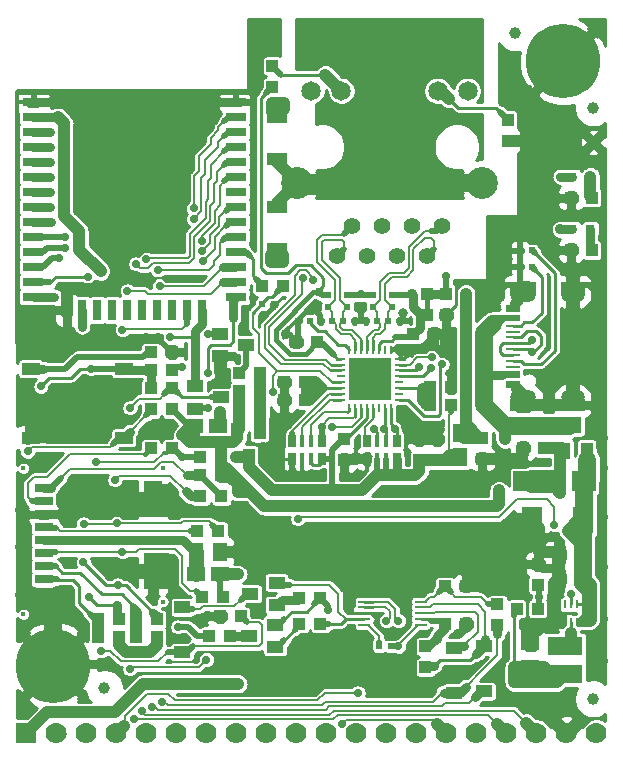
<source format=gbr>
%TF.GenerationSoftware,KiCad,Pcbnew,5.1.0-rc2-unknown-036be7d~80~ubuntu16.04.1*%
%TF.CreationDate,2024-05-15T09:47:00+03:00*%
%TF.ProjectId,ESP32-GATEWAY_Rev_H,45535033-322d-4474-9154-455741595f52,H*%
%TF.SameCoordinates,PX425f360PY7b4bf70*%
%TF.FileFunction,Copper,L1,Top*%
%TF.FilePolarity,Positive*%
%FSLAX46Y46*%
G04 Gerber Fmt 4.6, Leading zero omitted, Abs format (unit mm)*
G04 Created by KiCad (PCBNEW 5.1.0-rc2-unknown-036be7d~80~ubuntu16.04.1) date 2024-05-15 09:47:00*
%MOMM*%
%LPD*%
G04 APERTURE LIST*
%ADD10R,3.600000X3.600000*%
%ADD11R,0.400000X0.400000*%
%ADD12R,1.422400X1.422400*%
%ADD13R,0.250000X0.800000*%
%ADD14R,0.800000X0.250000*%
%ADD15R,2.000000X1.100000*%
%ADD16R,2.200000X1.100000*%
%ADD17R,1.150000X0.250000*%
%ADD18O,2.200000X1.200000*%
%ADD19O,2.000000X1.300000*%
%ADD20R,1.150000X0.300000*%
%ADD21R,1.400000X1.000000*%
%ADD22R,1.016000X1.016000*%
%ADD23R,1.000000X0.250000*%
%ADD24C,1.300000*%
%ADD25C,2.000000*%
%ADD26R,5.000000X5.000000*%
%ADD27R,1.800000X0.800000*%
%ADD28R,0.800000X1.800000*%
%ADD29R,1.500000X3.100000*%
%ADD30C,0.400000*%
%ADD31R,1.500000X0.800000*%
%ADD32R,1.524000X1.270000*%
%ADD33R,1.000000X1.400000*%
%ADD34R,1.778000X2.286000*%
%ADD35R,0.800000X0.800000*%
%ADD36C,1.778000*%
%ADD37R,1.778000X1.778000*%
%ADD38R,1.270000X1.524000*%
%ADD39R,2.000000X1.700000*%
%ADD40R,1.778000X1.016000*%
%ADD41C,1.000000*%
%ADD42C,1.200000*%
%ADD43C,6.300000*%
%ADD44R,3.000000X1.600000*%
%ADD45R,0.381000X1.016000*%
%ADD46R,0.635000X1.016000*%
%ADD47R,1.524000X1.016000*%
%ADD48C,1.410000*%
%ADD49C,1.650000*%
%ADD50C,2.700000*%
%ADD51R,0.550000X0.500000*%
%ADD52R,0.500000X0.550000*%
%ADD53R,0.250000X0.700000*%
%ADD54C,0.900000*%
%ADD55C,0.700000*%
%ADD56C,0.800000*%
%ADD57C,0.750000*%
%ADD58C,1.524000*%
%ADD59C,1.016000*%
%ADD60C,0.508000*%
%ADD61C,0.762000*%
%ADD62C,1.270000*%
%ADD63C,0.254000*%
%ADD64C,0.406400*%
%ADD65C,0.304800*%
%ADD66C,0.203200*%
G04 APERTURE END LIST*
D10*
X30353000Y31242000D03*
D11*
X31653000Y31742000D03*
X31653000Y30742000D03*
X30853000Y29942000D03*
X29853000Y29942000D03*
X29053000Y30742000D03*
X29053000Y31742000D03*
X29853000Y32542000D03*
X30853000Y32542000D03*
D12*
X30353000Y31242000D03*
D13*
X28603000Y33692000D03*
X29103000Y33692000D03*
X29603000Y33692000D03*
X30103000Y33692000D03*
X30603000Y33692000D03*
X31103000Y33692000D03*
X31603000Y33692000D03*
X32103000Y33692000D03*
D14*
X32803000Y32992000D03*
X32803000Y32492000D03*
X32803000Y31992000D03*
X32803000Y31492000D03*
X32803000Y30992000D03*
X32803000Y30492000D03*
X32803000Y29992000D03*
X32803000Y29492000D03*
D13*
X32103000Y28792000D03*
X31603000Y28792000D03*
X31103000Y28792000D03*
X30603000Y28792000D03*
X30103000Y28792000D03*
X29603000Y28792000D03*
X29103000Y28792000D03*
X28603000Y28792000D03*
D14*
X27903000Y29492000D03*
X27903000Y29992000D03*
X27903000Y30492000D03*
X27903000Y30992000D03*
X27903000Y31492000D03*
X27903000Y31992000D03*
X27903000Y32492000D03*
X27903000Y32992000D03*
D15*
X47505000Y38963600D03*
D16*
X43325000Y38963600D03*
D15*
X47505000Y29108400D03*
D16*
X43325000Y29108400D03*
D17*
X42423000Y32286000D03*
X42423000Y32786000D03*
X42423000Y33286000D03*
X42423000Y35786000D03*
X42423000Y34286000D03*
X42423000Y35286000D03*
X42423000Y34786000D03*
X42423000Y33786000D03*
D18*
X43325000Y38356000D03*
D19*
X47505000Y38356000D03*
X47505000Y29716000D03*
D18*
X43325000Y29716000D03*
D20*
X42423000Y31761000D03*
X42423000Y36311000D03*
X42423000Y31511000D03*
X42423000Y36561000D03*
X42423000Y30961000D03*
X42423000Y37111000D03*
X42423000Y30711000D03*
X42423000Y37361000D03*
D21*
X40005000Y8631000D03*
X40005000Y4831000D03*
D22*
X42799000Y11811000D03*
X44577000Y11811000D03*
X35052000Y6858000D03*
X35052000Y8636000D03*
D23*
X29858000Y12430000D03*
X29858000Y11930000D03*
X29858000Y11430000D03*
X29858000Y10930000D03*
X29858000Y10430000D03*
X34658000Y10430000D03*
X34658000Y10930000D03*
X34658000Y11430000D03*
X34658000Y11930000D03*
X34658000Y12430000D03*
D24*
X7614000Y45403000D03*
D25*
X9414000Y47203000D03*
D26*
X9414000Y47203000D03*
D27*
X19014000Y54713000D03*
X19014000Y53443000D03*
X19014000Y52173000D03*
X19014000Y50903000D03*
X19014000Y49633000D03*
X19014000Y48363000D03*
X19014000Y47093000D03*
X19014000Y45823000D03*
X19014000Y44553000D03*
X19014000Y43283000D03*
X19014000Y42013000D03*
X19014000Y40743000D03*
X19014000Y39473000D03*
X19014000Y38203000D03*
D28*
X16144000Y37103000D03*
X14874000Y37103000D03*
X13604000Y37103000D03*
X12334000Y37103000D03*
X11064000Y37103000D03*
X9794000Y37103000D03*
X8524000Y37103000D03*
X7254000Y37103000D03*
X5984000Y37103000D03*
X4714000Y37103000D03*
D27*
X1814000Y38203000D03*
X1814000Y39473000D03*
X1814000Y40743000D03*
X1814000Y42013000D03*
X1814000Y43283000D03*
X1814000Y44553000D03*
X1814000Y45823000D03*
X1814000Y47093000D03*
X1814000Y48363000D03*
X1814000Y49633000D03*
X1814000Y50903000D03*
X1814000Y52173000D03*
X1814000Y53443000D03*
X1814000Y54713000D03*
D24*
X11214000Y45403000D03*
X7614000Y49003000D03*
X11214000Y49003000D03*
X9414000Y49003000D03*
X9414000Y45403000D03*
X7614000Y47203000D03*
X11214000Y47203000D03*
D22*
X16129000Y12827000D03*
X17907000Y12827000D03*
D29*
X11981000Y15011000D03*
X11981000Y21071000D03*
D30*
X1011000Y23701000D03*
X12811000Y23701000D03*
X12811000Y12431000D03*
X1011000Y11341000D03*
D31*
X2731000Y22011000D03*
X2731000Y20911000D03*
X2731000Y19811000D03*
X2731000Y18711000D03*
X2731000Y17611000D03*
X2731000Y16511000D03*
X2731000Y15411000D03*
X2731000Y14311000D03*
D22*
X19304000Y31750000D03*
X21082000Y31750000D03*
D32*
X15494000Y27305000D03*
X17526000Y27305000D03*
D22*
X21081999Y30226000D03*
X19303999Y30226000D03*
D21*
X17688560Y35112960D03*
X17688560Y33210500D03*
X19898360Y34165540D03*
D22*
X21081999Y28702000D03*
X19303999Y28702000D03*
D33*
X21015960Y26888440D03*
X19113500Y26888440D03*
X20068540Y24678640D03*
D34*
X44051000Y19304000D03*
X48405000Y19304000D03*
D22*
X16002000Y24638000D03*
X17780000Y24638000D03*
X10541000Y9398000D03*
X12319000Y9398000D03*
X49149000Y46609000D03*
X47371000Y46609000D03*
D35*
X49022000Y48387000D03*
X47498000Y48387000D03*
D36*
X8890000Y1270000D03*
X6350000Y1270000D03*
X3810000Y1270000D03*
D37*
X1270000Y1270000D03*
D36*
X11430000Y1270000D03*
X13970000Y1270000D03*
X19050000Y1270000D03*
X16510000Y1270000D03*
X21590000Y1270000D03*
X24130000Y1270000D03*
X29210000Y1270000D03*
X26670000Y1270000D03*
X31750000Y1270000D03*
X34290000Y1270000D03*
X39370000Y1270000D03*
X36830000Y1270000D03*
X46990000Y1270000D03*
X49530000Y1270000D03*
X44450000Y1270000D03*
X41910000Y1270000D03*
D22*
X16764000Y9525000D03*
X18542000Y9525000D03*
D38*
X46355000Y14351000D03*
X48387000Y14351000D03*
X46355000Y16383000D03*
X48387000Y16383000D03*
D22*
X44577000Y15621000D03*
X44577000Y13843000D03*
X47371000Y42164000D03*
X49149000Y42164000D03*
X13589000Y30480000D03*
X11811000Y30480000D03*
X11811000Y32004000D03*
X13589000Y32004000D03*
X24384000Y10541000D03*
X26162000Y10541000D03*
X43307000Y25400000D03*
X45085000Y25400000D03*
D39*
X48474000Y22606000D03*
X43474000Y22606000D03*
D22*
X38481000Y13716000D03*
X36703000Y13716000D03*
X38481000Y10541000D03*
X36703000Y10541000D03*
D40*
X22479000Y53467000D03*
X22479000Y49911000D03*
X22479000Y42291000D03*
X22479000Y45847000D03*
D22*
X15748000Y18415000D03*
X17526000Y18415000D03*
X24384000Y12700000D03*
X26162000Y12700000D03*
X41148000Y10414000D03*
X41148000Y12192000D03*
X37211000Y29083000D03*
X35433000Y29083000D03*
X42037000Y51435000D03*
X42037000Y53213000D03*
X22098000Y57785000D03*
X22098000Y56007000D03*
X11811000Y28702000D03*
X13589000Y28702000D03*
X11811000Y25400000D03*
X13589000Y25400000D03*
X13589000Y33528000D03*
X11811000Y33528000D03*
D35*
X49022000Y43942000D03*
X47498000Y43942000D03*
D41*
X49276000Y51308000D03*
D22*
X35433000Y30607000D03*
X37211000Y30607000D03*
X23114000Y30988000D03*
X24892000Y30988000D03*
X23114000Y29464000D03*
X24892000Y29464000D03*
X24130000Y34417000D03*
X25908000Y34417000D03*
X35814000Y35052000D03*
X34036000Y35052000D03*
X28194000Y24384000D03*
X28194000Y26162000D03*
X39878000Y24511000D03*
X39878000Y26289000D03*
X36830000Y36703000D03*
X36830000Y38481000D03*
D38*
X17653000Y16637000D03*
X15621000Y16637000D03*
D22*
X34544000Y26162000D03*
X34544000Y24384000D03*
X36068000Y26162000D03*
X36068000Y24384000D03*
D32*
X43942000Y8890000D03*
X43942000Y6858000D03*
D42*
X1143000Y6985000D03*
X5969000Y6985000D03*
X5207000Y5334000D03*
X1905000Y5207000D03*
X5207000Y8636000D03*
X1905000Y8636000D03*
X3556000Y4572000D03*
X3556000Y9398000D03*
D43*
X3556000Y6985000D03*
D42*
X44323000Y58166000D03*
X49149000Y58166000D03*
X48387000Y56515000D03*
X45085000Y56388000D03*
X48387000Y59817000D03*
X45085000Y59817000D03*
X46736000Y55753000D03*
X46736000Y60579000D03*
D43*
X46736000Y58166000D03*
D32*
X17653000Y14732000D03*
X15621000Y14732000D03*
D21*
X22316440Y8575040D03*
X22316440Y10477500D03*
X20106640Y9522460D03*
X22443440Y12131040D03*
X22443440Y14033500D03*
X20233640Y13078460D03*
D44*
X46863000Y6293000D03*
X46863000Y8693000D03*
D33*
X46802040Y25181560D03*
X48704500Y25181560D03*
X47749460Y27391360D03*
D38*
X37973000Y24638000D03*
X37973000Y26670000D03*
D45*
X30988000Y26035000D03*
X31750000Y26035000D03*
X30988000Y24511000D03*
X31750000Y24511000D03*
D46*
X30099000Y26035000D03*
X30099000Y24511000D03*
X32639000Y26035000D03*
X32639000Y24511000D03*
D45*
X25400000Y24511000D03*
X24638000Y24511000D03*
X25400000Y26035000D03*
X24638000Y26035000D03*
D46*
X26289000Y24511000D03*
X26289000Y26035000D03*
X23749000Y24511000D03*
X23749000Y26035000D03*
D47*
X1651000Y26289000D03*
X9525000Y26289000D03*
X1651000Y32131000D03*
X9525000Y32131000D03*
D22*
X17780000Y21336000D03*
X16002000Y21336000D03*
X10541000Y10922000D03*
X12319000Y10922000D03*
X7366000Y10922000D03*
X9144000Y10922000D03*
X7366000Y9398000D03*
X9144000Y9398000D03*
X16002000Y23114000D03*
X17780000Y23114000D03*
D21*
X17737000Y29718000D03*
X15537000Y28768000D03*
X15537000Y30668000D03*
X37465000Y4704000D03*
X37465000Y8504000D03*
D41*
X7874000Y5080000D03*
X49276000Y54229000D03*
D22*
X35179000Y38481000D03*
X35179000Y36703000D03*
X17653000Y11176000D03*
X19431000Y11176000D03*
D48*
X36459000Y44227000D03*
X35189000Y41687000D03*
X33919000Y44227000D03*
X32649000Y41687000D03*
X31379000Y44227000D03*
X30109000Y41687000D03*
X28839000Y44227000D03*
X27569000Y41687000D03*
D49*
X27934000Y55675500D03*
X38614000Y55675500D03*
D50*
X39804000Y47877000D03*
X24204000Y47877000D03*
D49*
X25394000Y55675500D03*
X36074000Y55675500D03*
D22*
X21209000Y39116000D03*
X22987000Y39116000D03*
D21*
X14478000Y11933000D03*
X14478000Y8133000D03*
D51*
X28448000Y38354000D03*
X28448000Y37338000D03*
X26797000Y37338000D03*
X26797000Y38354000D03*
X32258000Y38354000D03*
X32258000Y37338000D03*
X30607000Y37338000D03*
X30607000Y38354000D03*
D41*
X42672000Y60579000D03*
X49276000Y4191000D03*
D52*
X26162000Y36195000D03*
X27178000Y36195000D03*
X32893000Y36195000D03*
X31877000Y36195000D03*
X29972000Y36195000D03*
X30988000Y36195000D03*
X29083000Y36195000D03*
X28067000Y36195000D03*
X21209000Y37592000D03*
X22225000Y37592000D03*
X25273000Y36195000D03*
X24257000Y36195000D03*
D53*
X46871000Y10680000D03*
X47371000Y10680000D03*
X47871000Y10680000D03*
X47871000Y12180000D03*
X47371000Y12180000D03*
X46871000Y12180000D03*
D52*
X43053000Y40767000D03*
X44069000Y40767000D03*
X44069000Y42164000D03*
X43053000Y42164000D03*
X31115000Y8636000D03*
X32131000Y8636000D03*
D54*
X46481994Y43942000D03*
X47117000Y18415000D03*
D55*
X635000Y20193000D03*
X635000Y17018000D03*
X635000Y12954000D03*
X50165000Y26289000D03*
X50165000Y23749000D03*
X50165000Y19558000D03*
X50165000Y15367000D03*
X50165000Y10922000D03*
X50165000Y7366000D03*
D54*
X44704000Y17526000D03*
X29210000Y24638000D03*
X43053000Y24511000D03*
X45974000Y11430000D03*
X20574000Y19304000D03*
X20574000Y18161000D03*
X13208000Y21844000D03*
X13208000Y20828000D03*
X20574000Y17145000D03*
X4699000Y34925000D03*
X4699000Y33655000D03*
X16129000Y53213000D03*
X13589000Y53213000D03*
X10795000Y53213000D03*
X7493000Y53213000D03*
X6223000Y45593000D03*
X5969000Y48006000D03*
X5969000Y51181000D03*
X5969000Y54991000D03*
X9144000Y54991000D03*
X9144000Y51181000D03*
X12319000Y51181000D03*
X12319000Y54991000D03*
X14859000Y54991000D03*
X14859000Y51181000D03*
X4699000Y38608000D03*
X17399000Y54737000D03*
X22098000Y61087000D03*
X22098000Y59817000D03*
X33528000Y27178000D03*
X36830000Y34163000D03*
X22098000Y54610000D03*
X23114000Y54610000D03*
X21971000Y41148000D03*
X36830000Y35179000D03*
X17780000Y31750000D03*
X22961600Y41148000D03*
X33528000Y28321000D03*
X3556000Y54737000D03*
X7493000Y38862000D03*
X8572500Y38862561D03*
X4699000Y13335000D03*
X4317946Y19812000D03*
X4572000Y27050848D03*
X13208000Y16002000D03*
X13208000Y14986000D03*
X13208000Y13970000D03*
D55*
X36322004Y27051000D03*
X35433000Y27051000D03*
X34544000Y27051000D03*
X33528000Y33401000D03*
X32765988Y33909000D03*
X20447000Y42672000D03*
X45212000Y36068000D03*
D54*
X39751000Y38481000D03*
X41148000Y40386000D03*
X41275000Y43688000D03*
X43307000Y43688000D03*
X45339000Y42418000D03*
X49784000Y45212000D03*
X45339000Y47498000D03*
X44831000Y49784000D03*
X45085000Y52451000D03*
X45720000Y54102000D03*
X24384000Y5461000D03*
X23114000Y5461000D03*
X21844000Y5461000D03*
X20574000Y5461000D03*
X25654000Y5461000D03*
X24892000Y6731000D03*
X16637000Y11176000D03*
X43561000Y54356000D03*
X41656000Y54991000D03*
X41656000Y56896000D03*
X41656000Y58801000D03*
X47117000Y52451000D03*
X46609000Y50546000D03*
D55*
X11430000Y34798000D03*
X12446010Y34798000D03*
D54*
X7493000Y54991000D03*
X10795000Y54991000D03*
X13589000Y54991000D03*
X9144000Y53213000D03*
X5969000Y53213000D03*
X12319000Y53213000D03*
X14859000Y53213000D03*
X16129000Y54991000D03*
X4572000Y54991000D03*
X7493000Y51181000D03*
X10795000Y51181000D03*
X13589000Y51181000D03*
X20574000Y61087000D03*
X20574000Y59817000D03*
X20574000Y57277000D03*
X20574000Y58547000D03*
X20574000Y56007000D03*
X12446000Y26797000D03*
X11303000Y26797000D03*
X29591000Y37211000D03*
D56*
X33147000Y36830000D03*
D54*
X25654000Y37211000D03*
X23241000Y35052000D03*
D55*
X21336000Y36703000D03*
X20447000Y38100000D03*
D54*
X7620000Y26924000D03*
X7620000Y27940000D03*
X4572000Y28067000D03*
X4317946Y21082000D03*
X37846000Y9652000D03*
X39370000Y14605000D03*
X45974000Y10287000D03*
X45974000Y12573000D03*
X43180000Y15240000D03*
X44831000Y10287000D03*
X43688000Y10287000D03*
X43180000Y17526000D03*
X43180000Y16383000D03*
X28575000Y11811000D03*
X21336000Y25527000D03*
X21336000Y24384000D03*
X25019000Y17399000D03*
X25019000Y16256000D03*
X25019000Y15113000D03*
X22606000Y23114000D03*
X26162000Y23114000D03*
X36703000Y22860000D03*
X28575000Y14478000D03*
X31750000Y15367000D03*
X34290000Y16383000D03*
X43180000Y13716000D03*
X27813000Y5715000D03*
X29845000Y18034000D03*
X26670000Y18415000D03*
X32893000Y17907000D03*
X35814000Y17907000D03*
X28194000Y16764000D03*
X43561000Y51308000D03*
X47371000Y35687000D03*
X46355000Y31750000D03*
D55*
X50038000Y31369000D03*
X50038000Y35560000D03*
X50038000Y39370000D03*
D54*
X44069000Y3810000D03*
X35560000Y5334000D03*
X31877000Y13462000D03*
X22987000Y6604000D03*
X20955000Y6858000D03*
X32385000Y6985000D03*
X38100000Y6477000D03*
X4953000Y15748000D03*
X20574000Y15240000D03*
X19177000Y22733000D03*
X19177000Y21717000D03*
X14478000Y26543000D03*
D55*
X14478000Y32258000D03*
D54*
X11557000Y5461000D03*
X7556500Y40386000D03*
X19177000Y14732000D03*
X11549229Y8255000D03*
X19177000Y5461000D03*
X41275000Y20701000D03*
X41275000Y21844000D03*
X42545000Y6858000D03*
X42545000Y5588000D03*
X43688000Y5588000D03*
D55*
X34671012Y29464000D03*
X3302000Y52197000D03*
X1377086Y25146000D03*
X7620000Y8255000D03*
X47371000Y13081000D03*
X44704000Y12827000D03*
X36830000Y40005000D03*
D54*
X33909000Y38481000D03*
X38481000Y38481000D03*
D57*
X26035000Y38608000D03*
D55*
X29591000Y38481000D03*
X25563530Y39648798D03*
X24670301Y39782179D03*
D54*
X33909000Y60706000D03*
X37084000Y60706000D03*
X30099000Y60706000D03*
X26924000Y60706000D03*
X28194000Y58801000D03*
X25654000Y58801000D03*
X35814000Y58801000D03*
X38354000Y58801000D03*
X33909000Y56896000D03*
X30099000Y56896000D03*
X27559000Y53721000D03*
X30099000Y53086000D03*
X33909000Y53086000D03*
X36449000Y53721000D03*
X32004000Y51181000D03*
X32004000Y54991000D03*
X32004000Y58801000D03*
X30099000Y49276000D03*
X33909000Y49276000D03*
X35814000Y47371000D03*
X28194000Y47371000D03*
X32004000Y47371000D03*
X41783000Y26162000D03*
X41783000Y27305000D03*
X36068000Y9271000D03*
D55*
X32766000Y8636000D03*
X26797000Y11684000D03*
X10033000Y28829000D03*
X14097000Y10287000D03*
X3302000Y47117000D03*
D54*
X46482000Y21590000D03*
X46482000Y22733000D03*
X46482000Y23876000D03*
D55*
X12552555Y39118751D03*
X3302000Y49657000D03*
X11012563Y3166875D03*
X3302000Y50927000D03*
X10414000Y2447997D03*
X3302000Y45847000D03*
D54*
X17653000Y28448000D03*
X19050000Y24638000D03*
D55*
X16637000Y28828980D03*
X16637000Y31750000D03*
X3302000Y48387000D03*
X2483663Y30647957D03*
X27952670Y2101081D03*
X6750831Y32131000D03*
X10033000Y6731000D03*
X16510000Y7493000D03*
X12405455Y40458029D03*
X16637000Y35052000D03*
X29337000Y4699000D03*
X10541000Y41021000D03*
X12706865Y3937000D03*
X14456273Y24660848D03*
X7171885Y24251410D03*
X13442190Y34798000D03*
X9797926Y38730812D03*
X8763000Y22733000D03*
X11430000Y41403122D03*
X11861800Y3505200D03*
X4508500Y42354496D03*
X26288996Y27241500D03*
X4504664Y43293219D03*
X27178000Y27241500D03*
X30696412Y26998485D03*
X4064000Y41529010D03*
X31570595Y27078220D03*
X16188289Y41232382D03*
X32447985Y27051000D03*
X6101606Y19009068D03*
X8895565Y19054695D03*
X6460201Y39924701D03*
X9398000Y35433000D03*
X9397992Y16637000D03*
X3626686Y38227000D03*
X8912767Y12174910D03*
X6604000Y12827000D03*
X5969000Y35687000D03*
X9017000Y13843000D03*
X6096000Y15748000D03*
X3321863Y44553012D03*
X46482000Y48387000D03*
X45974000Y18923000D03*
X24257000Y19431000D03*
X35565367Y33098483D03*
X15431114Y44831000D03*
X16154053Y42109526D03*
X34543439Y32257439D03*
X16120035Y42986679D03*
X35518546Y32172454D03*
X15422726Y45712734D03*
X36449000Y32512000D03*
X22117803Y30172622D03*
X32766000Y10795000D03*
X44069000Y33528000D03*
X31750000Y10795000D03*
X44069000Y34544000D03*
D58*
X48768000Y22900000D02*
X48768000Y24384000D01*
X48474000Y22606000D02*
X48768000Y22900000D01*
D59*
X48768000Y25118060D02*
X48768000Y24384000D01*
X48704500Y25181560D02*
X48768000Y25118060D01*
D58*
X48387000Y16383000D02*
X48387000Y14351000D01*
X48405000Y19304000D02*
X48387000Y19286000D01*
X48387000Y19286000D02*
X48387000Y18034000D01*
X48387000Y18034000D02*
X48387000Y16383000D01*
X48405000Y19304000D02*
X48474000Y19373000D01*
X48474000Y19373000D02*
X48474000Y22606000D01*
D60*
X47753396Y18415000D02*
X47117000Y18415000D01*
X48387000Y18034000D02*
X48006000Y18415000D01*
X48006000Y18415000D02*
X47753396Y18415000D01*
D59*
X48387000Y17145000D02*
X48387000Y16383000D01*
X47117000Y18415000D02*
X48387000Y17145000D01*
X48006000Y19304000D02*
X48405000Y19304000D01*
X47117000Y18415000D02*
X48006000Y19304000D01*
D61*
X47498000Y43942000D02*
X46481994Y43942000D01*
D62*
X48895000Y13843000D02*
X48387000Y14351000D01*
D63*
X48895000Y10541000D02*
X48895000Y10922000D01*
X47871000Y10680000D02*
X47871000Y10549000D01*
X47871000Y10549000D02*
X48006000Y10414000D01*
X48006000Y10414000D02*
X48768000Y10414000D01*
X48768000Y10414000D02*
X48895000Y10541000D01*
X47871000Y10680000D02*
X47871000Y10787000D01*
X47871000Y10787000D02*
X48641000Y11557000D01*
X48641000Y11557000D02*
X48895000Y11557000D01*
D62*
X48895000Y10922000D02*
X48895000Y11557000D01*
D63*
X48653000Y10680000D02*
X48895000Y10922000D01*
D61*
X48145000Y10680000D02*
X48653000Y10680000D01*
D63*
X47871000Y10680000D02*
X48145000Y10680000D01*
X48883000Y12180000D02*
X48895000Y12192000D01*
X47871000Y12180000D02*
X48883000Y12180000D01*
D62*
X48895000Y11557000D02*
X48895000Y12192000D01*
X48895000Y12192000D02*
X48895000Y13081000D01*
X48895000Y13081000D02*
X48895000Y13843000D01*
D60*
X47879000Y13814892D02*
X47879000Y14351000D01*
X48612892Y13081000D02*
X47879000Y13814892D01*
X48895000Y13081000D02*
X48612892Y13081000D01*
D59*
X44051000Y19304000D02*
X44704000Y18651000D01*
X44704000Y18651000D02*
X44704000Y17526000D01*
X46355000Y16383000D02*
X46101000Y16637000D01*
X46101000Y16637000D02*
X44704000Y16637000D01*
X44704000Y17526000D02*
X44704000Y16637000D01*
D60*
X46355000Y14351000D02*
X46355000Y14224000D01*
X50165000Y26289000D02*
X50165000Y23749000D01*
X50165000Y23749000D02*
X50165000Y19558000D01*
X50165000Y19558000D02*
X50165000Y15367000D01*
X50165000Y15367000D02*
X50165000Y10922000D01*
X50165000Y10922000D02*
X50165000Y7366000D01*
X11981000Y15011000D02*
X11981000Y14562000D01*
D59*
X11981000Y15011000D02*
X11981000Y14775000D01*
X20574000Y18161000D02*
X20574000Y19304000D01*
X11981000Y21071000D02*
X12754000Y21844000D01*
X12754000Y21844000D02*
X13208000Y21844000D01*
X13208000Y20828000D02*
X13208000Y21844000D01*
D61*
X2731000Y19811000D02*
X2732000Y19812000D01*
X2732000Y19812000D02*
X4318000Y19812000D01*
D59*
X20574000Y18161000D02*
X20574000Y17145000D01*
X11981000Y21071000D02*
X12224000Y20828000D01*
X12224000Y20828000D02*
X13208000Y20828000D01*
X14859000Y53213000D02*
X16383000Y53213000D01*
X13589000Y53213000D02*
X10795000Y53213000D01*
X7493000Y53213000D02*
X5969000Y53213000D01*
X5969000Y53213000D02*
X6096000Y53213000D01*
X6096000Y53213000D02*
X5969000Y53213000D01*
X6477000Y46990000D02*
X5969000Y47498000D01*
X5969000Y47498000D02*
X5969000Y48006000D01*
X5969000Y51181000D02*
X5969000Y53213000D01*
X5969000Y53213000D02*
X5969000Y54991000D01*
X9144000Y54991000D02*
X9144000Y51181000D01*
X12319000Y51181000D02*
X12319000Y54991000D01*
X14859000Y54991000D02*
X14859000Y53213000D01*
X14859000Y53213000D02*
X14859000Y51181000D01*
X10685000Y46940000D02*
X10635000Y46990000D01*
X10635000Y46990000D02*
X6477000Y46990000D01*
X10685000Y46940000D02*
X8349000Y49276000D01*
X8349000Y49276000D02*
X6350000Y49276000D01*
X10685000Y46940000D02*
X8128000Y49497000D01*
X8128000Y49497000D02*
X8128000Y51435000D01*
X10685000Y46940000D02*
X13208000Y49463000D01*
X13208000Y49463000D02*
X13208000Y51435000D01*
X10685000Y46940000D02*
X10668000Y46957000D01*
X10668000Y46957000D02*
X10668000Y51308000D01*
X10685000Y46940000D02*
X13148000Y49403000D01*
X13148000Y49403000D02*
X14732000Y49403000D01*
X10685000Y46940000D02*
X10989000Y47244000D01*
X10989000Y47244000D02*
X14478000Y47244000D01*
X10685000Y46940000D02*
X12286000Y45339000D01*
X21463000Y61087000D02*
X21463000Y59817000D01*
D60*
X23114000Y29464000D02*
X23114000Y30988000D01*
X30099000Y24511000D02*
X29972000Y24638000D01*
X29972000Y24638000D02*
X29210000Y24638000D01*
X28194000Y24384000D02*
X28448000Y24638000D01*
X28448000Y24638000D02*
X29210000Y24638000D01*
D59*
X36068000Y26162000D02*
X34544000Y26162000D01*
D60*
X37211000Y30607000D02*
X37084000Y30734000D01*
X37084000Y33909000D02*
X36830000Y34163000D01*
D59*
X36830000Y35179000D02*
X36830000Y34163000D01*
D61*
X35814000Y35052000D02*
X35941000Y35179000D01*
X35941000Y35179000D02*
X36830000Y35179000D01*
D63*
X36830000Y36703000D02*
X36957000Y36703000D01*
D59*
X22479000Y42291000D02*
X21971000Y41783000D01*
X21971000Y41783000D02*
X21971000Y41148000D01*
X23114000Y54610000D02*
X22098000Y54610000D01*
D61*
X23114000Y29464000D02*
X23114000Y27432000D01*
X23114000Y27432000D02*
X22733000Y27051000D01*
X22733000Y27051000D02*
X22733000Y25019000D01*
X22733000Y25019000D02*
X22733000Y24511000D01*
D59*
X22479000Y53467000D02*
X22098000Y53848000D01*
X22098000Y53848000D02*
X22098000Y54610000D01*
X23114000Y54610000D02*
X23114000Y54102000D01*
X23114000Y54102000D02*
X22479000Y53467000D01*
D64*
X36068000Y26162000D02*
X36195000Y26289000D01*
D61*
X36830000Y36703000D02*
X36830000Y35179000D01*
D59*
X17780000Y31750000D02*
X17688560Y31841440D01*
X17688560Y31841440D02*
X17688560Y33210500D01*
X22961600Y41808400D02*
X22479000Y42291000D01*
X22961600Y41148000D02*
X22961600Y41808400D01*
X22961600Y41148000D02*
X21971000Y41148000D01*
X17145000Y54991000D02*
X14859000Y54991000D01*
X17399000Y54737000D02*
X17145000Y54991000D01*
X3810000Y54991000D02*
X3556000Y54737000D01*
X5969000Y54991000D02*
X3810000Y54991000D01*
X6350000Y45466000D02*
X6223000Y45593000D01*
X7620000Y45466000D02*
X6350000Y45466000D01*
X11981000Y15011000D02*
X11981000Y14211000D01*
D58*
X3556000Y6985000D02*
X3556000Y12192000D01*
D59*
X4699000Y13335000D02*
X3556000Y12192000D01*
X20066000Y16637000D02*
X20574000Y17145000D01*
X17653000Y16637000D02*
X20066000Y16637000D01*
X39878000Y24511000D02*
X43053000Y24511000D01*
X43053000Y24638000D02*
X43053000Y24511000D01*
X43307000Y25400000D02*
X43307000Y24892000D01*
X43307000Y24892000D02*
X43053000Y24638000D01*
X5587946Y21082000D02*
X4317946Y19812000D01*
X11981000Y21071000D02*
X11970000Y21082000D01*
X4317946Y19812000D02*
X4318000Y19812000D01*
X11970000Y21082000D02*
X5587946Y21082000D01*
X33528000Y27178000D02*
X33528000Y28321000D01*
X34544000Y26162000D02*
X33528000Y27178000D01*
D63*
X32103000Y33881000D02*
X32131000Y33909000D01*
X32103000Y33692000D02*
X32103000Y33881000D01*
X32131000Y33909000D02*
X32766000Y33909000D01*
D59*
X13995410Y20040590D02*
X19837410Y20040590D01*
X19837410Y20040590D02*
X20124001Y19753999D01*
X20124001Y19753999D02*
X20574000Y19304000D01*
X13208000Y20828000D02*
X13995410Y20040590D01*
X1524000Y26289000D02*
X2285848Y27050848D01*
X3935604Y27050848D02*
X4572000Y27050848D01*
X2285848Y27050848D02*
X3935604Y27050848D01*
X12954000Y44671000D02*
X12954000Y42799000D01*
X10685000Y46940000D02*
X12954000Y44671000D01*
X10668000Y46907000D02*
X10668000Y42799000D01*
X10714000Y46953000D02*
X10668000Y46907000D01*
X41656000Y14986000D02*
X41656000Y17780000D01*
X13183000Y15011000D02*
X13208000Y14986000D01*
X11981000Y15011000D02*
X13183000Y15011000D01*
X13208000Y16002000D02*
X13208000Y13970000D01*
X11981000Y15011000D02*
X11981000Y15918000D01*
X12065000Y16002000D02*
X13208000Y16002000D01*
X11981000Y15918000D02*
X12065000Y16002000D01*
X13208000Y13970000D02*
X12382500Y13970000D01*
X4699000Y34291396D02*
X4699000Y33655000D01*
X4979801Y38888801D02*
X4699000Y38608000D01*
X9398000Y39839564D02*
X8447237Y38888801D01*
X8447237Y38888801D02*
X4979801Y38888801D01*
X9398000Y45339000D02*
X9398000Y39839564D01*
D60*
X36322004Y26416004D02*
X36322004Y26556026D01*
X36322004Y26556026D02*
X36322004Y27051000D01*
X36068000Y26162000D02*
X36322004Y26416004D01*
D63*
X41656000Y14986000D02*
X41535803Y14986000D01*
X34671000Y33909000D02*
X33260962Y33909000D01*
X33260962Y33909000D02*
X32765988Y33909000D01*
X36576000Y33909000D02*
X36449000Y33909000D01*
X34671000Y33909000D02*
X36449000Y33909000D01*
X34798000Y33909000D02*
X34671000Y33909000D01*
D60*
X36576000Y33909000D02*
X36830000Y34163000D01*
X35814000Y34925000D02*
X35179000Y34290000D01*
X35814000Y35052000D02*
X35814000Y34925000D01*
X35179000Y34290000D02*
X34798000Y33909000D01*
X33877999Y33813001D02*
X33782000Y33909000D01*
X33877999Y33750999D02*
X33877999Y33813001D01*
X33528000Y33401000D02*
X33877999Y33750999D01*
X33782000Y33909000D02*
X36576000Y33909000D01*
X33020000Y33909000D02*
X33782000Y33909000D01*
X33020000Y33909000D02*
X33528000Y33401000D01*
X32765988Y33909000D02*
X33020000Y33909000D01*
X37465000Y33655000D02*
X37147500Y33972500D01*
X37147500Y30797500D02*
X37465000Y31115000D01*
X37465000Y31115000D02*
X37465000Y33655000D01*
D61*
X3556000Y6985000D02*
X3683000Y7112000D01*
X3683000Y7112000D02*
X7366000Y7112000D01*
D60*
X13589000Y33528000D02*
X12446010Y34670990D01*
X12446010Y34670990D02*
X12446010Y34798000D01*
D65*
X1143000Y33655000D02*
X4699000Y33655000D01*
X508000Y34290000D02*
X1143000Y33655000D01*
X508000Y54546500D02*
X508000Y34290000D01*
X20124001Y55557001D02*
X20574000Y56007000D01*
D60*
X576999Y55557001D02*
X1910499Y55557001D01*
D65*
X508000Y54546500D02*
X508000Y55488002D01*
X508000Y55488002D02*
X576999Y55557001D01*
D61*
X20701000Y59055000D02*
X21463000Y59817000D01*
X20701000Y55689500D02*
X20701000Y59055000D01*
D60*
X20447000Y54713000D02*
X20447000Y55435500D01*
D61*
X20447000Y55435500D02*
X20701000Y55689500D01*
D60*
X1910499Y55557001D02*
X19044501Y55557001D01*
X19044501Y55557001D02*
X20124001Y55557001D01*
X1914000Y55553500D02*
X1910499Y55557001D01*
D65*
X22415500Y24066500D02*
X21971000Y24511000D01*
D61*
X17653000Y11176000D02*
X16637000Y11176000D01*
D60*
X20447000Y42672000D02*
X20447000Y54713000D01*
D64*
X24257000Y36320739D02*
X24257000Y36195000D01*
X25147261Y37211000D02*
X24257000Y36320739D01*
X25654000Y37211000D02*
X25147261Y37211000D01*
X21484283Y36703000D02*
X21336000Y36703000D01*
X22225000Y37443717D02*
X21484283Y36703000D01*
X22225000Y37592000D02*
X22225000Y37443717D01*
D60*
X33147000Y36449000D02*
X32893000Y36195000D01*
X33147000Y36830000D02*
X33147000Y36449000D01*
X29591000Y36195000D02*
X29591000Y37211000D01*
X29083000Y36195000D02*
X29591000Y36195000D01*
X29591000Y36195000D02*
X29972000Y36195000D01*
X26162000Y36703000D02*
X25654000Y37211000D01*
X26162000Y36195000D02*
X26162000Y36703000D01*
X23495000Y35052000D02*
X23241000Y35052000D01*
X24130000Y34417000D02*
X23495000Y35052000D01*
D63*
X22352000Y37592000D02*
X22987000Y38227000D01*
X22225000Y37592000D02*
X22352000Y37592000D01*
D60*
X24257000Y36195000D02*
X24257000Y34544000D01*
X24257000Y34544000D02*
X24130000Y34417000D01*
D63*
X23975412Y36195000D02*
X24257000Y36195000D01*
X23241000Y35460588D02*
X23975412Y36195000D01*
X23241000Y35052000D02*
X23241000Y35460588D01*
D61*
X17423000Y54713000D02*
X17399000Y54737000D01*
X19014000Y54713000D02*
X17423000Y54713000D01*
D60*
X19014000Y54713000D02*
X20447000Y54713000D01*
X19014000Y55526500D02*
X19044501Y55557001D01*
X19014000Y54713000D02*
X19014000Y55526500D01*
X1910499Y54809499D02*
X1910499Y55557001D01*
X1814000Y54713000D02*
X1910499Y54809499D01*
D61*
X3532000Y54713000D02*
X3556000Y54737000D01*
X1814000Y54713000D02*
X3532000Y54713000D01*
D65*
X674500Y54713000D02*
X508000Y54546500D01*
X1814000Y54713000D02*
X674500Y54713000D01*
D61*
X4714000Y37103000D02*
X3067000Y37103000D01*
X4714000Y38593000D02*
X4699000Y38608000D01*
D59*
X4714000Y37103000D02*
X4714000Y38593000D01*
D61*
X4714000Y34940000D02*
X4699000Y34925000D01*
X4714000Y37103000D02*
X4714000Y34940000D01*
D66*
X9492929Y39782990D02*
X13176010Y39782990D01*
X8572500Y38862561D02*
X9492929Y39782990D01*
D59*
X39370000Y13716000D02*
X39370000Y14605000D01*
X41910000Y17526000D02*
X41656000Y17780000D01*
X43180000Y17526000D02*
X41910000Y17526000D01*
D62*
X43180000Y17526000D02*
X43180000Y18433000D01*
D59*
X43180000Y18433000D02*
X44051000Y19304000D01*
X43180000Y17526000D02*
X44704000Y17526000D01*
X43688000Y10287000D02*
X44831000Y10287000D01*
X44831000Y10287000D02*
X45974000Y10287000D01*
X45974000Y10287000D02*
X45974000Y11430000D01*
X45974000Y12573000D02*
X45974000Y11430000D01*
X45974000Y13970000D02*
X45974000Y12573000D01*
X46355000Y14351000D02*
X45974000Y13970000D01*
D63*
X28956000Y11430000D02*
X28575000Y11811000D01*
X29858000Y11430000D02*
X28956000Y11430000D01*
D61*
X21590000Y24511000D02*
X21971000Y24511000D01*
X21463000Y24384000D02*
X21590000Y24511000D01*
D59*
X25019000Y17399000D02*
X24130000Y18288000D01*
X20701000Y18288000D02*
X20574000Y18161000D01*
X24130000Y18288000D02*
X20701000Y18288000D01*
X25019000Y16256000D02*
X25019000Y17399000D01*
X25019000Y15113000D02*
X25019000Y16256000D01*
D65*
X24638000Y23495000D02*
X25019000Y23114000D01*
D61*
X21463000Y24511000D02*
X21336000Y24384000D01*
X22733000Y24511000D02*
X21463000Y24511000D01*
X21336000Y24384000D02*
X21336000Y25527000D01*
X22733000Y23241000D02*
X22733000Y24511000D01*
X22606000Y23114000D02*
X22733000Y23241000D01*
X25019000Y23114000D02*
X22606000Y23114000D01*
X26162000Y23114000D02*
X25019000Y23114000D01*
D59*
X43688000Y9144000D02*
X43688000Y10287000D01*
X43942000Y8890000D02*
X43688000Y9144000D01*
X43942000Y9398000D02*
X44831000Y10287000D01*
X43942000Y8890000D02*
X43942000Y9398000D01*
D63*
X46871000Y11430000D02*
X47752000Y11430000D01*
X46347000Y11057000D02*
X45974000Y11430000D01*
X46871000Y11057000D02*
X46347000Y11057000D01*
X46871000Y10680000D02*
X46871000Y11057000D01*
X46220000Y11184000D02*
X45974000Y11430000D01*
X46871000Y11184000D02*
X46220000Y11184000D01*
X46871000Y11057000D02*
X46871000Y11184000D01*
X46871000Y11184000D02*
X46871000Y11430000D01*
X46871000Y11430000D02*
X46609000Y11430000D01*
X46609000Y11430000D02*
X45974000Y11430000D01*
X46609000Y10287000D02*
X45974000Y10287000D01*
X46871000Y10549000D02*
X46609000Y10287000D01*
X46871000Y10680000D02*
X46871000Y10549000D01*
D61*
X44704000Y17526000D02*
X45085000Y17907000D01*
X45085000Y17907000D02*
X45974000Y17907000D01*
X44904857Y15293143D02*
X46396954Y15293143D01*
X44577000Y15621000D02*
X44904857Y15293143D01*
D65*
X24638000Y24511000D02*
X24638000Y23495000D01*
D63*
X23749000Y24511000D02*
X22733000Y24511000D01*
X37668200Y37541200D02*
X37668200Y39217600D01*
X36830000Y36703000D02*
X37668200Y37541200D01*
D60*
X43053000Y42164000D02*
X43053000Y40767000D01*
X43325000Y38356000D02*
X43053000Y38628000D01*
X43053000Y38628000D02*
X43053000Y40767000D01*
X47505000Y38963600D02*
X47784400Y39243000D01*
X47784400Y39243000D02*
X49276000Y39243000D01*
D61*
X49657000Y26797000D02*
X49657000Y29083000D01*
X50114190Y26339810D02*
X49657000Y26797000D01*
X49631600Y29108400D02*
X49657000Y29083000D01*
X47505000Y29108400D02*
X49631600Y29108400D01*
D63*
X29858000Y11430000D02*
X30480000Y11430000D01*
X30480000Y11430000D02*
X30861000Y11049000D01*
D65*
X42423000Y37361000D02*
X42695000Y37361000D01*
D60*
X42695000Y37361000D02*
X43180000Y37846000D01*
D65*
X43325000Y38356000D02*
X43325000Y37991000D01*
X43325000Y37991000D02*
X43180000Y37846000D01*
D60*
X42423000Y37724000D02*
X42672000Y37973000D01*
D65*
X43325000Y38356000D02*
X43055000Y38356000D01*
X43055000Y38356000D02*
X42672000Y37973000D01*
D60*
X42423000Y37470000D02*
X42423000Y37724000D01*
D65*
X42423000Y37111000D02*
X42423000Y37470000D01*
D60*
X43325000Y38963600D02*
X43045600Y39243000D01*
X43045600Y39243000D02*
X41402000Y39243000D01*
D65*
X42695000Y30711000D02*
X42423000Y30711000D01*
D61*
X43325000Y30081000D02*
X42695000Y30711000D01*
D65*
X43325000Y29716000D02*
X43325000Y30081000D01*
X42423000Y30961000D02*
X42423000Y30348000D01*
X43325000Y29716000D02*
X43055000Y29716000D01*
X43055000Y29716000D02*
X42423000Y30348000D01*
D59*
X43325000Y29108400D02*
X45237400Y29108400D01*
X47505000Y29108400D02*
X45237400Y29108400D01*
D63*
X16510000Y11049000D02*
X13208000Y11049000D01*
X16637000Y11176000D02*
X16510000Y11049000D01*
X43688000Y10287000D02*
X43688000Y12573000D01*
D65*
X29210000Y24638000D02*
X29210000Y25654000D01*
X30099000Y23495000D02*
X29718000Y23114000D01*
X30099000Y24511000D02*
X30099000Y23495000D01*
D59*
X43180000Y13716000D02*
X38481000Y13716000D01*
X43180000Y15240000D02*
X43180000Y13716000D01*
D63*
X33231040Y32992000D02*
X33528000Y33288960D01*
X33528000Y33288960D02*
X33528000Y33401000D01*
X32803000Y32992000D02*
X33231040Y32992000D01*
D61*
X38481000Y10287000D02*
X37846000Y9652000D01*
X38481000Y10541000D02*
X38481000Y10287000D01*
D59*
X29464000Y18415000D02*
X29845000Y18034000D01*
X26035000Y18415000D02*
X25019000Y17399000D01*
X26670000Y18415000D02*
X26035000Y18415000D01*
X26670000Y18415000D02*
X29464000Y18415000D01*
X32766000Y18034000D02*
X29845000Y18034000D01*
X32893000Y17907000D02*
X32766000Y18034000D01*
X32893000Y17907000D02*
X33401000Y18415000D01*
X33401000Y18415000D02*
X41021000Y18415000D01*
X41021000Y18415000D02*
X41656000Y17780000D01*
X43434000Y51435000D02*
X42037000Y51435000D01*
X43561000Y51308000D02*
X43434000Y51435000D01*
D66*
X13520571Y7307429D02*
X13385800Y7442200D01*
X15313817Y7307429D02*
X13520571Y7307429D01*
X20955000Y6858000D02*
X18923000Y6858000D01*
X16179064Y8172676D02*
X15313817Y7307429D01*
X17608324Y8172676D02*
X16179064Y8172676D01*
X18923000Y6858000D02*
X17608324Y8172676D01*
D59*
X13335000Y20066000D02*
X10414000Y20066000D01*
X13335000Y20701000D02*
X13335000Y20066000D01*
X13208000Y20828000D02*
X13335000Y20701000D01*
D61*
X36322004Y27051000D02*
X34417000Y27051000D01*
X1524000Y32131000D02*
X2667000Y32131000D01*
D60*
X11557000Y33528000D02*
X11811000Y33528000D01*
X2667000Y32131000D02*
X4572000Y32131000D01*
X4572000Y32131000D02*
X5588000Y33147000D01*
X5588000Y33147000D02*
X11176000Y33147000D01*
X11176000Y33147000D02*
X11557000Y33528000D01*
D59*
X17780000Y24638000D02*
X17780000Y22987000D01*
X17780000Y22987000D02*
X18923000Y22987000D01*
X18923000Y22987000D02*
X19177000Y22733000D01*
X19177000Y21717000D02*
X19177000Y22733000D01*
D60*
X13589000Y32004000D02*
X13843000Y32258000D01*
X13843000Y32258000D02*
X14478000Y32258000D01*
D59*
X19113500Y26888440D02*
X19304000Y27078940D01*
X19303999Y27178000D02*
X19303999Y28702000D01*
X19304000Y27078940D02*
X19303999Y27178000D01*
X19303999Y28702000D02*
X19303999Y30226000D01*
X15494000Y26035000D02*
X15621000Y25908000D01*
X15494000Y27305000D02*
X15494000Y26035000D01*
X17780000Y25908000D02*
X17780000Y24638000D01*
X15621000Y25908000D02*
X17780000Y25908000D01*
X19113500Y26261058D02*
X19113500Y26888440D01*
X18760442Y25908000D02*
X19113500Y26261058D01*
X17780000Y25908000D02*
X18760442Y25908000D01*
X18161000Y23749000D02*
X19177000Y22733000D01*
X18543396Y22987000D02*
X17780000Y22987000D01*
X19177000Y22353396D02*
X18543396Y22987000D01*
X19177000Y21717000D02*
X19177000Y22353396D01*
X19626999Y22283001D02*
X20193000Y21717000D01*
X19177000Y21717000D02*
X20193000Y21717000D01*
X19177000Y22733000D02*
X19626999Y22283001D01*
X17653000Y14732000D02*
X19177000Y14732000D01*
X17653000Y14732000D02*
X17526000Y14605000D01*
X11557000Y5461000D02*
X19177000Y5461000D01*
X12319000Y8764397D02*
X12319000Y9398000D01*
X11733437Y8178833D02*
X12319000Y8764397D01*
X9144000Y8733567D02*
X9698733Y8178833D01*
X9698733Y8178833D02*
X11733437Y8178833D01*
X9144000Y9398000D02*
X9144000Y8733567D01*
X14605000Y26416000D02*
X15494000Y27305000D01*
X15621000Y25908000D02*
X15113000Y25908000D01*
X15113000Y25908000D02*
X14605000Y26416000D01*
D60*
X17653000Y14732000D02*
X17653000Y13081000D01*
X17653000Y13081000D02*
X17907000Y12827000D01*
D59*
X15240000Y27305000D02*
X15494000Y27305000D01*
X14478000Y26543000D02*
X15240000Y27305000D01*
D60*
X13623377Y28702000D02*
X13589000Y28702000D01*
X15020377Y27305000D02*
X13623377Y28702000D01*
X15494000Y27305000D02*
X15020377Y27305000D01*
D61*
X1814000Y53443000D02*
X3913000Y53443000D01*
D59*
X5724225Y42218275D02*
X7556500Y40386000D01*
X3913000Y53443000D02*
X4446912Y52909088D01*
X4446912Y52909088D02*
X4446912Y45065172D01*
X4446912Y45065172D02*
X5724225Y43787859D01*
X5724225Y43787859D02*
X5724225Y42218275D01*
X21400505Y20509495D02*
X20193000Y21717000D01*
X41083495Y20509495D02*
X21400505Y20509495D01*
X41275000Y20701000D02*
X41083495Y20509495D01*
X41275000Y21844000D02*
X41275000Y20701000D01*
X46158000Y5588000D02*
X43688000Y5588000D01*
X46863000Y6293000D02*
X46158000Y5588000D01*
X46863000Y6293000D02*
X45650000Y6293000D01*
X45650000Y6293000D02*
X45085000Y6858000D01*
X45085000Y6858000D02*
X43942000Y6858000D01*
X43942000Y6858000D02*
X42545000Y6858000D01*
X45453000Y6096000D02*
X45650000Y6293000D01*
X42545000Y6858000D02*
X42545000Y6096000D01*
X42545000Y6096000D02*
X45453000Y6096000D01*
X42545000Y6096000D02*
X42545000Y5588000D01*
D60*
X42799000Y11811000D02*
X42545000Y11557000D01*
D63*
X42545000Y11176000D02*
X42545000Y6858000D01*
D60*
X42545000Y11557000D02*
X42545000Y11176000D01*
D59*
X42545000Y5588000D02*
X43688000Y5588000D01*
X11146305Y5461000D02*
X11557000Y5461000D01*
X8733305Y3048000D02*
X11146305Y5461000D01*
X3048000Y3048000D02*
X8733305Y3048000D01*
X1270000Y1270000D02*
X3048000Y3048000D01*
D61*
X3895000Y17611000D02*
X2731000Y17611000D01*
X15621000Y16510000D02*
X14520000Y17611000D01*
X14520000Y17611000D02*
X3895000Y17611000D01*
D62*
X15621000Y16637000D02*
X15621000Y14732000D01*
D60*
X35433000Y30607000D02*
X35179000Y30353000D01*
D63*
X35421000Y30492000D02*
X35433000Y30480000D01*
D59*
X35433000Y30607000D02*
X35433000Y29845000D01*
X35433000Y29845000D02*
X35433000Y29083000D01*
D61*
X35433000Y30607000D02*
X35433000Y30480000D01*
X34671012Y29464012D02*
X34671012Y29464000D01*
X35052000Y29845000D02*
X35020999Y29813999D01*
X35433000Y30226000D02*
X35020999Y29813999D01*
X35020999Y29813999D02*
X34671012Y29464012D01*
X35433000Y29845000D02*
X35052000Y29845000D01*
X35433000Y30480000D02*
X35433000Y30226000D01*
X35052012Y29083000D02*
X34671012Y29464000D01*
X35433000Y29083000D02*
X35052012Y29083000D01*
D63*
X32803000Y30492000D02*
X34913000Y30492000D01*
X34913000Y30492000D02*
X35421000Y30492000D01*
D61*
X34683000Y30492000D02*
X34913000Y30492000D01*
X34671012Y29464000D02*
X34671012Y30480012D01*
X34671012Y30480012D02*
X34683000Y30492000D01*
X34798000Y30607000D02*
X34671012Y30480012D01*
X35433000Y30607000D02*
X34798000Y30607000D01*
D60*
X9525000Y26289000D02*
X9144000Y26289000D01*
X9144000Y26289000D02*
X8636000Y25781000D01*
D66*
X1727085Y25495999D02*
X1377086Y25146000D01*
X8350999Y25495999D02*
X1727085Y25495999D01*
X8636000Y25781000D02*
X8350999Y25495999D01*
D61*
X9525000Y26289000D02*
X10033000Y26797000D01*
D60*
X11811000Y28702000D02*
X11811000Y28575000D01*
X11811000Y28575000D02*
X11430000Y28194000D01*
D66*
X11430000Y28194000D02*
X10033000Y26797000D01*
D60*
X19431000Y11176000D02*
X19939000Y10668000D01*
X14478000Y8133000D02*
X14864000Y8133000D01*
X14864000Y8133000D02*
X15367000Y8636000D01*
D66*
X20955000Y8636000D02*
X15367000Y8636000D01*
X19939000Y10668000D02*
X20955000Y10668000D01*
X20955000Y10668000D02*
X21209000Y10414000D01*
X21209000Y10414000D02*
X21209000Y8890000D01*
X21209000Y8890000D02*
X20955000Y8636000D01*
D60*
X14478000Y8133000D02*
X13213000Y8133000D01*
D61*
X3278000Y52173000D02*
X3302000Y52197000D01*
X1814000Y52173000D02*
X3278000Y52173000D01*
D66*
X9271000Y7366000D02*
X12446000Y7366000D01*
X8382000Y8255000D02*
X9271000Y7366000D01*
X12446000Y7366000D02*
X13213000Y8133000D01*
X7620000Y8255000D02*
X8382000Y8255000D01*
D59*
X47371000Y9201000D02*
X47371000Y9728200D01*
X46863000Y8693000D02*
X47371000Y9201000D01*
D63*
X47371000Y10680000D02*
X47371000Y9728200D01*
X47371000Y12180000D02*
X47371000Y13081000D01*
D60*
X44704000Y11938000D02*
X44577000Y11811000D01*
X44704000Y12827000D02*
X44704000Y11938000D01*
X44704000Y13716000D02*
X44704000Y12827000D01*
X44577000Y13843000D02*
X44704000Y13716000D01*
D63*
X25273000Y36014100D02*
X25273000Y36195000D01*
X28603000Y33692000D02*
X28603000Y33833426D01*
X28603000Y33833426D02*
X28273426Y34163000D01*
X26543000Y35306000D02*
X25981100Y35306000D01*
X28273426Y34163000D02*
X27686000Y34163000D01*
X25981100Y35306000D02*
X25273000Y36014100D01*
X27686000Y34163000D02*
X26543000Y35306000D01*
X30603000Y28792000D02*
X30603000Y28067000D01*
X30603000Y28067000D02*
X30603000Y28063000D01*
D66*
X29972000Y27226450D02*
X29972000Y26162000D01*
X29972000Y26162000D02*
X30099000Y26035000D01*
X30603000Y28067000D02*
X30603000Y27857450D01*
X30603000Y27857450D02*
X29972000Y27226450D01*
D63*
X27903000Y29992000D02*
X27071000Y29992000D01*
D60*
X23749000Y26670000D02*
X23749000Y26035000D01*
D66*
X27071000Y29992000D02*
X26903324Y29992000D01*
X26903324Y29992000D02*
X23749000Y26837676D01*
X23749000Y26837676D02*
X23749000Y26670000D01*
D63*
X27903000Y29492000D02*
X27206000Y29492000D01*
D66*
X24638000Y26746200D02*
X24638000Y26035000D01*
X24638000Y27187846D02*
X24638000Y26746200D01*
X27206000Y29492000D02*
X26942154Y29492000D01*
X26942154Y29492000D02*
X24638000Y27187846D01*
D63*
X28603000Y28792000D02*
X28603000Y28603000D01*
X28603000Y28603000D02*
X28448000Y28448000D01*
D66*
X25400000Y26746200D02*
X25400000Y26035000D01*
X28448000Y28448000D02*
X26436984Y28448000D01*
X26436984Y28448000D02*
X25400000Y27411016D01*
X25400000Y27411016D02*
X25400000Y26746200D01*
D61*
X35179000Y38481000D02*
X36830000Y38481000D01*
D60*
X36830000Y40005000D02*
X36830000Y38481000D01*
D59*
X38354000Y26289000D02*
X39878000Y26289000D01*
X37973000Y26670000D02*
X38354000Y26289000D01*
D60*
X34036000Y35052000D02*
X33782000Y34798000D01*
X33782000Y34798000D02*
X32512000Y34798000D01*
D64*
X35179000Y38481000D02*
X35179000Y36703000D01*
D61*
X34644700Y36703000D02*
X35179000Y36703000D01*
X34586727Y35602727D02*
X34036000Y35052000D01*
X34586727Y36645027D02*
X34586727Y35602727D01*
X34644700Y36703000D02*
X34586727Y36645027D01*
D60*
X33782000Y38354000D02*
X33909000Y38481000D01*
X32258000Y38354000D02*
X33782000Y38354000D01*
X29718000Y38354000D02*
X29591000Y38481000D01*
X30607000Y38354000D02*
X29718000Y38354000D01*
X29464000Y38354000D02*
X29591000Y38481000D01*
X28448000Y38354000D02*
X29464000Y38354000D01*
X26289000Y38354000D02*
X26035000Y38608000D01*
X26797000Y38354000D02*
X26289000Y38354000D01*
X26035000Y34290000D02*
X25908000Y34417000D01*
X26289000Y34290000D02*
X26035000Y34290000D01*
X27305000Y33274000D02*
X26289000Y34290000D01*
D63*
X27587000Y32992000D02*
X27305000Y33274000D01*
X27903000Y32992000D02*
X27587000Y32992000D01*
D61*
X33909000Y38481000D02*
X33968340Y38421660D01*
X33968340Y37379360D02*
X34644700Y36703000D01*
X33968340Y38421660D02*
X33968340Y37379360D01*
D63*
X26416000Y39154482D02*
X26035000Y38773482D01*
X26416000Y39817751D02*
X26416000Y39154482D01*
X25319925Y40913826D02*
X26416000Y39817751D01*
X23449235Y40259000D02*
X24104061Y40913826D01*
X21118943Y55027943D02*
X21118943Y40653857D01*
X26035000Y38773482D02*
X26035000Y38608000D01*
X21118943Y40653857D02*
X21513800Y40259000D01*
X24104061Y40913826D02*
X25319925Y40913826D01*
X21513800Y40259000D02*
X23449235Y40259000D01*
X32199895Y34485895D02*
X32512000Y34798000D01*
X31360592Y34485895D02*
X32199895Y34485895D01*
X31103000Y34228303D02*
X31360592Y34485895D01*
X31103000Y33692000D02*
X31103000Y34228303D01*
D64*
X25908000Y34411396D02*
X25908000Y34417000D01*
X24897604Y33401000D02*
X25908000Y34411396D01*
X23542300Y33401000D02*
X24897604Y33401000D01*
X22383686Y35453069D02*
X22383686Y34559614D01*
X26035000Y38608000D02*
X25538617Y38608000D01*
X25538617Y38608000D02*
X22383686Y35453069D01*
X22383686Y34559614D02*
X23542300Y33401000D01*
D60*
X22098000Y56007000D02*
X21590000Y55499000D01*
D63*
X21118943Y55027943D02*
X21590000Y55499000D01*
D59*
X38481000Y37844604D02*
X38481000Y38481000D01*
X38481000Y27430243D02*
X38481000Y37844604D01*
X39622243Y26289000D02*
X38481000Y27430243D01*
X39878000Y26289000D02*
X39622243Y26289000D01*
D60*
X24892000Y30226000D02*
X25158000Y30492000D01*
D63*
X24892000Y30226000D02*
X24765000Y30226000D01*
X24765000Y30226000D02*
X24892000Y30226000D01*
D61*
X24892000Y29464000D02*
X24892000Y30226000D01*
X24892000Y30226000D02*
X24892000Y30988000D01*
D63*
X27903000Y30492000D02*
X26555000Y30492000D01*
D60*
X25527000Y29464000D02*
X24892000Y29464000D01*
X26555000Y30492000D02*
X25273000Y29210000D01*
X24892000Y29464000D02*
X25019000Y29464000D01*
X26047000Y30492000D02*
X26174000Y30492000D01*
X26174000Y30492000D02*
X26555000Y30492000D01*
X25590500Y30226000D02*
X25685750Y30130750D01*
X24892000Y30226000D02*
X25590500Y30226000D01*
X25019000Y29464000D02*
X25685750Y30130750D01*
X25685750Y30130750D02*
X26047000Y30492000D01*
X25424000Y31242000D02*
X25146000Y31242000D01*
X25146000Y31242000D02*
X24892000Y30988000D01*
X25805000Y31242000D02*
X25424000Y31242000D01*
X26555000Y30492000D02*
X25805000Y31242000D01*
X25908000Y30988000D02*
X26023000Y30873000D01*
X24892000Y30988000D02*
X25908000Y30988000D01*
X26023000Y30873000D02*
X26023000Y30492000D01*
X25158000Y30492000D02*
X26023000Y30492000D01*
X26023000Y30492000D02*
X26174000Y30492000D01*
X2731000Y18711000D02*
X2773000Y18669000D01*
X2773000Y18669000D02*
X3810000Y18669000D01*
X15712667Y18379667D02*
X15748000Y18415000D01*
D66*
X3810000Y18669000D02*
X4099333Y18379667D01*
D60*
X15077667Y18379667D02*
X15712667Y18379667D01*
D66*
X4099333Y18379667D02*
X15077667Y18379667D01*
D63*
X30103000Y33692000D02*
X30103000Y34548000D01*
D60*
X36047000Y43815000D02*
X35560000Y43815000D01*
X36459000Y44227000D02*
X36047000Y43815000D01*
D66*
X35560000Y43815000D02*
X35052000Y43815000D01*
X31242000Y39497000D02*
X31242000Y37973000D01*
X35052000Y43815000D02*
X33655000Y42418000D01*
X32004000Y40259000D02*
X31242000Y39497000D01*
X33274000Y40259000D02*
X32004000Y40259000D01*
X33655000Y42418000D02*
X33655000Y40640000D01*
X33655000Y40640000D02*
X33274000Y40259000D01*
X30607000Y37338000D02*
X31242000Y37973000D01*
X30103000Y34802000D02*
X30103000Y34548000D01*
X30988000Y36195000D02*
X31241324Y35941676D01*
X31241324Y35941676D02*
X31241324Y35633616D01*
X30734000Y35433000D02*
X30103000Y34802000D01*
X31241324Y35633616D02*
X31040708Y35433000D01*
X31040708Y35433000D02*
X30734000Y35433000D01*
X30988000Y36195000D02*
X30988000Y36957000D01*
X30988000Y36957000D02*
X30607000Y37338000D01*
D63*
X30603000Y33692000D02*
X30603000Y34544000D01*
X30603000Y34544000D02*
X30603000Y34540000D01*
D60*
X35189000Y41687000D02*
X35814000Y42312000D01*
D66*
X32181800Y39878000D02*
X31623000Y39319200D01*
X33451800Y39878000D02*
X32181800Y39878000D01*
X31623000Y39319200D02*
X31623000Y37973000D01*
X34036000Y40462200D02*
X33451800Y39878000D01*
X35814000Y42312000D02*
X35814000Y42951400D01*
X35814000Y42951400D02*
X35534600Y43230800D01*
X35534600Y43230800D02*
X35026600Y43230800D01*
X34036000Y42240200D02*
X34036000Y40462200D01*
X35026600Y43230800D02*
X34036000Y42240200D01*
X32258000Y37338000D02*
X31623000Y37973000D01*
X31877000Y36195000D02*
X31877000Y36957000D01*
X31877000Y36957000D02*
X32258000Y37338000D01*
X31627267Y35945267D02*
X31877000Y36195000D01*
X30603000Y34544000D02*
X30603000Y34757883D01*
X31627267Y35476081D02*
X31627267Y35945267D01*
X30603000Y34757883D02*
X30897117Y35052000D01*
X31203186Y35052000D02*
X31627267Y35476081D01*
X30897117Y35052000D02*
X31203186Y35052000D01*
D60*
X28839000Y44227000D02*
X28839000Y44206000D01*
X28839000Y44206000D02*
X28194000Y43561000D01*
D63*
X29103000Y33692000D02*
X29103000Y34397000D01*
D66*
X27178000Y36195000D02*
X27178000Y36957000D01*
X27178000Y36957000D02*
X26797000Y37338000D01*
X28067000Y43434000D02*
X28194000Y43561000D01*
X26289000Y43434000D02*
X28067000Y43434000D01*
X25908000Y43053000D02*
X26289000Y43434000D01*
X26797000Y37338000D02*
X27432000Y37973000D01*
X27432000Y37973000D02*
X27432000Y39624000D01*
X27432000Y39624000D02*
X25908000Y41148000D01*
X25908000Y41148000D02*
X25908000Y43053000D01*
X29103000Y34612196D02*
X29103000Y34397000D01*
X28663196Y35052000D02*
X29103000Y34612196D01*
X27448593Y35924407D02*
X27448593Y35543407D01*
X27178000Y36195000D02*
X27448593Y35924407D01*
X27448593Y35543407D02*
X27940000Y35052000D01*
X27940000Y35052000D02*
X28663196Y35052000D01*
D63*
X29603000Y33692000D02*
X29603000Y34532000D01*
D60*
X27569000Y41687000D02*
X28194000Y42312000D01*
D66*
X28067000Y36195000D02*
X28067000Y36957000D01*
X28067000Y36957000D02*
X28448000Y37338000D01*
X28194000Y42849800D02*
X28194000Y42312000D01*
X27990800Y43053000D02*
X28194000Y42849800D01*
X28448000Y37338000D02*
X27813000Y37973000D01*
X27813000Y37973000D02*
X27813000Y39801800D01*
X26289000Y42875200D02*
X26466800Y43053000D01*
X27813000Y39801800D02*
X26289000Y41325800D01*
X26466800Y43053000D02*
X27990800Y43053000D01*
X26289000Y41325800D02*
X26289000Y42875200D01*
X29603000Y34659000D02*
X29603000Y34532000D01*
X28829000Y35433000D02*
X29603000Y34659000D01*
X28067000Y36195000D02*
X27833687Y35961687D01*
X27833687Y35961687D02*
X27833687Y35706324D01*
X27833687Y35706324D02*
X28107011Y35433000D01*
X28107011Y35433000D02*
X28829000Y35433000D01*
D59*
X27934000Y55675500D02*
X26586500Y57023000D01*
D63*
X26586500Y57023000D02*
X22860000Y57023000D01*
D60*
X22098000Y57785000D02*
X22860000Y57023000D01*
D63*
X26936000Y31992000D02*
X27903000Y31992000D01*
D66*
X24926860Y40459667D02*
X25563530Y39822997D01*
X24457667Y40459667D02*
X24926860Y40459667D01*
X24003000Y40005000D02*
X24457667Y40459667D01*
X24003000Y38369875D02*
X24003000Y40005000D01*
X21463000Y35829875D02*
X24003000Y38369875D01*
X26936000Y31992000D02*
X26416000Y32512000D01*
X26416000Y32512000D02*
X22816928Y32512000D01*
X22816928Y32512000D02*
X21463000Y33865928D01*
X25563530Y39822997D02*
X25563530Y39648798D01*
X21463000Y33865928D02*
X21463000Y35829875D01*
D63*
X27903000Y32492000D02*
X27071000Y32492000D01*
D66*
X24638000Y39749878D02*
X24670301Y39782179D01*
X24638000Y38425924D02*
X24638000Y39749878D01*
X21844000Y35631924D02*
X24638000Y38425924D01*
X27071000Y32492000D02*
X26669989Y32893011D01*
X21844000Y34210741D02*
X21844000Y35631924D01*
X26669989Y32893011D02*
X23161730Y32893011D01*
X23161730Y32893011D02*
X21844000Y34210741D01*
D63*
X37846000Y54229000D02*
X41021000Y54229000D01*
X41021000Y54229000D02*
X41402000Y53848000D01*
D60*
X42037000Y53213000D02*
X41402000Y53848000D01*
D63*
X37084000Y54991000D02*
X37846000Y54229000D01*
D59*
X36074000Y55675500D02*
X36399500Y55675500D01*
X36399500Y55675500D02*
X37084000Y54991000D01*
X30099000Y58801000D02*
X30099000Y60706000D01*
X32004000Y58801000D02*
X30099000Y58801000D01*
X30099000Y58801000D02*
X28194000Y58801000D01*
X32004000Y58801000D02*
X35814000Y58801000D01*
X32004000Y56896000D02*
X33909000Y56896000D01*
X32004000Y56896000D02*
X30099000Y56896000D01*
X33909000Y53086000D02*
X33909000Y49276000D01*
X30099000Y53086000D02*
X29464000Y53721000D01*
X29464000Y53721000D02*
X27559000Y53721000D01*
X30099000Y49276000D02*
X30099000Y53086000D01*
X33909000Y53086000D02*
X34544000Y53721000D01*
X34544000Y53721000D02*
X36449000Y53721000D01*
X32004000Y47371000D02*
X32004000Y51181000D01*
X32004000Y54991000D02*
X32004000Y56896000D01*
X32004000Y56896000D02*
X32004000Y58801000D01*
X33909000Y49276000D02*
X35814000Y47371000D01*
X32004000Y47371000D02*
X35814000Y47371000D01*
X24204000Y47877000D02*
X24710000Y47371000D01*
X24710000Y47371000D02*
X28194000Y47371000D01*
X24204000Y47877000D02*
X22479000Y49602000D01*
X22479000Y49602000D02*
X22479000Y49911000D01*
X24204000Y47877000D02*
X22479000Y46152000D01*
X22479000Y46152000D02*
X22479000Y45847000D01*
D58*
X24204000Y47877000D02*
X28700000Y47877000D01*
X28700000Y47877000D02*
X28702000Y47879000D01*
D59*
X28194000Y47371000D02*
X28702000Y47879000D01*
X28702000Y47879000D02*
X30099000Y49276000D01*
D58*
X36320000Y47877000D02*
X35814000Y47371000D01*
X39804000Y47877000D02*
X36320000Y47877000D01*
D59*
X47244000Y27305000D02*
X47663100Y27305000D01*
X47749460Y27391360D02*
X47663100Y27305000D01*
D58*
X41783020Y27305020D02*
X47243980Y27305020D01*
X47243980Y27305020D02*
X47244000Y27305000D01*
D59*
X41783000Y27305000D02*
X41783020Y27305020D01*
D61*
X35306000Y8636000D02*
X35052000Y8636000D01*
X35941000Y9271000D02*
X35306000Y8636000D01*
X36068000Y9271000D02*
X35941000Y9271000D01*
X36703000Y10160000D02*
X36703000Y10541000D01*
X36068000Y9525000D02*
X36703000Y10160000D01*
X36068000Y9271000D02*
X36068000Y9525000D01*
D60*
X36703000Y10541000D02*
X36449000Y10795000D01*
X36449000Y10795000D02*
X35687000Y10795000D01*
D63*
X34658000Y10930000D02*
X35298000Y10930000D01*
X35560000Y10668000D02*
X36271200Y10668000D01*
X35298000Y10930000D02*
X35560000Y10668000D01*
X36144200Y10795000D02*
X35687000Y10795000D01*
X36009200Y10930000D02*
X36144200Y10795000D01*
X35298000Y10930000D02*
X36009200Y10930000D01*
D59*
X41783000Y27305000D02*
X41783000Y26162000D01*
D58*
X40005000Y35204400D02*
X40741600Y35941000D01*
X41783000Y27305000D02*
X40005000Y29083000D01*
D63*
X40741600Y36561000D02*
X40741600Y35941000D01*
D65*
X42423000Y36561000D02*
X40741600Y36561000D01*
D63*
X41111600Y36311000D02*
X40741600Y35941000D01*
D65*
X42423000Y36311000D02*
X41667000Y36311000D01*
D63*
X41667000Y36311000D02*
X41111600Y36311000D01*
X41297000Y35941000D02*
X40741600Y35941000D01*
X41667000Y36311000D02*
X41297000Y35941000D01*
D58*
X40005000Y29083000D02*
X40005000Y31623000D01*
D61*
X40005000Y31623000D02*
X41529000Y31623000D01*
D58*
X40005000Y31623000D02*
X40005000Y35204400D01*
D63*
X41641000Y31511000D02*
X41529000Y31623000D01*
D65*
X42423000Y31511000D02*
X41641000Y31511000D01*
D63*
X41667000Y31761000D02*
X41529000Y31623000D01*
D65*
X42423000Y31761000D02*
X41667000Y31761000D01*
D60*
X22443440Y14033500D02*
X22443440Y14033500D01*
X22633940Y13843000D02*
X23622000Y13843000D01*
X22443440Y14033500D02*
X22633940Y13843000D01*
D63*
X29858000Y10930000D02*
X28313000Y10930000D01*
X28313000Y10930000D02*
X27924000Y10541000D01*
D60*
X26162000Y10541000D02*
X26924000Y10541000D01*
D63*
X26924000Y10541000D02*
X27924000Y10541000D01*
D66*
X27686000Y11557000D02*
X28313000Y10930000D01*
X27686000Y13081000D02*
X27686000Y11557000D01*
X26924000Y13843000D02*
X27686000Y13081000D01*
X23622000Y13843000D02*
X26924000Y13843000D01*
D61*
X22884481Y12572081D02*
X22443440Y12131040D01*
X24256081Y12572081D02*
X22884481Y12572081D01*
X24384000Y12700000D02*
X24256081Y12572081D01*
D60*
X32131000Y8636000D02*
X32766000Y8636000D01*
D66*
X32766000Y8790468D02*
X34405532Y10430000D01*
X34405532Y10430000D02*
X34658000Y10430000D01*
X32766000Y8636000D02*
X32766000Y8790468D01*
D63*
X25019000Y11557000D02*
X23749000Y11557000D01*
D60*
X22316440Y10477500D02*
X22669500Y10477500D01*
X22669500Y10477500D02*
X23114000Y10922000D01*
D63*
X23114000Y10922000D02*
X23749000Y11557000D01*
D60*
X26797000Y12065000D02*
X26797000Y11684000D01*
X26162000Y12700000D02*
X26797000Y12065000D01*
X26162000Y12700000D02*
X25654000Y12192000D01*
D63*
X25019000Y11557000D02*
X25654000Y12192000D01*
D60*
X22316440Y8575040D02*
X22545040Y8575040D01*
X22545040Y8575040D02*
X23114000Y9144000D01*
X24384000Y10541000D02*
X24384000Y10414000D01*
X24384000Y10414000D02*
X24003000Y10033000D01*
D63*
X23114000Y9144000D02*
X24003000Y10033000D01*
D61*
X49022000Y42291000D02*
X49149000Y42164000D01*
X49022000Y43942000D02*
X49022000Y42291000D01*
X20104100Y9525000D02*
X20106640Y9522460D01*
X18542000Y9525000D02*
X20104100Y9525000D01*
D64*
X11303000Y24892000D02*
X11811000Y25400000D01*
D60*
X2731000Y20911000D02*
X1734000Y20911000D01*
D66*
X3048000Y22987000D02*
X4953000Y24892000D01*
X4953000Y24892000D02*
X11303000Y24892000D01*
X1734000Y20911000D02*
X1397000Y21248000D01*
X1397000Y21248000D02*
X1397000Y22479000D01*
X1397000Y22479000D02*
X1905000Y22987000D01*
X1905000Y22987000D02*
X3048000Y22987000D01*
D60*
X13589000Y30480000D02*
X13716000Y30480000D01*
X13716000Y30480000D02*
X14097000Y30099000D01*
X13589000Y30480000D02*
X13462000Y30480000D01*
X13462000Y30480000D02*
X12954000Y29972000D01*
X17737000Y29718000D02*
X16891000Y29718000D01*
D63*
X14478000Y29718000D02*
X16891000Y29718000D01*
X14097000Y30099000D02*
X14478000Y29718000D01*
D66*
X12573000Y29591000D02*
X12954000Y29972000D01*
X10795000Y29591000D02*
X12573000Y29591000D01*
X10033000Y28829000D02*
X10795000Y29591000D01*
D60*
X15748000Y9525000D02*
X16764000Y9525000D01*
X14986000Y10287000D02*
X15748000Y9525000D01*
X14097000Y10287000D02*
X14986000Y10287000D01*
D61*
X3278000Y47093000D02*
X3302000Y47117000D01*
X1814000Y47093000D02*
X3278000Y47093000D01*
D59*
X46482000Y22733000D02*
X46482000Y21590000D01*
X46482000Y23876000D02*
X46482000Y22733000D01*
X45981320Y22090680D02*
X43989320Y22090680D01*
X43989320Y22090680D02*
X43474000Y22606000D01*
X46482000Y21590000D02*
X45981320Y22090680D01*
X43963963Y23095963D02*
X43474000Y22606000D01*
X46119037Y23095963D02*
X43963963Y23095963D01*
X46482000Y22733000D02*
X46119037Y23095963D01*
X46482000Y24861520D02*
X46482000Y23876000D01*
X46802040Y25181560D02*
X46482000Y24861520D01*
X46802040Y25181560D02*
X46583600Y25400000D01*
X46583600Y25400000D02*
X45085000Y25400000D01*
D60*
X19414000Y40643000D02*
X19411000Y40640000D01*
D66*
X13047529Y39118751D02*
X12552555Y39118751D01*
X16258751Y39118751D02*
X13047529Y39118751D01*
X17883000Y40743000D02*
X16258751Y39118751D01*
D61*
X18914000Y40743000D02*
X17883000Y40743000D01*
D59*
X44450000Y1270000D02*
X43561000Y2159000D01*
D61*
X3278000Y49633000D02*
X3302000Y49657000D01*
X1814000Y49633000D02*
X3278000Y49633000D01*
D66*
X11333602Y2845836D02*
X11012563Y3166875D01*
X43561000Y2159000D02*
X42519579Y3200421D01*
X42519579Y3200421D02*
X27279525Y3200421D01*
X27279525Y3200421D02*
X26924940Y2845836D01*
X26924940Y2845836D02*
X11333602Y2845836D01*
D59*
X41910000Y1270000D02*
X41148000Y2032000D01*
D61*
X3278000Y50903000D02*
X3302000Y50927000D01*
X1814000Y50903000D02*
X3278000Y50903000D01*
D66*
X10908974Y2447997D02*
X10414000Y2447997D01*
X41148000Y2032000D02*
X40360590Y2819410D01*
X40360590Y2819410D02*
X27625966Y2819410D01*
X27625966Y2819410D02*
X27254553Y2447997D01*
X27254553Y2447997D02*
X10908974Y2447997D01*
D61*
X3278000Y45823000D02*
X3302000Y45847000D01*
X1814000Y45823000D02*
X3278000Y45823000D01*
D59*
X49022000Y46736000D02*
X49149000Y46609000D01*
X49022000Y48387000D02*
X49022000Y46736000D01*
D64*
X34417000Y24511000D02*
X34544000Y24384000D01*
D59*
X37973000Y24638000D02*
X37719000Y24384000D01*
X37719000Y24384000D02*
X36957000Y24384000D01*
X36957000Y24384000D02*
X36068000Y24384000D01*
X36068000Y24384000D02*
X34544000Y24384000D01*
D60*
X37211000Y29083000D02*
X37211000Y28448000D01*
X28194000Y26162000D02*
X28067000Y26162000D01*
X28067000Y26162000D02*
X27178000Y25273000D01*
D59*
X20027900Y24638000D02*
X20068540Y24678640D01*
X19050000Y24638000D02*
X20027900Y24638000D01*
D60*
X26289000Y24511000D02*
X27114500Y24511000D01*
X27114500Y24511000D02*
X27178000Y24511000D01*
X27178000Y25273000D02*
X27178000Y24511000D01*
X30988000Y24511000D02*
X30988000Y23114000D01*
X31750000Y24511000D02*
X31750000Y23114000D01*
D59*
X30988000Y23114000D02*
X31750000Y23114000D01*
D61*
X32639000Y24511000D02*
X32639000Y23114000D01*
D59*
X31750000Y23114000D02*
X32639000Y23114000D01*
X17653000Y27432000D02*
X17653000Y28448000D01*
X17526000Y27305000D02*
X17653000Y27432000D01*
D66*
X37014902Y24441902D02*
X36957000Y24384000D01*
X37211000Y28448000D02*
X37014902Y28251902D01*
D63*
X30103000Y28138000D02*
X30103000Y28792000D01*
X28332799Y26162000D02*
X30103000Y27932201D01*
X28194000Y26162000D02*
X28332799Y26162000D01*
X30103000Y27932201D02*
X30103000Y28138000D01*
D59*
X34163000Y23114000D02*
X34544000Y23495000D01*
X32639000Y23114000D02*
X34163000Y23114000D01*
X34544000Y23495000D02*
X34544000Y24384000D01*
D60*
X37534098Y25076902D02*
X37014902Y25076902D01*
X37973000Y24638000D02*
X37534098Y25076902D01*
D66*
X37014902Y28251902D02*
X37014902Y25076902D01*
X37014902Y25076902D02*
X37014902Y24441902D01*
D60*
X36322000Y24384000D02*
X36068000Y24384000D01*
X37014902Y25076902D02*
X36322000Y24384000D01*
D59*
X29707546Y21833546D02*
X30988000Y23114000D01*
X22049462Y21833546D02*
X29707546Y21833546D01*
X20068540Y23814468D02*
X22049462Y21833546D01*
X20068540Y24678640D02*
X20068540Y23814468D01*
D60*
X27178000Y21971000D02*
X27315454Y21833546D01*
X27178000Y24511000D02*
X27178000Y21971000D01*
D63*
X26289000Y24257000D02*
X26289000Y24511000D01*
X25400000Y24511000D02*
X25400000Y24130000D01*
X25400000Y24130000D02*
X25527000Y24003000D01*
X25527000Y24003000D02*
X26035000Y24003000D01*
X26035000Y24003000D02*
X26289000Y24257000D01*
D60*
X15537000Y28768000D02*
X15597980Y28828980D01*
X15597980Y28828980D02*
X16142026Y28828980D01*
X16142026Y28828980D02*
X16637000Y28828980D01*
D63*
X18796000Y36449000D02*
X18796000Y34471758D01*
X16891000Y34163000D02*
X16637000Y33909000D01*
X16637000Y32244974D02*
X16637000Y31750000D01*
X16637000Y33909000D02*
X16637000Y32244974D01*
X18796000Y34471758D02*
X18487242Y34163000D01*
X18487242Y34163000D02*
X16891000Y34163000D01*
D61*
X18796000Y37985000D02*
X18796000Y36449000D01*
X19014000Y38203000D02*
X18796000Y37985000D01*
D59*
X21082000Y30226001D02*
X21081999Y30226000D01*
X21082000Y31750000D02*
X21082000Y30226001D01*
X21081999Y30226000D02*
X21081999Y28702000D01*
X21015960Y28635961D02*
X21081999Y28702000D01*
X21015960Y26888440D02*
X21015960Y28635961D01*
D60*
X19898360Y32344360D02*
X19304000Y31750000D01*
X19898360Y34165540D02*
X19898360Y32344360D01*
X2731000Y15411000D02*
X2775000Y15367000D01*
D59*
X10541000Y10922000D02*
X10541000Y9398000D01*
D60*
X10287000Y11176000D02*
X10541000Y10922000D01*
X10287000Y11923934D02*
X10287000Y11176000D01*
X10287000Y12061830D02*
X10287000Y11923934D01*
X10780934Y11567896D02*
X10780934Y11430000D01*
X10287000Y12061830D02*
X10780934Y11567896D01*
X2731000Y15411000D02*
X3766000Y15411000D01*
D63*
X9318641Y13030189D02*
X10287000Y12061830D01*
X3766000Y15411000D02*
X4318000Y14859000D01*
X4318000Y14859000D02*
X5842000Y14859000D01*
X5842000Y14859000D02*
X7670811Y13030189D01*
X7670811Y13030189D02*
X9318641Y13030189D01*
D59*
X36830000Y1270000D02*
X36068000Y2032000D01*
D60*
X10668000Y32004000D02*
X10668000Y32004000D01*
D61*
X11811000Y32004000D02*
X11811000Y30480000D01*
X9652000Y32131000D02*
X9651998Y32130998D01*
X11811000Y32004000D02*
X9779000Y32004000D01*
D66*
X28289989Y2438400D02*
X27952670Y2101081D01*
X36068000Y2032000D02*
X35661600Y2438400D01*
X35661600Y2438400D02*
X28289989Y2438400D01*
D60*
X9652000Y32131000D02*
X6750831Y32131000D01*
D66*
X10160000Y6858000D02*
X10033000Y6731000D01*
X15875000Y6858000D02*
X10160000Y6858000D01*
X16510000Y7493000D02*
X15875000Y6858000D01*
D61*
X3278000Y48363000D02*
X3302000Y48387000D01*
X1814000Y48363000D02*
X3278000Y48363000D01*
D63*
X5815943Y32131000D02*
X6750831Y32131000D01*
X5053943Y31369000D02*
X5815943Y32131000D01*
X3204706Y31369000D02*
X5053943Y31369000D01*
X2483663Y30647957D02*
X3204706Y31369000D01*
D66*
X35687000Y12192000D02*
X35425000Y11930000D01*
X35425000Y11930000D02*
X34658000Y11930000D01*
X40132000Y11557000D02*
X39497000Y12192000D01*
X39497000Y12192000D02*
X35687000Y12192000D01*
D61*
X40005000Y8631000D02*
X40132000Y8758000D01*
X40132000Y8758000D02*
X40132000Y9271000D01*
D66*
X40132000Y11557000D02*
X40132000Y9271000D01*
D61*
X40005000Y8631000D02*
X40000000Y8631000D01*
X40000000Y8631000D02*
X39370000Y8001000D01*
X35052000Y6858000D02*
X35179000Y6985000D01*
X35179000Y6985000D02*
X35814000Y6985000D01*
D63*
X39370000Y8001000D02*
X38862000Y7493000D01*
X36322000Y7493000D02*
X35814000Y6985000D01*
X38862000Y7493000D02*
X36322000Y7493000D01*
D66*
X35036000Y12430000D02*
X35433000Y12827000D01*
X34658000Y12430000D02*
X35036000Y12430000D01*
X40386000Y12192000D02*
X39751000Y12827000D01*
D60*
X41148000Y12192000D02*
X40386000Y12192000D01*
X36703000Y13716000D02*
X37211000Y13208000D01*
X36703000Y13716000D02*
X36195000Y13208000D01*
D66*
X37592000Y12827000D02*
X37211000Y13208000D01*
X39751000Y12827000D02*
X37592000Y12827000D01*
X35814000Y12827000D02*
X36195000Y13208000D01*
X35433000Y12827000D02*
X35814000Y12827000D01*
D60*
X2731000Y22011000D02*
X2771000Y21971000D01*
X17780000Y21336000D02*
X16764000Y22352000D01*
X16002000Y23114000D02*
X16764000Y22352000D01*
X3342000Y22011000D02*
X4191000Y22860000D01*
D61*
X2731000Y22011000D02*
X3342000Y22011000D01*
X16002000Y23114000D02*
X14859000Y23114000D01*
D66*
X4900688Y23569688D02*
X4191000Y22860000D01*
X14859000Y23114000D02*
X13716000Y24257000D01*
X13716000Y24257000D02*
X12671750Y24257000D01*
X4953000Y23622000D02*
X4900688Y23569688D01*
X12671750Y24257000D02*
X12036750Y23622000D01*
X12036750Y23622000D02*
X4953000Y23622000D01*
D59*
X7366000Y10922000D02*
X7366000Y9398000D01*
D60*
X7066267Y10922000D02*
X7366000Y10922000D01*
X6626862Y11361405D02*
X7066267Y10922000D01*
X2731000Y14311000D02*
X3850000Y14311000D01*
D63*
X5715000Y12273267D02*
X6626862Y11361405D01*
X3850000Y14311000D02*
X3909964Y14251036D01*
X5715000Y13716000D02*
X5715000Y12273267D01*
X3909964Y14251036D02*
X5179964Y14251036D01*
X5179964Y14251036D02*
X5715000Y13716000D01*
D61*
X37597000Y8636000D02*
X38354000Y8636000D01*
D60*
X37465000Y8504000D02*
X37597000Y8636000D01*
D66*
X39237866Y11562134D02*
X35912008Y11562134D01*
X35912008Y11562134D02*
X35779874Y11430000D01*
X38354000Y8636000D02*
X38354000Y8744765D01*
X39497000Y9887765D02*
X39497000Y11303000D01*
X38354000Y8744765D02*
X39497000Y9887765D01*
X35779874Y11430000D02*
X34658000Y11430000D01*
X39497000Y11303000D02*
X39237866Y11562134D01*
D59*
X8890000Y1270000D02*
X9525000Y1905000D01*
D60*
X18176917Y43283000D02*
X17903312Y43009395D01*
X19014000Y43283000D02*
X18176917Y43283000D01*
D66*
X17644938Y42751021D02*
X17903312Y43009395D01*
X17644938Y41774938D02*
X17644938Y42751021D01*
X12405455Y40458029D02*
X16709029Y40458029D01*
X16709029Y40458029D02*
X17145000Y40894000D01*
X17145000Y40894000D02*
X17145000Y41275000D01*
X17145000Y41275000D02*
X17644938Y41774938D01*
D60*
X16637000Y35052000D02*
X17627600Y35052000D01*
X17627600Y35052000D02*
X17688560Y35112960D01*
D66*
X9652000Y2032000D02*
X9525000Y1905000D01*
X9652000Y2764363D02*
X9652000Y2032000D01*
X11507094Y4619457D02*
X9652000Y2764363D01*
X13287543Y4619457D02*
X11507094Y4619457D01*
X29337000Y4699000D02*
X26543000Y4699000D01*
X26543000Y4699000D02*
X25908000Y4064000D01*
X25908000Y4064000D02*
X13843000Y4064000D01*
X13843000Y4064000D02*
X13287543Y4619457D01*
D60*
X19014000Y49633000D02*
X18264000Y49633000D01*
X18264000Y49633000D02*
X18034000Y49403000D01*
D66*
X12004431Y41087431D02*
X15052431Y41087431D01*
X10890999Y40671001D02*
X11588001Y40671001D01*
X11588001Y40671001D02*
X12004431Y41087431D01*
X10541000Y41021000D02*
X10890999Y40671001D01*
X15490634Y41525634D02*
X15490634Y43330718D01*
X15052431Y41087431D02*
X15490634Y41525634D01*
X15490634Y43330718D02*
X16821924Y44662008D01*
X17399000Y48768000D02*
X18034000Y49403000D01*
X17399000Y48036829D02*
X17399000Y48768000D01*
X16821924Y44662008D02*
X16821924Y45904924D01*
X16821924Y45904924D02*
X17145000Y46228000D01*
X17145000Y47782829D02*
X17399000Y48036829D01*
X17145000Y46228000D02*
X17145000Y47782829D01*
D61*
X41148000Y10414000D02*
X41148000Y9652000D01*
X37465000Y4704000D02*
X37978000Y4704000D01*
X37978000Y4704000D02*
X38481000Y5207000D01*
D66*
X39878000Y6604000D02*
X38481000Y5207000D01*
X41148000Y7874000D02*
X39878000Y6604000D01*
X41148000Y9652000D02*
X41148000Y7874000D01*
D61*
X37465000Y4704000D02*
X36581000Y4704000D01*
D66*
X13213435Y3665890D02*
X12942325Y3937000D01*
X26271890Y3665890D02*
X13213435Y3665890D01*
X12942325Y3937000D02*
X12706865Y3937000D01*
X36581000Y4704000D02*
X36454000Y4704000D01*
X36454000Y4704000D02*
X35712441Y3962441D01*
X26568441Y3962441D02*
X26271890Y3665890D01*
X35712441Y3962441D02*
X26568441Y3962441D01*
D61*
X15537000Y30668000D02*
X15537000Y34815620D01*
D60*
X14479121Y24638000D02*
X14456273Y24660848D01*
X16002000Y24638000D02*
X14479121Y24638000D01*
X14098121Y25019000D02*
X14456273Y24660848D01*
X14097000Y25019000D02*
X14098121Y25019000D01*
X13716000Y25400000D02*
X14097000Y25019000D01*
X13589000Y25400000D02*
X13716000Y25400000D01*
D66*
X7666859Y24251410D02*
X7171885Y24251410D01*
D65*
X13589000Y25400000D02*
X13208000Y25019000D01*
X13208000Y25019000D02*
X12872800Y25019000D01*
D66*
X12872800Y25019000D02*
X12105210Y24251410D01*
X12105210Y24251410D02*
X7666859Y24251410D01*
D61*
X16144000Y35958033D02*
X15537000Y35351033D01*
X15537000Y35351033D02*
X15537000Y34815620D01*
X16144000Y37103000D02*
X16144000Y35958033D01*
D63*
X15519380Y34798000D02*
X13937164Y34798000D01*
X13937164Y34798000D02*
X13442190Y34798000D01*
X15537000Y34815620D02*
X15519380Y34798000D01*
D61*
X15176500Y21336000D02*
X14763750Y21748750D01*
X16002000Y21336000D02*
X15176500Y21336000D01*
D66*
X13429501Y23082999D02*
X9112999Y23082999D01*
X9112999Y23082999D02*
X8763000Y22733000D01*
X14763750Y21748750D02*
X13429501Y23082999D01*
D61*
X18914000Y39473000D02*
X17883000Y39473000D01*
D66*
X11307188Y38730812D02*
X9797926Y38730812D01*
X11548651Y38489349D02*
X11307188Y38730812D01*
X16899349Y38489349D02*
X11548651Y38489349D01*
X17883000Y39473000D02*
X16899349Y38489349D01*
D60*
X18391000Y50903000D02*
X18034000Y50546000D01*
X19014000Y50903000D02*
X18391000Y50903000D01*
D66*
X15109624Y43567430D02*
X16440913Y44898720D01*
X16891000Y49403000D02*
X18034000Y50546000D01*
X11430000Y41403122D02*
X11555878Y41529000D01*
X11555878Y41529000D02*
X14922500Y41529000D01*
X16891000Y48301504D02*
X16891000Y49403000D01*
X14922500Y41529000D02*
X15109624Y41716124D01*
X15109624Y41716124D02*
X15109624Y43567430D01*
X16440913Y44898720D02*
X16440913Y46285913D01*
X16440913Y46285913D02*
X16637000Y46482000D01*
X16637000Y48047504D02*
X16891000Y48301504D01*
X16637000Y46482000D02*
X16637000Y48047504D01*
D61*
X40005000Y4831000D02*
X40005000Y4826000D01*
X40005000Y4831000D02*
X39756000Y4831000D01*
X39756000Y4831000D02*
X39243000Y4318000D01*
D66*
X12134060Y3505200D02*
X11861800Y3505200D01*
X12381781Y3257479D02*
X12134060Y3505200D01*
X26596903Y3257479D02*
X12381781Y3257479D01*
X26920854Y3581430D02*
X26596903Y3257479D01*
X39243000Y4318000D02*
X38735000Y3810000D01*
X38735000Y3810000D02*
X36703000Y3810000D01*
X36703000Y3810000D02*
X36474430Y3581430D01*
X36474430Y3581430D02*
X26920854Y3581430D01*
D63*
X29103000Y28792000D02*
X29103000Y28087000D01*
D60*
X26289000Y27241496D02*
X26288996Y27241500D01*
X26289000Y26035000D02*
X26289000Y27241496D01*
D66*
X26288996Y27304996D02*
X26288996Y27241500D01*
X26918401Y27934401D02*
X26288996Y27304996D01*
X29103000Y28087000D02*
X28950401Y27934401D01*
X28950401Y27934401D02*
X26918401Y27934401D01*
D60*
X2984496Y42354496D02*
X4508500Y42354496D01*
X2643000Y42013000D02*
X2984496Y42354496D01*
X1814000Y42013000D02*
X2643000Y42013000D01*
D63*
X29603000Y28792000D02*
X29603000Y28067000D01*
X29603000Y28067000D02*
X29603000Y28079000D01*
X30988000Y26706897D02*
X30696412Y26998485D01*
X30988000Y26035000D02*
X30988000Y26706897D01*
D60*
X4494445Y43283000D02*
X4504664Y43293219D01*
X1814000Y43283000D02*
X4494445Y43283000D01*
D66*
X27672974Y27241500D02*
X27178000Y27241500D01*
X28837549Y27241500D02*
X27672974Y27241500D01*
X29603000Y28006951D02*
X28837549Y27241500D01*
X29603000Y28067000D02*
X29603000Y28006951D01*
D63*
X31603000Y27110625D02*
X31570595Y27078220D01*
X31603000Y28792000D02*
X31603000Y27110625D01*
X31750000Y26898815D02*
X31570595Y27078220D01*
X31750000Y26035000D02*
X31750000Y26898815D01*
D60*
X3429010Y41529010D02*
X4064000Y41529010D01*
X2643000Y40743000D02*
X3429010Y41529010D01*
X1814000Y40743000D02*
X2643000Y40743000D01*
D63*
X32639000Y26859985D02*
X32447985Y27051000D01*
X32639000Y26035000D02*
X32639000Y26859985D01*
X32103000Y28792000D02*
X32103000Y27460000D01*
X32447985Y27115015D02*
X32447985Y27051000D01*
X32103000Y27460000D02*
X32447985Y27115015D01*
D60*
X18914000Y44553000D02*
X18518000Y44553000D01*
X18518000Y44553000D02*
X18161000Y44196000D01*
D66*
X16538288Y41582381D02*
X16188289Y41232382D01*
X18161000Y44196000D02*
X18096464Y44196000D01*
X18096464Y44196000D02*
X17223962Y43323498D01*
X17223962Y43323498D02*
X17223962Y42268055D01*
X17223962Y42268055D02*
X16538288Y41582381D01*
X6101606Y19009068D02*
X8849938Y19009068D01*
X8849938Y19009068D02*
X8895565Y19054695D01*
D63*
X5965227Y39924701D02*
X6460201Y39924701D01*
X3729701Y39924701D02*
X5965227Y39924701D01*
X3302000Y39497000D02*
X3729701Y39924701D01*
D60*
X1838000Y39497000D02*
X3302000Y39497000D01*
X1814000Y39473000D02*
X1838000Y39497000D01*
X17526000Y18415000D02*
X17018000Y18923000D01*
D66*
X16687821Y19253179D02*
X17018000Y18923000D01*
X14554179Y19253179D02*
X16687821Y19253179D01*
X14355695Y19054695D02*
X14554179Y19253179D01*
X8895565Y19054695D02*
X14355695Y19054695D01*
D60*
X16129000Y12827000D02*
X15621000Y13335000D01*
X14859000Y37088000D02*
X14859000Y35941000D01*
X14874000Y37103000D02*
X14859000Y37088000D01*
D66*
X14407378Y35489378D02*
X14859000Y35941000D01*
X9454378Y35489378D02*
X14407378Y35489378D01*
X9398000Y35433000D02*
X9454378Y35489378D01*
D60*
X2731000Y16511000D02*
X2857000Y16637000D01*
X2857000Y16637000D02*
X3810000Y16637000D01*
D66*
X7055009Y16637000D02*
X9397992Y16637000D01*
X3810000Y16637000D02*
X7055009Y16637000D01*
X13841952Y16892048D02*
X10796048Y16892048D01*
X15621000Y13335000D02*
X15113000Y13335000D01*
X15113000Y13335000D02*
X14478000Y13970000D01*
X10541000Y16637000D02*
X9397992Y16637000D01*
X10796048Y16892048D02*
X10541000Y16637000D01*
X14478000Y16256000D02*
X13841952Y16892048D01*
X14478000Y13970000D02*
X14478000Y16256000D01*
D61*
X3602686Y38203000D02*
X3626686Y38227000D01*
X1914000Y38203000D02*
X3602686Y38203000D01*
X8912767Y11679936D02*
X8912767Y12174910D01*
X8912767Y11153233D02*
X8912767Y11679936D01*
X9144000Y10922000D02*
X8912767Y11153233D01*
D63*
X7256090Y12174910D02*
X6604000Y12827000D01*
X8912767Y12174910D02*
X7256090Y12174910D01*
D61*
X5984000Y35702000D02*
X5969000Y35687000D01*
X5984000Y37103000D02*
X5984000Y35702000D01*
X12319000Y11186898D02*
X12006949Y11498949D01*
X12319000Y10922000D02*
X12319000Y11186898D01*
D63*
X9662898Y13843000D02*
X12006949Y11498949D01*
X9017000Y13843000D02*
X9662898Y13843000D01*
X6096000Y15748000D02*
X8001000Y13843000D01*
X8001000Y13843000D02*
X9017000Y13843000D01*
D61*
X47498000Y48387000D02*
X46482000Y48387000D01*
X3321851Y44553000D02*
X3321863Y44553012D01*
X1814000Y44553000D02*
X3321851Y44553000D01*
D66*
X45974000Y20431224D02*
X45974000Y18923000D01*
X45323224Y21082000D02*
X45974000Y20431224D01*
X24257000Y19431000D02*
X24384000Y19558000D01*
X24384000Y19558000D02*
X41275000Y19558000D01*
X41275000Y19558000D02*
X42799000Y21082000D01*
X42799000Y21082000D02*
X45323224Y21082000D01*
D63*
X32803000Y32492000D02*
X33381000Y32492000D01*
D60*
X19014000Y52173000D02*
X18391000Y52173000D01*
X18391000Y52173000D02*
X18034000Y51816000D01*
D66*
X17526000Y51308000D02*
X18034000Y51816000D01*
X17526000Y50924650D02*
X17526000Y51308000D01*
X16383000Y49781650D02*
X17526000Y50924650D01*
X15431114Y44831000D02*
X16059902Y45459788D01*
X16059902Y45459788D02*
X16059902Y48269262D01*
X16059902Y48269262D02*
X16383000Y48592360D01*
X16383000Y48592360D02*
X16383000Y49781650D01*
X34368483Y33098483D02*
X35565367Y33098483D01*
X33762000Y32492000D02*
X34368483Y33098483D01*
X33381000Y32492000D02*
X33762000Y32492000D01*
D63*
X34278000Y31992000D02*
X34543439Y32257439D01*
X32803000Y31992000D02*
X34278000Y31992000D01*
D60*
X18914000Y45823000D02*
X18518000Y45823000D01*
X18518000Y45823000D02*
X18161000Y45466000D01*
D66*
X16802830Y43477307D02*
X16802830Y42758303D01*
X16802830Y42758303D02*
X16504052Y42459525D01*
X18161000Y45466000D02*
X18058124Y45466000D01*
X16504052Y42459525D02*
X16154053Y42109526D01*
X17583946Y44258423D02*
X16802830Y43477307D01*
X18058124Y45466000D02*
X17583946Y44991822D01*
X17583946Y44991822D02*
X17583946Y44258423D01*
D63*
X32803000Y31492000D02*
X33528000Y31492000D01*
X33528000Y31492000D02*
X33532000Y31492000D01*
X33528000Y31492000D02*
X34838092Y31492000D01*
X34838092Y31492000D02*
X35518546Y32172454D01*
D65*
X19014000Y48363000D02*
X18391000Y48363000D01*
D60*
X18391000Y48363000D02*
X18034000Y48006000D01*
D66*
X16120035Y42986679D02*
X16120035Y43376339D01*
X17653000Y47625000D02*
X18034000Y48006000D01*
X17653000Y45974000D02*
X17653000Y47625000D01*
X17202935Y45523935D02*
X17653000Y45974000D01*
X16120035Y43376339D02*
X17202935Y44459239D01*
X17202935Y44459239D02*
X17202935Y45523935D01*
D60*
X18391000Y53443000D02*
X18034000Y53086000D01*
X19014000Y53443000D02*
X18391000Y53443000D01*
D66*
X16891000Y51689000D02*
X17526000Y52324000D01*
X16891000Y51126464D02*
X16891000Y51689000D01*
X15875000Y50110464D02*
X16891000Y51126464D01*
X15422726Y45712734D02*
X15494000Y45784008D01*
X15494000Y45784008D02*
X15494000Y48479486D01*
X15494000Y48479486D02*
X15875000Y48860486D01*
X15875000Y48860486D02*
X15875000Y50110464D01*
X17526000Y52578000D02*
X18034000Y53086000D01*
X17526000Y52324000D02*
X17526000Y52578000D01*
D63*
X34907617Y28130500D02*
X33546117Y29492000D01*
X33546117Y29492000D02*
X32803000Y29492000D01*
X36322000Y28321000D02*
X36131500Y28130500D01*
X36131500Y28130500D02*
X34907617Y28130500D01*
X36322000Y32385000D02*
X36322000Y28321000D01*
X36449000Y32512000D02*
X36322000Y32385000D01*
X22962965Y39116000D02*
X22987000Y39116000D01*
X21165809Y37592000D02*
X21209000Y37592000D01*
D66*
X20955000Y35052000D02*
X20447000Y35560000D01*
X20955000Y33500546D02*
X20955000Y35052000D01*
D63*
X20447000Y36873191D02*
X21165809Y37592000D01*
D66*
X20447000Y35560000D02*
X20447000Y36873191D01*
X22518193Y31937353D02*
X20955000Y33500546D01*
X22117803Y31536963D02*
X22117803Y30172622D01*
X22518193Y31937353D02*
X22117803Y31536963D01*
D60*
X22987000Y39116000D02*
X22479000Y38608000D01*
D63*
X22098000Y38227000D02*
X22479000Y38608000D01*
X21717000Y38227000D02*
X22098000Y38227000D01*
X21209000Y37719000D02*
X21717000Y38227000D01*
X21209000Y37592000D02*
X21209000Y37719000D01*
X27903000Y30992000D02*
X27104825Y30992000D01*
D66*
X26159472Y31937353D02*
X22518193Y31937353D01*
X27104825Y30992000D02*
X26159472Y31937353D01*
D60*
X19014000Y42013000D02*
X19836000Y42013000D01*
X19836000Y42013000D02*
X20193000Y41656000D01*
X21209000Y39116000D02*
X21209000Y39243000D01*
X21209000Y39243000D02*
X20701000Y39751000D01*
D63*
X20193000Y41656000D02*
X20447000Y41402000D01*
X20447000Y40005000D02*
X20701000Y39751000D01*
X20447000Y41402000D02*
X20447000Y40005000D01*
D66*
X20233640Y13078460D02*
X20449540Y13078460D01*
D60*
X14478000Y11933000D02*
X14600000Y11811000D01*
X14600000Y11811000D02*
X15367000Y11811000D01*
D66*
X15367000Y11811000D02*
X16002000Y11811000D01*
X16002000Y11811000D02*
X16205200Y12014200D01*
X16205200Y12014200D02*
X18872200Y12014200D01*
D60*
X20233640Y13078460D02*
X19936460Y13078460D01*
X19936460Y13078460D02*
X19431000Y12573000D01*
D66*
X18872200Y12014200D02*
X19431000Y12573000D01*
D60*
X44069000Y40767000D02*
X44323000Y40513000D01*
D63*
X44069000Y36068000D02*
X44901432Y36900432D01*
X42423000Y35786000D02*
X43152000Y35786000D01*
X44901432Y39934568D02*
X44323000Y40513000D01*
X43434000Y36068000D02*
X44069000Y36068000D01*
X43152000Y35786000D02*
X43434000Y36068000D01*
X44901432Y36900432D02*
X44901432Y39934568D01*
D60*
X44069000Y42164000D02*
X44323000Y41910000D01*
D63*
X45990797Y40242203D02*
X44323000Y41910000D01*
X45990797Y33671797D02*
X45990797Y40242203D01*
X42423000Y32786000D02*
X43160000Y32786000D01*
X43160000Y32786000D02*
X43434000Y32512000D01*
X43434000Y32512000D02*
X44831000Y32512000D01*
X44831000Y32512000D02*
X45990797Y33671797D01*
D60*
X31115000Y8636000D02*
X31115000Y9017000D01*
D66*
X30162952Y10430000D02*
X29858000Y10430000D01*
X31115000Y9477952D02*
X30162952Y10430000D01*
X31115000Y9017000D02*
X31115000Y9477952D01*
D63*
X44069000Y33528000D02*
X43811000Y33786000D01*
X43811000Y33786000D02*
X42423000Y33786000D01*
X29858000Y12430000D02*
X30608001Y12430000D01*
D66*
X30608001Y12430000D02*
X30629401Y12408600D01*
X30629401Y12408600D02*
X31856690Y12408600D01*
X31856690Y12408600D02*
X32486600Y11778690D01*
X32486600Y11074400D02*
X32766000Y10795000D01*
X32486600Y11778690D02*
X32486600Y11074400D01*
D63*
X44831000Y34179919D02*
X44179081Y33528000D01*
X44179081Y33528000D02*
X44069000Y33528000D01*
X44831000Y34925000D02*
X44831000Y34179919D01*
X44450000Y35306000D02*
X44831000Y34925000D01*
X43688000Y35306000D02*
X44450000Y35306000D01*
X43168000Y34786000D02*
X43688000Y35306000D01*
X42423000Y34786000D02*
X43168000Y34786000D01*
X43811000Y34286000D02*
X42423000Y34286000D01*
X44069000Y34544000D02*
X43811000Y34286000D01*
D66*
X30629401Y11951400D02*
X31667310Y11951400D01*
X30608001Y11930000D02*
X30629401Y11951400D01*
D63*
X29858000Y11930000D02*
X30608001Y11930000D01*
D66*
X32029400Y11074400D02*
X31750000Y10795000D01*
X32029400Y11589310D02*
X32029400Y11074400D01*
X31667310Y11951400D02*
X32029400Y11589310D01*
D63*
X42423000Y33286000D02*
X41644000Y33286000D01*
X41644000Y33286000D02*
X41402000Y33528000D01*
X41402000Y34036000D02*
X41402000Y33528000D01*
X41652000Y34286000D02*
X41402000Y34036000D01*
X42423000Y34286000D02*
X41652000Y34286000D01*
G36*
X4497662Y1329043D02*
G01*
X4438618Y1270000D01*
X4497662Y1210956D01*
X3869044Y582338D01*
X3810000Y641382D01*
X3750957Y582338D01*
X3122339Y1210956D01*
X3181382Y1270000D01*
X3122339Y1329043D01*
X3750957Y1957661D01*
X3810000Y1898618D01*
X3869044Y1957661D01*
X4497662Y1329043D01*
X4497662Y1329043D01*
G37*
X4497662Y1329043D02*
X4438618Y1270000D01*
X4497662Y1210956D01*
X3869044Y582338D01*
X3810000Y641382D01*
X3750957Y582338D01*
X3122339Y1210956D01*
X3181382Y1270000D01*
X3122339Y1329043D01*
X3750957Y1957661D01*
X3810000Y1898618D01*
X3869044Y1957661D01*
X4497662Y1329043D01*
G36*
X42037001Y7591144D02*
G01*
X41913341Y7489659D01*
X41802247Y7354291D01*
X41719697Y7199851D01*
X41668864Y7032274D01*
X41651699Y6858000D01*
X41656000Y6814333D01*
X41656000Y6139667D01*
X41651699Y6096000D01*
X41656000Y6052333D01*
X41656000Y5631667D01*
X41651699Y5588000D01*
X41668864Y5413726D01*
X41719697Y5246149D01*
X41802247Y5091709D01*
X41913341Y4956341D01*
X42048709Y4845247D01*
X42203149Y4762697D01*
X42370726Y4711864D01*
X42501333Y4699000D01*
X42545000Y4694699D01*
X42588667Y4699000D01*
X46114340Y4699000D01*
X46158000Y4694700D01*
X46201660Y4699000D01*
X46201667Y4699000D01*
X46332274Y4711864D01*
X46499851Y4762697D01*
X46654291Y4845247D01*
X46789659Y4956341D01*
X46817498Y4990263D01*
X46937392Y5110157D01*
X47914141Y5110157D01*
X47819992Y4969252D01*
X47696139Y4670245D01*
X47633000Y4352821D01*
X47633000Y4029179D01*
X47696139Y3711755D01*
X47819992Y3412748D01*
X47999798Y3143648D01*
X48228648Y2914798D01*
X48497748Y2734992D01*
X48796755Y2611139D01*
X49114179Y2548000D01*
X49437821Y2548000D01*
X49755245Y2611139D01*
X50054252Y2734992D01*
X50292001Y2893850D01*
X50292001Y2288263D01*
X50131571Y2395459D01*
X49900445Y2491195D01*
X49655084Y2540000D01*
X49404916Y2540000D01*
X49159555Y2491195D01*
X48928429Y2395459D01*
X48720422Y2256473D01*
X48543527Y2079578D01*
X48404541Y1871571D01*
X48375350Y1801098D01*
X48222600Y1873982D01*
X47618618Y1270000D01*
X47677662Y1210956D01*
X47049044Y582338D01*
X46990000Y641382D01*
X46930957Y582338D01*
X46302339Y1210956D01*
X46361382Y1270000D01*
X45757400Y1873982D01*
X45604650Y1801098D01*
X45575459Y1871571D01*
X45436473Y2079578D01*
X45259578Y2256473D01*
X45051571Y2395459D01*
X44820445Y2491195D01*
X44763108Y2502600D01*
X46386018Y2502600D01*
X46990000Y1898618D01*
X47593982Y2502600D01*
X47491759Y2716839D01*
X47199853Y2786927D01*
X46899883Y2798720D01*
X46603376Y2751766D01*
X46488241Y2716839D01*
X46386018Y2502600D01*
X44763108Y2502600D01*
X44575084Y2540000D01*
X44437235Y2540000D01*
X44158740Y2818495D01*
X44057291Y2901752D01*
X43902852Y2984302D01*
X43735274Y3035136D01*
X43561000Y3052300D01*
X43386726Y3035136D01*
X43371870Y3030629D01*
X42877596Y3524903D01*
X42862480Y3543322D01*
X42788994Y3603630D01*
X42705156Y3648443D01*
X42614185Y3676038D01*
X42543286Y3683021D01*
X42543284Y3683021D01*
X42519579Y3685356D01*
X42495874Y3683021D01*
X39670422Y3683021D01*
X39755351Y3752721D01*
X39950787Y3948157D01*
X40705000Y3948157D01*
X40779689Y3955513D01*
X40851508Y3977299D01*
X40917696Y4012678D01*
X40975711Y4060289D01*
X41023322Y4118304D01*
X41058701Y4184492D01*
X41080487Y4256311D01*
X41087843Y4331000D01*
X41087843Y5331000D01*
X41080487Y5405689D01*
X41058701Y5477508D01*
X41023322Y5543696D01*
X40975711Y5601711D01*
X40917696Y5649322D01*
X40851508Y5684701D01*
X40779689Y5706487D01*
X40705000Y5713843D01*
X39670342Y5713843D01*
X41472482Y7515983D01*
X41490901Y7531099D01*
X41551209Y7604585D01*
X41596022Y7688423D01*
X41623617Y7779394D01*
X41630600Y7850293D01*
X41630600Y7850294D01*
X41632935Y7873999D01*
X41630600Y7897704D01*
X41630600Y9062304D01*
X41689422Y9110578D01*
X41784645Y9226608D01*
X41855402Y9358985D01*
X41898974Y9502622D01*
X41910000Y9614574D01*
X41910000Y9621575D01*
X41926711Y9635289D01*
X41974322Y9693304D01*
X42009701Y9759492D01*
X42031487Y9831311D01*
X42037000Y9887290D01*
X42037001Y7591144D01*
X42037001Y7591144D01*
G37*
X42037001Y7591144D02*
X41913341Y7489659D01*
X41802247Y7354291D01*
X41719697Y7199851D01*
X41668864Y7032274D01*
X41651699Y6858000D01*
X41656000Y6814333D01*
X41656000Y6139667D01*
X41651699Y6096000D01*
X41656000Y6052333D01*
X41656000Y5631667D01*
X41651699Y5588000D01*
X41668864Y5413726D01*
X41719697Y5246149D01*
X41802247Y5091709D01*
X41913341Y4956341D01*
X42048709Y4845247D01*
X42203149Y4762697D01*
X42370726Y4711864D01*
X42501333Y4699000D01*
X42545000Y4694699D01*
X42588667Y4699000D01*
X46114340Y4699000D01*
X46158000Y4694700D01*
X46201660Y4699000D01*
X46201667Y4699000D01*
X46332274Y4711864D01*
X46499851Y4762697D01*
X46654291Y4845247D01*
X46789659Y4956341D01*
X46817498Y4990263D01*
X46937392Y5110157D01*
X47914141Y5110157D01*
X47819992Y4969252D01*
X47696139Y4670245D01*
X47633000Y4352821D01*
X47633000Y4029179D01*
X47696139Y3711755D01*
X47819992Y3412748D01*
X47999798Y3143648D01*
X48228648Y2914798D01*
X48497748Y2734992D01*
X48796755Y2611139D01*
X49114179Y2548000D01*
X49437821Y2548000D01*
X49755245Y2611139D01*
X50054252Y2734992D01*
X50292001Y2893850D01*
X50292001Y2288263D01*
X50131571Y2395459D01*
X49900445Y2491195D01*
X49655084Y2540000D01*
X49404916Y2540000D01*
X49159555Y2491195D01*
X48928429Y2395459D01*
X48720422Y2256473D01*
X48543527Y2079578D01*
X48404541Y1871571D01*
X48375350Y1801098D01*
X48222600Y1873982D01*
X47618618Y1270000D01*
X47677662Y1210956D01*
X47049044Y582338D01*
X46990000Y641382D01*
X46930957Y582338D01*
X46302339Y1210956D01*
X46361382Y1270000D01*
X45757400Y1873982D01*
X45604650Y1801098D01*
X45575459Y1871571D01*
X45436473Y2079578D01*
X45259578Y2256473D01*
X45051571Y2395459D01*
X44820445Y2491195D01*
X44763108Y2502600D01*
X46386018Y2502600D01*
X46990000Y1898618D01*
X47593982Y2502600D01*
X47491759Y2716839D01*
X47199853Y2786927D01*
X46899883Y2798720D01*
X46603376Y2751766D01*
X46488241Y2716839D01*
X46386018Y2502600D01*
X44763108Y2502600D01*
X44575084Y2540000D01*
X44437235Y2540000D01*
X44158740Y2818495D01*
X44057291Y2901752D01*
X43902852Y2984302D01*
X43735274Y3035136D01*
X43561000Y3052300D01*
X43386726Y3035136D01*
X43371870Y3030629D01*
X42877596Y3524903D01*
X42862480Y3543322D01*
X42788994Y3603630D01*
X42705156Y3648443D01*
X42614185Y3676038D01*
X42543286Y3683021D01*
X42543284Y3683021D01*
X42519579Y3685356D01*
X42495874Y3683021D01*
X39670422Y3683021D01*
X39755351Y3752721D01*
X39950787Y3948157D01*
X40705000Y3948157D01*
X40779689Y3955513D01*
X40851508Y3977299D01*
X40917696Y4012678D01*
X40975711Y4060289D01*
X41023322Y4118304D01*
X41058701Y4184492D01*
X41080487Y4256311D01*
X41087843Y4331000D01*
X41087843Y5331000D01*
X41080487Y5405689D01*
X41058701Y5477508D01*
X41023322Y5543696D01*
X40975711Y5601711D01*
X40917696Y5649322D01*
X40851508Y5684701D01*
X40779689Y5706487D01*
X40705000Y5713843D01*
X39670342Y5713843D01*
X41472482Y7515983D01*
X41490901Y7531099D01*
X41551209Y7604585D01*
X41596022Y7688423D01*
X41623617Y7779394D01*
X41630600Y7850293D01*
X41630600Y7850294D01*
X41632935Y7873999D01*
X41630600Y7897704D01*
X41630600Y9062304D01*
X41689422Y9110578D01*
X41784645Y9226608D01*
X41855402Y9358985D01*
X41898974Y9502622D01*
X41910000Y9614574D01*
X41910000Y9621575D01*
X41926711Y9635289D01*
X41974322Y9693304D01*
X42009701Y9759492D01*
X42031487Y9831311D01*
X42037000Y9887290D01*
X42037001Y7591144D01*
G36*
X588215Y25218270D02*
G01*
X646086Y25194299D01*
X646086Y25074003D01*
X674178Y24932775D01*
X729282Y24799742D01*
X809281Y24680015D01*
X911101Y24578195D01*
X1030828Y24498196D01*
X1163861Y24443092D01*
X1305089Y24415000D01*
X1449083Y24415000D01*
X1590311Y24443092D01*
X1723344Y24498196D01*
X1843071Y24578195D01*
X1944891Y24680015D01*
X2024890Y24799742D01*
X2079994Y24932775D01*
X2096031Y25013399D01*
X4391899Y25013399D01*
X2848101Y23469600D01*
X1928696Y23469600D01*
X1904999Y23471934D01*
X1881302Y23469600D01*
X1881293Y23469600D01*
X1810394Y23462617D01*
X1719423Y23435022D01*
X1635585Y23390209D01*
X1562099Y23329901D01*
X1546983Y23311482D01*
X1072513Y22837012D01*
X1054100Y22821901D01*
X1038989Y22803488D01*
X1038987Y22803486D01*
X993792Y22748415D01*
X948978Y22664576D01*
X921384Y22573606D01*
X912065Y22479000D01*
X914401Y22455285D01*
X914400Y21271705D01*
X912065Y21248000D01*
X914400Y21224295D01*
X914400Y21224294D01*
X921383Y21153395D01*
X948978Y21062424D01*
X993791Y20978585D01*
X1054099Y20905099D01*
X1072517Y20889984D01*
X1100782Y20861719D01*
X1108188Y20786518D01*
X1144498Y20666820D01*
X1203463Y20556506D01*
X1282815Y20459815D01*
X1368986Y20389097D01*
X1346000Y20273542D01*
X1346000Y20169750D01*
X1504750Y20011000D01*
X2356000Y20011000D01*
X2356000Y20128157D01*
X3106000Y20128157D01*
X3106000Y20011000D01*
X3957250Y20011000D01*
X4116000Y20169750D01*
X4116000Y20273542D01*
X4091597Y20396223D01*
X4043730Y20511785D01*
X3974237Y20615789D01*
X3885789Y20704237D01*
X3863843Y20718901D01*
X3863843Y21311000D01*
X3856487Y21385689D01*
X3841481Y21435158D01*
X3883422Y21469578D01*
X3978645Y21585608D01*
X4049402Y21717985D01*
X4092974Y21861622D01*
X4093228Y21864204D01*
X4662068Y22433043D01*
X4721537Y22505505D01*
X4780501Y22615820D01*
X4816811Y22735518D01*
X4824217Y22810718D01*
X5152899Y23139400D01*
X8155382Y23139400D01*
X8115196Y23079258D01*
X8060092Y22946225D01*
X8032000Y22804997D01*
X8032000Y22661003D01*
X8060092Y22519775D01*
X8115196Y22386742D01*
X8195195Y22267015D01*
X8297015Y22165195D01*
X8416742Y22085196D01*
X8549775Y22030092D01*
X8691003Y22002000D01*
X8834997Y22002000D01*
X8976225Y22030092D01*
X9109258Y22085196D01*
X9228985Y22165195D01*
X9330805Y22267015D01*
X9410804Y22386742D01*
X9465908Y22519775D01*
X9481945Y22600399D01*
X10596000Y22600399D01*
X10596000Y21737750D01*
X10754750Y21579000D01*
X11606000Y21579000D01*
X11606000Y21599000D01*
X12356000Y21599000D01*
X12356000Y21579000D01*
X13207250Y21579000D01*
X13366000Y21737750D01*
X13366000Y22464001D01*
X14005523Y21824478D01*
X13998064Y21748750D01*
X14012777Y21599372D01*
X14056349Y21455735D01*
X14127105Y21323358D01*
X14198471Y21236399D01*
X14611212Y20823659D01*
X14635078Y20794578D01*
X14751108Y20699355D01*
X14883485Y20628598D01*
X15027122Y20585026D01*
X15139074Y20574000D01*
X15139077Y20574000D01*
X15176500Y20570314D01*
X15209900Y20573604D01*
X15223289Y20557289D01*
X15281304Y20509678D01*
X15347492Y20474299D01*
X15419311Y20452513D01*
X15494000Y20445157D01*
X16510000Y20445157D01*
X16584689Y20452513D01*
X16656508Y20474299D01*
X16722696Y20509678D01*
X16780711Y20557289D01*
X16828322Y20615304D01*
X16863701Y20681492D01*
X16885487Y20753311D01*
X16891000Y20809287D01*
X16896513Y20753311D01*
X16918299Y20681492D01*
X16953678Y20615304D01*
X17001289Y20557289D01*
X17059304Y20509678D01*
X17125492Y20474299D01*
X17197311Y20452513D01*
X17272000Y20445157D01*
X18288000Y20445157D01*
X18362689Y20452513D01*
X18434508Y20474299D01*
X18500696Y20509678D01*
X18558711Y20557289D01*
X18606322Y20615304D01*
X18641701Y20681492D01*
X18663487Y20753311D01*
X18670843Y20828000D01*
X18670843Y20982344D01*
X18680709Y20974247D01*
X18835149Y20891697D01*
X19002726Y20840864D01*
X19177000Y20823699D01*
X19220667Y20828000D01*
X19824765Y20828000D01*
X20741010Y19911754D01*
X20768846Y19877836D01*
X20904214Y19766742D01*
X21058654Y19684192D01*
X21153263Y19655493D01*
X21226230Y19633359D01*
X21242830Y19631724D01*
X21356838Y19620495D01*
X21356845Y19620495D01*
X21400505Y19616195D01*
X21444165Y19620495D01*
X23549372Y19620495D01*
X23526000Y19502997D01*
X23526000Y19359003D01*
X23554092Y19217775D01*
X23609196Y19084742D01*
X23689195Y18965015D01*
X23791015Y18863195D01*
X23910742Y18783196D01*
X24043775Y18728092D01*
X24185003Y18700000D01*
X24328997Y18700000D01*
X24470225Y18728092D01*
X24603258Y18783196D01*
X24722985Y18863195D01*
X24824805Y18965015D01*
X24898562Y19075400D01*
X41251295Y19075400D01*
X41275000Y19073065D01*
X41298705Y19075400D01*
X41298707Y19075400D01*
X41369606Y19082383D01*
X41460577Y19109978D01*
X41544415Y19154791D01*
X41617901Y19215099D01*
X41633017Y19233518D01*
X42527000Y20127501D01*
X42527000Y19970750D01*
X42685750Y19812000D01*
X43606500Y19812000D01*
X43606500Y19832000D01*
X44495500Y19832000D01*
X44495500Y19812000D01*
X44579000Y19812000D01*
X44579000Y18796000D01*
X44495500Y18796000D01*
X44495500Y17684750D01*
X44654250Y17526000D01*
X45002542Y17526000D01*
X45125223Y17550403D01*
X45240785Y17598270D01*
X45344789Y17667763D01*
X45433237Y17756211D01*
X45502730Y17860215D01*
X45550597Y17975777D01*
X45575000Y18098458D01*
X45575000Y18310437D01*
X45627742Y18275196D01*
X45760775Y18220092D01*
X45902003Y18192000D01*
X46045997Y18192000D01*
X46187225Y18220092D01*
X46240714Y18242248D01*
X46240864Y18240726D01*
X46291698Y18073148D01*
X46374248Y17918709D01*
X46485341Y17783341D01*
X46519262Y17755503D01*
X46672500Y17602265D01*
X46672500Y16764000D01*
X46883000Y16764000D01*
X46883000Y16002000D01*
X46672500Y16002000D01*
X46672500Y14732000D01*
X46883000Y14732000D01*
X46883000Y13970000D01*
X46672500Y13970000D01*
X46672500Y13304867D01*
X46668092Y13294225D01*
X46640000Y13152997D01*
X46640000Y13009003D01*
X46661201Y12902420D01*
X46599492Y12883701D01*
X46533304Y12848322D01*
X46475289Y12800711D01*
X46427678Y12742696D01*
X46392299Y12676508D01*
X46370513Y12604689D01*
X46363157Y12530000D01*
X46363157Y11830000D01*
X46370513Y11755311D01*
X46392299Y11683492D01*
X46402183Y11665000D01*
X46362998Y11665000D01*
X46362998Y11537795D01*
X46341211Y11523237D01*
X46252763Y11434789D01*
X46183270Y11330785D01*
X46135403Y11215223D01*
X46111000Y11092542D01*
X46111000Y11013750D01*
X46269750Y10855000D01*
X46808500Y10855000D01*
X46808500Y11030000D01*
X46863157Y11030000D01*
X46863157Y10706540D01*
X46863000Y10704946D01*
X46863000Y10461343D01*
X46808500Y10416616D01*
X46808500Y10505000D01*
X46269750Y10505000D01*
X46111000Y10346250D01*
X46111000Y10267458D01*
X46135403Y10144777D01*
X46183270Y10029215D01*
X46252763Y9925211D01*
X46302131Y9875843D01*
X45363000Y9875843D01*
X45288311Y9868487D01*
X45246643Y9855847D01*
X45197237Y9929789D01*
X45108789Y10018237D01*
X45004785Y10087730D01*
X44889223Y10135597D01*
X44766542Y10160000D01*
X44481750Y10160000D01*
X44323000Y10001250D01*
X44323000Y9207500D01*
X44470000Y9207500D01*
X44470000Y8572500D01*
X44323000Y8572500D01*
X44323000Y8362000D01*
X43561000Y8362000D01*
X43561000Y8572500D01*
X43414000Y8572500D01*
X43414000Y9207500D01*
X43561000Y9207500D01*
X43561000Y10001250D01*
X43402250Y10160000D01*
X43117458Y10160000D01*
X43053000Y10147178D01*
X43053000Y10794044D01*
X43075537Y10821506D01*
X43128268Y10920157D01*
X43307000Y10920157D01*
X43381689Y10927513D01*
X43453508Y10949299D01*
X43519696Y10984678D01*
X43577711Y11032289D01*
X43625322Y11090304D01*
X43660701Y11156492D01*
X43682487Y11228311D01*
X43688000Y11284287D01*
X43693513Y11228311D01*
X43715299Y11156492D01*
X43750678Y11090304D01*
X43798289Y11032289D01*
X43856304Y10984678D01*
X43922492Y10949299D01*
X43994311Y10927513D01*
X44069000Y10920157D01*
X45085000Y10920157D01*
X45159689Y10927513D01*
X45231508Y10949299D01*
X45297696Y10984678D01*
X45355711Y11032289D01*
X45403322Y11090304D01*
X45438701Y11156492D01*
X45460487Y11228311D01*
X45467843Y11303000D01*
X45467843Y12319000D01*
X45460487Y12393689D01*
X45438701Y12465508D01*
X45403322Y12531696D01*
X45383111Y12556324D01*
X45406908Y12613775D01*
X45435000Y12755003D01*
X45435000Y12898997D01*
X45408223Y13033615D01*
X45419215Y13026270D01*
X45534777Y12978403D01*
X45657458Y12954000D01*
X45878750Y12954000D01*
X46037500Y13112750D01*
X46037500Y13970000D01*
X45827000Y13970000D01*
X45827000Y14732000D01*
X46037500Y14732000D01*
X46037500Y16002000D01*
X45827000Y16002000D01*
X45827000Y16764000D01*
X46037500Y16764000D01*
X46037500Y17621250D01*
X45878750Y17780000D01*
X45657458Y17780000D01*
X45534777Y17755597D01*
X45419215Y17707730D01*
X45315211Y17638237D01*
X45226763Y17549789D01*
X45157270Y17445785D01*
X45109403Y17330223D01*
X45085000Y17207542D01*
X45085000Y16922750D01*
X45116748Y16891002D01*
X45085000Y16891002D01*
X45085000Y16764000D01*
X44989750Y16764000D01*
X44831000Y16605250D01*
X44831000Y15875000D01*
X45085000Y15875000D01*
X45085000Y15367000D01*
X44831000Y15367000D01*
X44831000Y15113000D01*
X44323000Y15113000D01*
X44323000Y15367000D01*
X43592750Y15367000D01*
X43434000Y15208250D01*
X43434000Y15050458D01*
X43458403Y14927777D01*
X43506270Y14812215D01*
X43575763Y14708211D01*
X43664211Y14619763D01*
X43750005Y14562437D01*
X43715299Y14497508D01*
X43693513Y14425689D01*
X43686157Y14351000D01*
X43686157Y13335000D01*
X43693513Y13260311D01*
X43715299Y13188492D01*
X43750678Y13122304D01*
X43798289Y13064289D01*
X43856304Y13016678D01*
X43922492Y12981299D01*
X43985565Y12962166D01*
X43973000Y12898997D01*
X43973000Y12755003D01*
X43985565Y12691834D01*
X43922492Y12672701D01*
X43856304Y12637322D01*
X43798289Y12589711D01*
X43750678Y12531696D01*
X43715299Y12465508D01*
X43693513Y12393689D01*
X43688000Y12337713D01*
X43682487Y12393689D01*
X43660701Y12465508D01*
X43625322Y12531696D01*
X43577711Y12589711D01*
X43519696Y12637322D01*
X43453508Y12672701D01*
X43381689Y12694487D01*
X43307000Y12701843D01*
X42291000Y12701843D01*
X42216311Y12694487D01*
X42144492Y12672701D01*
X42078304Y12637322D01*
X42038843Y12604938D01*
X42038843Y12700000D01*
X42031487Y12774689D01*
X42009701Y12846508D01*
X41974322Y12912696D01*
X41926711Y12970711D01*
X41868696Y13018322D01*
X41802508Y13053701D01*
X41730689Y13075487D01*
X41656000Y13082843D01*
X40640000Y13082843D01*
X40565311Y13075487D01*
X40493492Y13053701D01*
X40427304Y13018322D01*
X40369289Y12970711D01*
X40333454Y12927045D01*
X40109017Y13151482D01*
X40093901Y13169901D01*
X40020415Y13230209D01*
X39936577Y13275022D01*
X39845606Y13302617D01*
X39774707Y13309600D01*
X39774705Y13309600D01*
X39751000Y13311935D01*
X39727295Y13309600D01*
X39617650Y13309600D01*
X39465250Y13462000D01*
X38735000Y13462000D01*
X38735000Y13309600D01*
X38227000Y13309600D01*
X38227000Y13462000D01*
X37973000Y13462000D01*
X37973000Y13970000D01*
X38227000Y13970000D01*
X38227000Y14700250D01*
X38735000Y14700250D01*
X38735000Y13970000D01*
X39465250Y13970000D01*
X39624000Y14128750D01*
X39624000Y14286542D01*
X39599597Y14409223D01*
X39551730Y14524785D01*
X39482237Y14628789D01*
X39393789Y14717237D01*
X39289785Y14786730D01*
X39174223Y14834597D01*
X39051542Y14859000D01*
X38893750Y14859000D01*
X38735000Y14700250D01*
X38227000Y14700250D01*
X38068250Y14859000D01*
X37910458Y14859000D01*
X37787777Y14834597D01*
X37672215Y14786730D01*
X37568211Y14717237D01*
X37479763Y14628789D01*
X37422437Y14542995D01*
X37357508Y14577701D01*
X37285689Y14599487D01*
X37211000Y14606843D01*
X36195000Y14606843D01*
X36120311Y14599487D01*
X36048492Y14577701D01*
X35982304Y14542322D01*
X35924289Y14494711D01*
X35876678Y14436696D01*
X35841299Y14370508D01*
X35819513Y14298689D01*
X35812157Y14224000D01*
X35812157Y13723181D01*
X35723932Y13634956D01*
X35664463Y13562493D01*
X35605498Y13452179D01*
X35569189Y13332481D01*
X35566935Y13309600D01*
X35456707Y13309600D01*
X35433000Y13311935D01*
X35338393Y13302617D01*
X35272698Y13282689D01*
X35247423Y13275022D01*
X35163585Y13230209D01*
X35136524Y13208001D01*
X35118609Y13193298D01*
X35090099Y13169901D01*
X35074987Y13151487D01*
X34861344Y12937843D01*
X34158000Y12937843D01*
X34083311Y12930487D01*
X34011492Y12908701D01*
X33945304Y12873322D01*
X33887289Y12825711D01*
X33839678Y12767696D01*
X33804299Y12701508D01*
X33782513Y12629689D01*
X33775157Y12555000D01*
X33775157Y12305000D01*
X33782513Y12230311D01*
X33797775Y12180000D01*
X33782513Y12129689D01*
X33775157Y12055000D01*
X33775157Y11805000D01*
X33782513Y11730311D01*
X33797775Y11680000D01*
X33782513Y11629689D01*
X33775157Y11555000D01*
X33775157Y11305000D01*
X33782513Y11230311D01*
X33797775Y11180000D01*
X33782513Y11129689D01*
X33775157Y11055000D01*
X33775157Y10805000D01*
X33782513Y10730311D01*
X33797775Y10680000D01*
X33782513Y10629689D01*
X33775157Y10555000D01*
X33775157Y10482124D01*
X32651598Y9358565D01*
X32552775Y9338908D01*
X32431880Y9288832D01*
X32381000Y9293843D01*
X31881000Y9293843D01*
X31806311Y9286487D01*
X31734492Y9264701D01*
X31707767Y9250416D01*
X31704502Y9261180D01*
X31645537Y9371494D01*
X31597600Y9429906D01*
X31597600Y9454248D01*
X31599935Y9477953D01*
X31597059Y9507149D01*
X31590617Y9572558D01*
X31563022Y9663529D01*
X31518209Y9747367D01*
X31457901Y9820853D01*
X31439482Y9835969D01*
X30740843Y10534608D01*
X30740843Y10555000D01*
X30733487Y10629689D01*
X30718225Y10680000D01*
X30733487Y10730311D01*
X30740010Y10796543D01*
X30762789Y10811763D01*
X30851237Y10900211D01*
X30920730Y11004215D01*
X30968597Y11119777D01*
X30987407Y11214343D01*
X30993000Y11208750D01*
X30993000Y11242458D01*
X30987407Y11214343D01*
X30834250Y11367500D01*
X30577790Y11367500D01*
X30570696Y11373322D01*
X30504508Y11408701D01*
X30460667Y11422000D01*
X30632948Y11422000D01*
X30707586Y11429351D01*
X30803344Y11458399D01*
X30822803Y11468800D01*
X31466502Y11468800D01*
X31403742Y11442804D01*
X31284015Y11362805D01*
X31182195Y11260985D01*
X31102196Y11141258D01*
X31047092Y11008225D01*
X31019000Y10866997D01*
X31019000Y10723003D01*
X31047092Y10581775D01*
X31102196Y10448742D01*
X31182195Y10329015D01*
X31284015Y10227195D01*
X31403742Y10147196D01*
X31536775Y10092092D01*
X31678003Y10064000D01*
X31821997Y10064000D01*
X31963225Y10092092D01*
X32096258Y10147196D01*
X32215985Y10227195D01*
X32258000Y10269210D01*
X32300015Y10227195D01*
X32419742Y10147196D01*
X32552775Y10092092D01*
X32694003Y10064000D01*
X32837997Y10064000D01*
X32979225Y10092092D01*
X33112258Y10147196D01*
X33231985Y10227195D01*
X33333805Y10329015D01*
X33413804Y10448742D01*
X33468908Y10581775D01*
X33497000Y10723003D01*
X33497000Y10866997D01*
X33468908Y11008225D01*
X33413804Y11141258D01*
X33333805Y11260985D01*
X33231985Y11362805D01*
X33112258Y11442804D01*
X32979225Y11497908D01*
X32969200Y11499902D01*
X32969200Y11754986D01*
X32971535Y11778691D01*
X32969126Y11803150D01*
X32962217Y11873296D01*
X32934622Y11964267D01*
X32889809Y12048105D01*
X32829501Y12121591D01*
X32811082Y12136707D01*
X32214707Y12733082D01*
X32199591Y12751501D01*
X32126105Y12811809D01*
X32042267Y12856622D01*
X31951296Y12884217D01*
X31880397Y12891200D01*
X31880395Y12891200D01*
X31856690Y12893535D01*
X31832985Y12891200D01*
X30822803Y12891200D01*
X30803344Y12901601D01*
X30707586Y12930649D01*
X30632948Y12938000D01*
X29833053Y12938000D01*
X29831459Y12937843D01*
X29358000Y12937843D01*
X29283311Y12930487D01*
X29211492Y12908701D01*
X29145304Y12873322D01*
X29087289Y12825711D01*
X29039678Y12767696D01*
X29004299Y12701508D01*
X28982513Y12629689D01*
X28975157Y12555000D01*
X28975157Y12305000D01*
X28982513Y12230311D01*
X28997775Y12180000D01*
X28982513Y12129689D01*
X28975990Y12063457D01*
X28953211Y12048237D01*
X28864763Y11959789D01*
X28850205Y11938002D01*
X28723000Y11938002D01*
X28723000Y11438000D01*
X28487500Y11438000D01*
X28168600Y11756899D01*
X28168600Y13057293D01*
X28170935Y13081000D01*
X28161617Y13175607D01*
X28134022Y13266577D01*
X28129508Y13275022D01*
X28089209Y13350415D01*
X28028901Y13423901D01*
X28010487Y13439013D01*
X27282017Y14167482D01*
X27266901Y14185901D01*
X27193415Y14246209D01*
X27109577Y14291022D01*
X27018606Y14318617D01*
X26947707Y14325600D01*
X26947705Y14325600D01*
X26924000Y14327935D01*
X26900295Y14325600D01*
X24034906Y14325600D01*
X23976494Y14373537D01*
X23866180Y14432502D01*
X23746482Y14468812D01*
X23653192Y14478000D01*
X23526283Y14478000D01*
X23526283Y14533500D01*
X23518927Y14608189D01*
X23497141Y14680008D01*
X23461762Y14746196D01*
X23414151Y14804211D01*
X23356136Y14851822D01*
X23289948Y14887201D01*
X23218129Y14908987D01*
X23143440Y14916343D01*
X21743440Y14916343D01*
X21668751Y14908987D01*
X21596932Y14887201D01*
X21530744Y14851822D01*
X21472729Y14804211D01*
X21425118Y14746196D01*
X21389739Y14680008D01*
X21367953Y14608189D01*
X21360597Y14533500D01*
X21360597Y13533500D01*
X21367953Y13458811D01*
X21389739Y13386992D01*
X21425118Y13320804D01*
X21472729Y13262789D01*
X21530744Y13215178D01*
X21596932Y13179799D01*
X21668751Y13158013D01*
X21743440Y13150657D01*
X22388331Y13150657D01*
X22343059Y13113503D01*
X22319197Y13084427D01*
X22248653Y13013883D01*
X21743440Y13013883D01*
X21668751Y13006527D01*
X21596932Y12984741D01*
X21530744Y12949362D01*
X21472729Y12901751D01*
X21425118Y12843736D01*
X21389739Y12777548D01*
X21367953Y12705729D01*
X21360597Y12631040D01*
X21360597Y11631040D01*
X21367953Y11556351D01*
X21389739Y11484532D01*
X21425118Y11418344D01*
X21472729Y11360329D01*
X21497888Y11339681D01*
X21469932Y11331201D01*
X21403744Y11295822D01*
X21345729Y11248211D01*
X21298118Y11190196D01*
X21262739Y11124008D01*
X21242276Y11056551D01*
X21224415Y11071209D01*
X21140577Y11116022D01*
X21049606Y11143617D01*
X20978707Y11150600D01*
X20978705Y11150600D01*
X20955000Y11152935D01*
X20931295Y11150600D01*
X20354426Y11150600D01*
X20321843Y11183183D01*
X20321843Y11684000D01*
X20314487Y11758689D01*
X20292701Y11830508D01*
X20257322Y11896696D01*
X20209711Y11954711D01*
X20151696Y12002322D01*
X20085508Y12037701D01*
X20013689Y12059487D01*
X19939000Y12066843D01*
X19815200Y12066843D01*
X19857956Y12101932D01*
X19951641Y12195617D01*
X20933640Y12195617D01*
X21008329Y12202973D01*
X21080148Y12224759D01*
X21146336Y12260138D01*
X21204351Y12307749D01*
X21251962Y12365764D01*
X21287341Y12431952D01*
X21309127Y12503771D01*
X21316483Y12578460D01*
X21316483Y13578460D01*
X21309127Y13653149D01*
X21287341Y13724968D01*
X21251962Y13791156D01*
X21204351Y13849171D01*
X21146336Y13896782D01*
X21080148Y13932161D01*
X21008329Y13953947D01*
X20933640Y13961303D01*
X19621012Y13961303D01*
X19673291Y13989247D01*
X19808659Y14100341D01*
X19919753Y14235709D01*
X20002303Y14390149D01*
X20053136Y14557726D01*
X20070301Y14732000D01*
X20053136Y14906274D01*
X20002303Y15073851D01*
X19919753Y15228291D01*
X19808659Y15363659D01*
X19673291Y15474753D01*
X19518851Y15557303D01*
X19351274Y15608136D01*
X19220667Y15621000D01*
X18870109Y15621000D01*
X18898597Y15689777D01*
X18923000Y15812458D01*
X18923000Y16097250D01*
X18828708Y16191542D01*
X43434000Y16191542D01*
X43434000Y16033750D01*
X43592750Y15875000D01*
X44323000Y15875000D01*
X44323000Y16605250D01*
X44164250Y16764000D01*
X44006458Y16764000D01*
X43883777Y16739597D01*
X43768215Y16691730D01*
X43664211Y16622237D01*
X43575763Y16533789D01*
X43506270Y16429785D01*
X43458403Y16314223D01*
X43434000Y16191542D01*
X18828708Y16191542D01*
X18764250Y16256000D01*
X17970500Y16256000D01*
X17970500Y16109000D01*
X17335500Y16109000D01*
X17335500Y16256000D01*
X17125000Y16256000D01*
X17125000Y17018000D01*
X17335500Y17018000D01*
X17335500Y17165000D01*
X17970500Y17165000D01*
X17970500Y17018000D01*
X18764250Y17018000D01*
X18923000Y17176750D01*
X18923000Y17461542D01*
X18898597Y17584223D01*
X18850730Y17699785D01*
X18781237Y17803789D01*
X18692789Y17892237D01*
X18588785Y17961730D01*
X18473223Y18009597D01*
X18416843Y18020812D01*
X18416843Y18637250D01*
X42527000Y18637250D01*
X42527000Y18098458D01*
X42551403Y17975777D01*
X42599270Y17860215D01*
X42668763Y17756211D01*
X42757211Y17667763D01*
X42861215Y17598270D01*
X42976777Y17550403D01*
X43099458Y17526000D01*
X43447750Y17526000D01*
X43606500Y17684750D01*
X43606500Y18796000D01*
X42685750Y18796000D01*
X42527000Y18637250D01*
X18416843Y18637250D01*
X18416843Y18923000D01*
X18409487Y18997689D01*
X18387701Y19069508D01*
X18352322Y19135696D01*
X18304711Y19193711D01*
X18246696Y19241322D01*
X18180508Y19276701D01*
X18108689Y19298487D01*
X18034000Y19305843D01*
X17533181Y19305843D01*
X17444956Y19394068D01*
X17372493Y19453537D01*
X17262179Y19512502D01*
X17142481Y19548811D01*
X17067282Y19556217D01*
X17045837Y19577662D01*
X17030722Y19596080D01*
X16957236Y19656388D01*
X16873398Y19701201D01*
X16782427Y19728796D01*
X16711528Y19735779D01*
X16711526Y19735779D01*
X16687821Y19738114D01*
X16664116Y19735779D01*
X14577886Y19735779D01*
X14554179Y19738114D01*
X14459572Y19728796D01*
X14404123Y19711976D01*
X14368602Y19701201D01*
X14284764Y19656388D01*
X14211278Y19596080D01*
X14196162Y19577661D01*
X14155796Y19537295D01*
X13366000Y19537295D01*
X13366000Y20404250D01*
X13207250Y20563000D01*
X12356000Y20563000D01*
X12356000Y20543000D01*
X11606000Y20543000D01*
X11606000Y20563000D01*
X10754750Y20563000D01*
X10596000Y20404250D01*
X10596000Y19537295D01*
X9446755Y19537295D01*
X9361550Y19622500D01*
X9241823Y19702499D01*
X9108790Y19757603D01*
X8967562Y19785695D01*
X8823568Y19785695D01*
X8682340Y19757603D01*
X8549307Y19702499D01*
X8429580Y19622500D01*
X8327760Y19520680D01*
X8308375Y19491668D01*
X6652796Y19491668D01*
X6567591Y19576873D01*
X6447864Y19656872D01*
X6314831Y19711976D01*
X6173603Y19740068D01*
X6029609Y19740068D01*
X5888381Y19711976D01*
X5755348Y19656872D01*
X5635621Y19576873D01*
X5533801Y19475053D01*
X5453802Y19355326D01*
X5398698Y19222293D01*
X5370606Y19081065D01*
X5370606Y18937071D01*
X5385485Y18862267D01*
X4414946Y18862267D01*
X4399502Y18913180D01*
X4340537Y19023494D01*
X4261185Y19120185D01*
X4164494Y19199537D01*
X4093885Y19237279D01*
X4116000Y19348458D01*
X4116000Y19452250D01*
X3957250Y19611000D01*
X3106000Y19611000D01*
X3106000Y19493843D01*
X2356000Y19493843D01*
X2356000Y19611000D01*
X1504750Y19611000D01*
X1346000Y19452250D01*
X1346000Y19348458D01*
X1370403Y19225777D01*
X1418270Y19110215D01*
X1487763Y19006211D01*
X1576211Y18917763D01*
X1598157Y18903099D01*
X1598157Y18311000D01*
X1605513Y18236311D01*
X1627299Y18164492D01*
X1629166Y18161000D01*
X1627299Y18157508D01*
X1605513Y18085689D01*
X1598157Y18011000D01*
X1598157Y17211000D01*
X1605513Y17136311D01*
X1627299Y17064492D01*
X1629166Y17061000D01*
X1627299Y17057508D01*
X1605513Y16985689D01*
X1598157Y16911000D01*
X1598157Y16111000D01*
X1605513Y16036311D01*
X1627299Y15964492D01*
X1629166Y15961000D01*
X1627299Y15957508D01*
X1605513Y15885689D01*
X1598157Y15811000D01*
X1598157Y15011000D01*
X1605513Y14936311D01*
X1627299Y14864492D01*
X1629166Y14861000D01*
X1627299Y14857508D01*
X1605513Y14785689D01*
X1598157Y14711000D01*
X1598157Y13911000D01*
X1605513Y13836311D01*
X1627299Y13764492D01*
X1662678Y13698304D01*
X1710289Y13640289D01*
X1768304Y13592678D01*
X1834492Y13557299D01*
X1906311Y13535513D01*
X1981000Y13528157D01*
X3481000Y13528157D01*
X3555689Y13535513D01*
X3627508Y13557299D01*
X3693696Y13592678D01*
X3751711Y13640289D01*
X3781018Y13676000D01*
X3881192Y13676000D01*
X3974482Y13685188D01*
X4094180Y13721498D01*
X4134474Y13743036D01*
X4969544Y13743036D01*
X5207000Y13505579D01*
X5207001Y12298221D01*
X5204543Y12273267D01*
X5212192Y12195617D01*
X5214352Y12173682D01*
X5240617Y12087099D01*
X5243400Y12077924D01*
X5290571Y11989672D01*
X5335498Y11934929D01*
X5354053Y11912319D01*
X5373430Y11896417D01*
X5997569Y11272278D01*
X6001051Y11236924D01*
X6037360Y11117226D01*
X6096325Y11006912D01*
X6155794Y10934449D01*
X6475157Y10615085D01*
X6475157Y10414000D01*
X6477000Y10395284D01*
X6477001Y9924719D01*
X6475157Y9906000D01*
X6475157Y9170611D01*
X6467149Y9177728D01*
X6365204Y9075783D01*
X6357528Y9101087D01*
X6154392Y9159127D01*
X5631264Y8636000D01*
X5778342Y8488922D01*
X5480922Y8191501D01*
X5451144Y8221279D01*
X5324301Y8094435D01*
X5207000Y8211736D01*
X4683873Y7688608D01*
X4736007Y7506142D01*
X4732721Y7502856D01*
X4738636Y7496941D01*
X4741913Y7485472D01*
X4753517Y7482060D01*
X4762499Y7473078D01*
X4274420Y6985000D01*
X4762499Y6496922D01*
X4753672Y6488095D01*
X4741913Y6484528D01*
X4738636Y6473059D01*
X4732721Y6467144D01*
X4736007Y6463858D01*
X4683873Y6281392D01*
X5207000Y5758264D01*
X5324301Y5875564D01*
X5451144Y5748721D01*
X5480922Y5778498D01*
X5778342Y5481078D01*
X5631264Y5334000D01*
X6154392Y4810873D01*
X6247077Y4837355D01*
X6294139Y4600755D01*
X6417992Y4301748D01*
X6597798Y4032648D01*
X6693446Y3937000D01*
X5627107Y3937000D01*
X5748728Y4073851D01*
X5646783Y4175796D01*
X5672087Y4183472D01*
X5730127Y4386608D01*
X5207000Y4909736D01*
X5059922Y4762658D01*
X4762502Y5060078D01*
X4792279Y5089856D01*
X4665436Y5216699D01*
X4782736Y5334000D01*
X4259608Y5857127D01*
X4077142Y5804993D01*
X4073856Y5808279D01*
X4067941Y5802364D01*
X4056472Y5799087D01*
X4053060Y5787483D01*
X4044079Y5778501D01*
X3556000Y6266580D01*
X3067922Y5778501D01*
X3038144Y5808279D01*
X2936081Y5706216D01*
X2852392Y5730127D01*
X2329264Y5207000D01*
X2383065Y5153199D01*
X2319721Y5089856D01*
X2349499Y5060078D01*
X1988578Y4699158D01*
X1905000Y4782736D01*
X1381873Y4259608D01*
X1419019Y4129598D01*
X1363272Y4073851D01*
X1751480Y3637030D01*
X2194488Y3451723D01*
X1284608Y2541843D01*
X508000Y2541843D01*
X508000Y4913893D01*
X644851Y4792272D01*
X717238Y4864659D01*
X754472Y4741913D01*
X957608Y4683873D01*
X1480736Y5207000D01*
X1319515Y5368220D01*
X1743780Y5792484D01*
X1905000Y5631264D01*
X2428127Y6154392D01*
X2370087Y6357528D01*
X2292482Y6380347D01*
X2379279Y6467144D01*
X2349502Y6496921D01*
X2837580Y6985000D01*
X2349501Y7473078D01*
X2358328Y7481905D01*
X2370087Y7485472D01*
X2373364Y7496941D01*
X2379279Y7502856D01*
X2375993Y7506142D01*
X2428127Y7688608D01*
X1905000Y8211736D01*
X1787700Y8094435D01*
X1660856Y8221279D01*
X1631079Y8191501D01*
X1333658Y8488922D01*
X1480736Y8636000D01*
X957608Y9159127D01*
X754472Y9101087D01*
X746978Y9075601D01*
X644851Y9177728D01*
X508000Y9056107D01*
X508000Y9896149D01*
X1363272Y9896149D01*
X1465217Y9794204D01*
X1439913Y9786528D01*
X1381873Y9583392D01*
X1905000Y9060264D01*
X2052078Y9207342D01*
X2349499Y8909921D01*
X2319721Y8880144D01*
X2446565Y8753300D01*
X2329264Y8636000D01*
X2852392Y8112873D01*
X3034858Y8165007D01*
X3038144Y8161721D01*
X3044059Y8167636D01*
X3055528Y8170913D01*
X3058940Y8182517D01*
X3067922Y8191498D01*
X3556000Y7703420D01*
X4044078Y8191499D01*
X4052905Y8182672D01*
X4056472Y8170913D01*
X4067941Y8167636D01*
X4073856Y8161721D01*
X4077142Y8165007D01*
X4259608Y8112873D01*
X4782736Y8636000D01*
X4665436Y8753300D01*
X4792279Y8880144D01*
X4762502Y8909921D01*
X5059922Y9207342D01*
X5207000Y9060264D01*
X5730127Y9583392D01*
X5672087Y9786528D01*
X5646601Y9794022D01*
X5748728Y9896149D01*
X5360520Y10332970D01*
X4672690Y10620684D01*
X3941947Y10768681D01*
X3196371Y10771273D01*
X2464616Y10628361D01*
X1774802Y10345436D01*
X1751480Y10332970D01*
X1363272Y9896149D01*
X508000Y9896149D01*
X508000Y11048021D01*
X559708Y10970634D01*
X640634Y10889708D01*
X735793Y10826125D01*
X841529Y10782328D01*
X953777Y10760000D01*
X1068223Y10760000D01*
X1180471Y10782328D01*
X1286207Y10826125D01*
X1381366Y10889708D01*
X1462292Y10970634D01*
X1525875Y11065793D01*
X1569672Y11171529D01*
X1592000Y11283777D01*
X1592000Y11398223D01*
X1569672Y11510471D01*
X1525875Y11616207D01*
X1462292Y11711366D01*
X1381366Y11792292D01*
X1286207Y11855875D01*
X1180471Y11899672D01*
X1068223Y11922000D01*
X953777Y11922000D01*
X841529Y11899672D01*
X735793Y11855875D01*
X640634Y11792292D01*
X559708Y11711366D01*
X508000Y11633979D01*
X508000Y23408021D01*
X559708Y23330634D01*
X640634Y23249708D01*
X735793Y23186125D01*
X841529Y23142328D01*
X953777Y23120000D01*
X1068223Y23120000D01*
X1180471Y23142328D01*
X1286207Y23186125D01*
X1381366Y23249708D01*
X1462292Y23330634D01*
X1525875Y23425793D01*
X1569672Y23531529D01*
X1592000Y23643777D01*
X1592000Y23758223D01*
X1569672Y23870471D01*
X1525875Y23976207D01*
X1462292Y24071366D01*
X1381366Y24152292D01*
X1286207Y24215875D01*
X1180471Y24259672D01*
X1068223Y24282000D01*
X953777Y24282000D01*
X841529Y24259672D01*
X735793Y24215875D01*
X640634Y24152292D01*
X559708Y24071366D01*
X508000Y23993979D01*
X508000Y25271868D01*
X588215Y25218270D01*
X588215Y25218270D01*
G37*
X588215Y25218270D02*
X646086Y25194299D01*
X646086Y25074003D01*
X674178Y24932775D01*
X729282Y24799742D01*
X809281Y24680015D01*
X911101Y24578195D01*
X1030828Y24498196D01*
X1163861Y24443092D01*
X1305089Y24415000D01*
X1449083Y24415000D01*
X1590311Y24443092D01*
X1723344Y24498196D01*
X1843071Y24578195D01*
X1944891Y24680015D01*
X2024890Y24799742D01*
X2079994Y24932775D01*
X2096031Y25013399D01*
X4391899Y25013399D01*
X2848101Y23469600D01*
X1928696Y23469600D01*
X1904999Y23471934D01*
X1881302Y23469600D01*
X1881293Y23469600D01*
X1810394Y23462617D01*
X1719423Y23435022D01*
X1635585Y23390209D01*
X1562099Y23329901D01*
X1546983Y23311482D01*
X1072513Y22837012D01*
X1054100Y22821901D01*
X1038989Y22803488D01*
X1038987Y22803486D01*
X993792Y22748415D01*
X948978Y22664576D01*
X921384Y22573606D01*
X912065Y22479000D01*
X914401Y22455285D01*
X914400Y21271705D01*
X912065Y21248000D01*
X914400Y21224295D01*
X914400Y21224294D01*
X921383Y21153395D01*
X948978Y21062424D01*
X993791Y20978585D01*
X1054099Y20905099D01*
X1072517Y20889984D01*
X1100782Y20861719D01*
X1108188Y20786518D01*
X1144498Y20666820D01*
X1203463Y20556506D01*
X1282815Y20459815D01*
X1368986Y20389097D01*
X1346000Y20273542D01*
X1346000Y20169750D01*
X1504750Y20011000D01*
X2356000Y20011000D01*
X2356000Y20128157D01*
X3106000Y20128157D01*
X3106000Y20011000D01*
X3957250Y20011000D01*
X4116000Y20169750D01*
X4116000Y20273542D01*
X4091597Y20396223D01*
X4043730Y20511785D01*
X3974237Y20615789D01*
X3885789Y20704237D01*
X3863843Y20718901D01*
X3863843Y21311000D01*
X3856487Y21385689D01*
X3841481Y21435158D01*
X3883422Y21469578D01*
X3978645Y21585608D01*
X4049402Y21717985D01*
X4092974Y21861622D01*
X4093228Y21864204D01*
X4662068Y22433043D01*
X4721537Y22505505D01*
X4780501Y22615820D01*
X4816811Y22735518D01*
X4824217Y22810718D01*
X5152899Y23139400D01*
X8155382Y23139400D01*
X8115196Y23079258D01*
X8060092Y22946225D01*
X8032000Y22804997D01*
X8032000Y22661003D01*
X8060092Y22519775D01*
X8115196Y22386742D01*
X8195195Y22267015D01*
X8297015Y22165195D01*
X8416742Y22085196D01*
X8549775Y22030092D01*
X8691003Y22002000D01*
X8834997Y22002000D01*
X8976225Y22030092D01*
X9109258Y22085196D01*
X9228985Y22165195D01*
X9330805Y22267015D01*
X9410804Y22386742D01*
X9465908Y22519775D01*
X9481945Y22600399D01*
X10596000Y22600399D01*
X10596000Y21737750D01*
X10754750Y21579000D01*
X11606000Y21579000D01*
X11606000Y21599000D01*
X12356000Y21599000D01*
X12356000Y21579000D01*
X13207250Y21579000D01*
X13366000Y21737750D01*
X13366000Y22464001D01*
X14005523Y21824478D01*
X13998064Y21748750D01*
X14012777Y21599372D01*
X14056349Y21455735D01*
X14127105Y21323358D01*
X14198471Y21236399D01*
X14611212Y20823659D01*
X14635078Y20794578D01*
X14751108Y20699355D01*
X14883485Y20628598D01*
X15027122Y20585026D01*
X15139074Y20574000D01*
X15139077Y20574000D01*
X15176500Y20570314D01*
X15209900Y20573604D01*
X15223289Y20557289D01*
X15281304Y20509678D01*
X15347492Y20474299D01*
X15419311Y20452513D01*
X15494000Y20445157D01*
X16510000Y20445157D01*
X16584689Y20452513D01*
X16656508Y20474299D01*
X16722696Y20509678D01*
X16780711Y20557289D01*
X16828322Y20615304D01*
X16863701Y20681492D01*
X16885487Y20753311D01*
X16891000Y20809287D01*
X16896513Y20753311D01*
X16918299Y20681492D01*
X16953678Y20615304D01*
X17001289Y20557289D01*
X17059304Y20509678D01*
X17125492Y20474299D01*
X17197311Y20452513D01*
X17272000Y20445157D01*
X18288000Y20445157D01*
X18362689Y20452513D01*
X18434508Y20474299D01*
X18500696Y20509678D01*
X18558711Y20557289D01*
X18606322Y20615304D01*
X18641701Y20681492D01*
X18663487Y20753311D01*
X18670843Y20828000D01*
X18670843Y20982344D01*
X18680709Y20974247D01*
X18835149Y20891697D01*
X19002726Y20840864D01*
X19177000Y20823699D01*
X19220667Y20828000D01*
X19824765Y20828000D01*
X20741010Y19911754D01*
X20768846Y19877836D01*
X20904214Y19766742D01*
X21058654Y19684192D01*
X21153263Y19655493D01*
X21226230Y19633359D01*
X21242830Y19631724D01*
X21356838Y19620495D01*
X21356845Y19620495D01*
X21400505Y19616195D01*
X21444165Y19620495D01*
X23549372Y19620495D01*
X23526000Y19502997D01*
X23526000Y19359003D01*
X23554092Y19217775D01*
X23609196Y19084742D01*
X23689195Y18965015D01*
X23791015Y18863195D01*
X23910742Y18783196D01*
X24043775Y18728092D01*
X24185003Y18700000D01*
X24328997Y18700000D01*
X24470225Y18728092D01*
X24603258Y18783196D01*
X24722985Y18863195D01*
X24824805Y18965015D01*
X24898562Y19075400D01*
X41251295Y19075400D01*
X41275000Y19073065D01*
X41298705Y19075400D01*
X41298707Y19075400D01*
X41369606Y19082383D01*
X41460577Y19109978D01*
X41544415Y19154791D01*
X41617901Y19215099D01*
X41633017Y19233518D01*
X42527000Y20127501D01*
X42527000Y19970750D01*
X42685750Y19812000D01*
X43606500Y19812000D01*
X43606500Y19832000D01*
X44495500Y19832000D01*
X44495500Y19812000D01*
X44579000Y19812000D01*
X44579000Y18796000D01*
X44495500Y18796000D01*
X44495500Y17684750D01*
X44654250Y17526000D01*
X45002542Y17526000D01*
X45125223Y17550403D01*
X45240785Y17598270D01*
X45344789Y17667763D01*
X45433237Y17756211D01*
X45502730Y17860215D01*
X45550597Y17975777D01*
X45575000Y18098458D01*
X45575000Y18310437D01*
X45627742Y18275196D01*
X45760775Y18220092D01*
X45902003Y18192000D01*
X46045997Y18192000D01*
X46187225Y18220092D01*
X46240714Y18242248D01*
X46240864Y18240726D01*
X46291698Y18073148D01*
X46374248Y17918709D01*
X46485341Y17783341D01*
X46519262Y17755503D01*
X46672500Y17602265D01*
X46672500Y16764000D01*
X46883000Y16764000D01*
X46883000Y16002000D01*
X46672500Y16002000D01*
X46672500Y14732000D01*
X46883000Y14732000D01*
X46883000Y13970000D01*
X46672500Y13970000D01*
X46672500Y13304867D01*
X46668092Y13294225D01*
X46640000Y13152997D01*
X46640000Y13009003D01*
X46661201Y12902420D01*
X46599492Y12883701D01*
X46533304Y12848322D01*
X46475289Y12800711D01*
X46427678Y12742696D01*
X46392299Y12676508D01*
X46370513Y12604689D01*
X46363157Y12530000D01*
X46363157Y11830000D01*
X46370513Y11755311D01*
X46392299Y11683492D01*
X46402183Y11665000D01*
X46362998Y11665000D01*
X46362998Y11537795D01*
X46341211Y11523237D01*
X46252763Y11434789D01*
X46183270Y11330785D01*
X46135403Y11215223D01*
X46111000Y11092542D01*
X46111000Y11013750D01*
X46269750Y10855000D01*
X46808500Y10855000D01*
X46808500Y11030000D01*
X46863157Y11030000D01*
X46863157Y10706540D01*
X46863000Y10704946D01*
X46863000Y10461343D01*
X46808500Y10416616D01*
X46808500Y10505000D01*
X46269750Y10505000D01*
X46111000Y10346250D01*
X46111000Y10267458D01*
X46135403Y10144777D01*
X46183270Y10029215D01*
X46252763Y9925211D01*
X46302131Y9875843D01*
X45363000Y9875843D01*
X45288311Y9868487D01*
X45246643Y9855847D01*
X45197237Y9929789D01*
X45108789Y10018237D01*
X45004785Y10087730D01*
X44889223Y10135597D01*
X44766542Y10160000D01*
X44481750Y10160000D01*
X44323000Y10001250D01*
X44323000Y9207500D01*
X44470000Y9207500D01*
X44470000Y8572500D01*
X44323000Y8572500D01*
X44323000Y8362000D01*
X43561000Y8362000D01*
X43561000Y8572500D01*
X43414000Y8572500D01*
X43414000Y9207500D01*
X43561000Y9207500D01*
X43561000Y10001250D01*
X43402250Y10160000D01*
X43117458Y10160000D01*
X43053000Y10147178D01*
X43053000Y10794044D01*
X43075537Y10821506D01*
X43128268Y10920157D01*
X43307000Y10920157D01*
X43381689Y10927513D01*
X43453508Y10949299D01*
X43519696Y10984678D01*
X43577711Y11032289D01*
X43625322Y11090304D01*
X43660701Y11156492D01*
X43682487Y11228311D01*
X43688000Y11284287D01*
X43693513Y11228311D01*
X43715299Y11156492D01*
X43750678Y11090304D01*
X43798289Y11032289D01*
X43856304Y10984678D01*
X43922492Y10949299D01*
X43994311Y10927513D01*
X44069000Y10920157D01*
X45085000Y10920157D01*
X45159689Y10927513D01*
X45231508Y10949299D01*
X45297696Y10984678D01*
X45355711Y11032289D01*
X45403322Y11090304D01*
X45438701Y11156492D01*
X45460487Y11228311D01*
X45467843Y11303000D01*
X45467843Y12319000D01*
X45460487Y12393689D01*
X45438701Y12465508D01*
X45403322Y12531696D01*
X45383111Y12556324D01*
X45406908Y12613775D01*
X45435000Y12755003D01*
X45435000Y12898997D01*
X45408223Y13033615D01*
X45419215Y13026270D01*
X45534777Y12978403D01*
X45657458Y12954000D01*
X45878750Y12954000D01*
X46037500Y13112750D01*
X46037500Y13970000D01*
X45827000Y13970000D01*
X45827000Y14732000D01*
X46037500Y14732000D01*
X46037500Y16002000D01*
X45827000Y16002000D01*
X45827000Y16764000D01*
X46037500Y16764000D01*
X46037500Y17621250D01*
X45878750Y17780000D01*
X45657458Y17780000D01*
X45534777Y17755597D01*
X45419215Y17707730D01*
X45315211Y17638237D01*
X45226763Y17549789D01*
X45157270Y17445785D01*
X45109403Y17330223D01*
X45085000Y17207542D01*
X45085000Y16922750D01*
X45116748Y16891002D01*
X45085000Y16891002D01*
X45085000Y16764000D01*
X44989750Y16764000D01*
X44831000Y16605250D01*
X44831000Y15875000D01*
X45085000Y15875000D01*
X45085000Y15367000D01*
X44831000Y15367000D01*
X44831000Y15113000D01*
X44323000Y15113000D01*
X44323000Y15367000D01*
X43592750Y15367000D01*
X43434000Y15208250D01*
X43434000Y15050458D01*
X43458403Y14927777D01*
X43506270Y14812215D01*
X43575763Y14708211D01*
X43664211Y14619763D01*
X43750005Y14562437D01*
X43715299Y14497508D01*
X43693513Y14425689D01*
X43686157Y14351000D01*
X43686157Y13335000D01*
X43693513Y13260311D01*
X43715299Y13188492D01*
X43750678Y13122304D01*
X43798289Y13064289D01*
X43856304Y13016678D01*
X43922492Y12981299D01*
X43985565Y12962166D01*
X43973000Y12898997D01*
X43973000Y12755003D01*
X43985565Y12691834D01*
X43922492Y12672701D01*
X43856304Y12637322D01*
X43798289Y12589711D01*
X43750678Y12531696D01*
X43715299Y12465508D01*
X43693513Y12393689D01*
X43688000Y12337713D01*
X43682487Y12393689D01*
X43660701Y12465508D01*
X43625322Y12531696D01*
X43577711Y12589711D01*
X43519696Y12637322D01*
X43453508Y12672701D01*
X43381689Y12694487D01*
X43307000Y12701843D01*
X42291000Y12701843D01*
X42216311Y12694487D01*
X42144492Y12672701D01*
X42078304Y12637322D01*
X42038843Y12604938D01*
X42038843Y12700000D01*
X42031487Y12774689D01*
X42009701Y12846508D01*
X41974322Y12912696D01*
X41926711Y12970711D01*
X41868696Y13018322D01*
X41802508Y13053701D01*
X41730689Y13075487D01*
X41656000Y13082843D01*
X40640000Y13082843D01*
X40565311Y13075487D01*
X40493492Y13053701D01*
X40427304Y13018322D01*
X40369289Y12970711D01*
X40333454Y12927045D01*
X40109017Y13151482D01*
X40093901Y13169901D01*
X40020415Y13230209D01*
X39936577Y13275022D01*
X39845606Y13302617D01*
X39774707Y13309600D01*
X39774705Y13309600D01*
X39751000Y13311935D01*
X39727295Y13309600D01*
X39617650Y13309600D01*
X39465250Y13462000D01*
X38735000Y13462000D01*
X38735000Y13309600D01*
X38227000Y13309600D01*
X38227000Y13462000D01*
X37973000Y13462000D01*
X37973000Y13970000D01*
X38227000Y13970000D01*
X38227000Y14700250D01*
X38735000Y14700250D01*
X38735000Y13970000D01*
X39465250Y13970000D01*
X39624000Y14128750D01*
X39624000Y14286542D01*
X39599597Y14409223D01*
X39551730Y14524785D01*
X39482237Y14628789D01*
X39393789Y14717237D01*
X39289785Y14786730D01*
X39174223Y14834597D01*
X39051542Y14859000D01*
X38893750Y14859000D01*
X38735000Y14700250D01*
X38227000Y14700250D01*
X38068250Y14859000D01*
X37910458Y14859000D01*
X37787777Y14834597D01*
X37672215Y14786730D01*
X37568211Y14717237D01*
X37479763Y14628789D01*
X37422437Y14542995D01*
X37357508Y14577701D01*
X37285689Y14599487D01*
X37211000Y14606843D01*
X36195000Y14606843D01*
X36120311Y14599487D01*
X36048492Y14577701D01*
X35982304Y14542322D01*
X35924289Y14494711D01*
X35876678Y14436696D01*
X35841299Y14370508D01*
X35819513Y14298689D01*
X35812157Y14224000D01*
X35812157Y13723181D01*
X35723932Y13634956D01*
X35664463Y13562493D01*
X35605498Y13452179D01*
X35569189Y13332481D01*
X35566935Y13309600D01*
X35456707Y13309600D01*
X35433000Y13311935D01*
X35338393Y13302617D01*
X35272698Y13282689D01*
X35247423Y13275022D01*
X35163585Y13230209D01*
X35136524Y13208001D01*
X35118609Y13193298D01*
X35090099Y13169901D01*
X35074987Y13151487D01*
X34861344Y12937843D01*
X34158000Y12937843D01*
X34083311Y12930487D01*
X34011492Y12908701D01*
X33945304Y12873322D01*
X33887289Y12825711D01*
X33839678Y12767696D01*
X33804299Y12701508D01*
X33782513Y12629689D01*
X33775157Y12555000D01*
X33775157Y12305000D01*
X33782513Y12230311D01*
X33797775Y12180000D01*
X33782513Y12129689D01*
X33775157Y12055000D01*
X33775157Y11805000D01*
X33782513Y11730311D01*
X33797775Y11680000D01*
X33782513Y11629689D01*
X33775157Y11555000D01*
X33775157Y11305000D01*
X33782513Y11230311D01*
X33797775Y11180000D01*
X33782513Y11129689D01*
X33775157Y11055000D01*
X33775157Y10805000D01*
X33782513Y10730311D01*
X33797775Y10680000D01*
X33782513Y10629689D01*
X33775157Y10555000D01*
X33775157Y10482124D01*
X32651598Y9358565D01*
X32552775Y9338908D01*
X32431880Y9288832D01*
X32381000Y9293843D01*
X31881000Y9293843D01*
X31806311Y9286487D01*
X31734492Y9264701D01*
X31707767Y9250416D01*
X31704502Y9261180D01*
X31645537Y9371494D01*
X31597600Y9429906D01*
X31597600Y9454248D01*
X31599935Y9477953D01*
X31597059Y9507149D01*
X31590617Y9572558D01*
X31563022Y9663529D01*
X31518209Y9747367D01*
X31457901Y9820853D01*
X31439482Y9835969D01*
X30740843Y10534608D01*
X30740843Y10555000D01*
X30733487Y10629689D01*
X30718225Y10680000D01*
X30733487Y10730311D01*
X30740010Y10796543D01*
X30762789Y10811763D01*
X30851237Y10900211D01*
X30920730Y11004215D01*
X30968597Y11119777D01*
X30987407Y11214343D01*
X30993000Y11208750D01*
X30993000Y11242458D01*
X30987407Y11214343D01*
X30834250Y11367500D01*
X30577790Y11367500D01*
X30570696Y11373322D01*
X30504508Y11408701D01*
X30460667Y11422000D01*
X30632948Y11422000D01*
X30707586Y11429351D01*
X30803344Y11458399D01*
X30822803Y11468800D01*
X31466502Y11468800D01*
X31403742Y11442804D01*
X31284015Y11362805D01*
X31182195Y11260985D01*
X31102196Y11141258D01*
X31047092Y11008225D01*
X31019000Y10866997D01*
X31019000Y10723003D01*
X31047092Y10581775D01*
X31102196Y10448742D01*
X31182195Y10329015D01*
X31284015Y10227195D01*
X31403742Y10147196D01*
X31536775Y10092092D01*
X31678003Y10064000D01*
X31821997Y10064000D01*
X31963225Y10092092D01*
X32096258Y10147196D01*
X32215985Y10227195D01*
X32258000Y10269210D01*
X32300015Y10227195D01*
X32419742Y10147196D01*
X32552775Y10092092D01*
X32694003Y10064000D01*
X32837997Y10064000D01*
X32979225Y10092092D01*
X33112258Y10147196D01*
X33231985Y10227195D01*
X33333805Y10329015D01*
X33413804Y10448742D01*
X33468908Y10581775D01*
X33497000Y10723003D01*
X33497000Y10866997D01*
X33468908Y11008225D01*
X33413804Y11141258D01*
X33333805Y11260985D01*
X33231985Y11362805D01*
X33112258Y11442804D01*
X32979225Y11497908D01*
X32969200Y11499902D01*
X32969200Y11754986D01*
X32971535Y11778691D01*
X32969126Y11803150D01*
X32962217Y11873296D01*
X32934622Y11964267D01*
X32889809Y12048105D01*
X32829501Y12121591D01*
X32811082Y12136707D01*
X32214707Y12733082D01*
X32199591Y12751501D01*
X32126105Y12811809D01*
X32042267Y12856622D01*
X31951296Y12884217D01*
X31880397Y12891200D01*
X31880395Y12891200D01*
X31856690Y12893535D01*
X31832985Y12891200D01*
X30822803Y12891200D01*
X30803344Y12901601D01*
X30707586Y12930649D01*
X30632948Y12938000D01*
X29833053Y12938000D01*
X29831459Y12937843D01*
X29358000Y12937843D01*
X29283311Y12930487D01*
X29211492Y12908701D01*
X29145304Y12873322D01*
X29087289Y12825711D01*
X29039678Y12767696D01*
X29004299Y12701508D01*
X28982513Y12629689D01*
X28975157Y12555000D01*
X28975157Y12305000D01*
X28982513Y12230311D01*
X28997775Y12180000D01*
X28982513Y12129689D01*
X28975990Y12063457D01*
X28953211Y12048237D01*
X28864763Y11959789D01*
X28850205Y11938002D01*
X28723000Y11938002D01*
X28723000Y11438000D01*
X28487500Y11438000D01*
X28168600Y11756899D01*
X28168600Y13057293D01*
X28170935Y13081000D01*
X28161617Y13175607D01*
X28134022Y13266577D01*
X28129508Y13275022D01*
X28089209Y13350415D01*
X28028901Y13423901D01*
X28010487Y13439013D01*
X27282017Y14167482D01*
X27266901Y14185901D01*
X27193415Y14246209D01*
X27109577Y14291022D01*
X27018606Y14318617D01*
X26947707Y14325600D01*
X26947705Y14325600D01*
X26924000Y14327935D01*
X26900295Y14325600D01*
X24034906Y14325600D01*
X23976494Y14373537D01*
X23866180Y14432502D01*
X23746482Y14468812D01*
X23653192Y14478000D01*
X23526283Y14478000D01*
X23526283Y14533500D01*
X23518927Y14608189D01*
X23497141Y14680008D01*
X23461762Y14746196D01*
X23414151Y14804211D01*
X23356136Y14851822D01*
X23289948Y14887201D01*
X23218129Y14908987D01*
X23143440Y14916343D01*
X21743440Y14916343D01*
X21668751Y14908987D01*
X21596932Y14887201D01*
X21530744Y14851822D01*
X21472729Y14804211D01*
X21425118Y14746196D01*
X21389739Y14680008D01*
X21367953Y14608189D01*
X21360597Y14533500D01*
X21360597Y13533500D01*
X21367953Y13458811D01*
X21389739Y13386992D01*
X21425118Y13320804D01*
X21472729Y13262789D01*
X21530744Y13215178D01*
X21596932Y13179799D01*
X21668751Y13158013D01*
X21743440Y13150657D01*
X22388331Y13150657D01*
X22343059Y13113503D01*
X22319197Y13084427D01*
X22248653Y13013883D01*
X21743440Y13013883D01*
X21668751Y13006527D01*
X21596932Y12984741D01*
X21530744Y12949362D01*
X21472729Y12901751D01*
X21425118Y12843736D01*
X21389739Y12777548D01*
X21367953Y12705729D01*
X21360597Y12631040D01*
X21360597Y11631040D01*
X21367953Y11556351D01*
X21389739Y11484532D01*
X21425118Y11418344D01*
X21472729Y11360329D01*
X21497888Y11339681D01*
X21469932Y11331201D01*
X21403744Y11295822D01*
X21345729Y11248211D01*
X21298118Y11190196D01*
X21262739Y11124008D01*
X21242276Y11056551D01*
X21224415Y11071209D01*
X21140577Y11116022D01*
X21049606Y11143617D01*
X20978707Y11150600D01*
X20978705Y11150600D01*
X20955000Y11152935D01*
X20931295Y11150600D01*
X20354426Y11150600D01*
X20321843Y11183183D01*
X20321843Y11684000D01*
X20314487Y11758689D01*
X20292701Y11830508D01*
X20257322Y11896696D01*
X20209711Y11954711D01*
X20151696Y12002322D01*
X20085508Y12037701D01*
X20013689Y12059487D01*
X19939000Y12066843D01*
X19815200Y12066843D01*
X19857956Y12101932D01*
X19951641Y12195617D01*
X20933640Y12195617D01*
X21008329Y12202973D01*
X21080148Y12224759D01*
X21146336Y12260138D01*
X21204351Y12307749D01*
X21251962Y12365764D01*
X21287341Y12431952D01*
X21309127Y12503771D01*
X21316483Y12578460D01*
X21316483Y13578460D01*
X21309127Y13653149D01*
X21287341Y13724968D01*
X21251962Y13791156D01*
X21204351Y13849171D01*
X21146336Y13896782D01*
X21080148Y13932161D01*
X21008329Y13953947D01*
X20933640Y13961303D01*
X19621012Y13961303D01*
X19673291Y13989247D01*
X19808659Y14100341D01*
X19919753Y14235709D01*
X20002303Y14390149D01*
X20053136Y14557726D01*
X20070301Y14732000D01*
X20053136Y14906274D01*
X20002303Y15073851D01*
X19919753Y15228291D01*
X19808659Y15363659D01*
X19673291Y15474753D01*
X19518851Y15557303D01*
X19351274Y15608136D01*
X19220667Y15621000D01*
X18870109Y15621000D01*
X18898597Y15689777D01*
X18923000Y15812458D01*
X18923000Y16097250D01*
X18828708Y16191542D01*
X43434000Y16191542D01*
X43434000Y16033750D01*
X43592750Y15875000D01*
X44323000Y15875000D01*
X44323000Y16605250D01*
X44164250Y16764000D01*
X44006458Y16764000D01*
X43883777Y16739597D01*
X43768215Y16691730D01*
X43664211Y16622237D01*
X43575763Y16533789D01*
X43506270Y16429785D01*
X43458403Y16314223D01*
X43434000Y16191542D01*
X18828708Y16191542D01*
X18764250Y16256000D01*
X17970500Y16256000D01*
X17970500Y16109000D01*
X17335500Y16109000D01*
X17335500Y16256000D01*
X17125000Y16256000D01*
X17125000Y17018000D01*
X17335500Y17018000D01*
X17335500Y17165000D01*
X17970500Y17165000D01*
X17970500Y17018000D01*
X18764250Y17018000D01*
X18923000Y17176750D01*
X18923000Y17461542D01*
X18898597Y17584223D01*
X18850730Y17699785D01*
X18781237Y17803789D01*
X18692789Y17892237D01*
X18588785Y17961730D01*
X18473223Y18009597D01*
X18416843Y18020812D01*
X18416843Y18637250D01*
X42527000Y18637250D01*
X42527000Y18098458D01*
X42551403Y17975777D01*
X42599270Y17860215D01*
X42668763Y17756211D01*
X42757211Y17667763D01*
X42861215Y17598270D01*
X42976777Y17550403D01*
X43099458Y17526000D01*
X43447750Y17526000D01*
X43606500Y17684750D01*
X43606500Y18796000D01*
X42685750Y18796000D01*
X42527000Y18637250D01*
X18416843Y18637250D01*
X18416843Y18923000D01*
X18409487Y18997689D01*
X18387701Y19069508D01*
X18352322Y19135696D01*
X18304711Y19193711D01*
X18246696Y19241322D01*
X18180508Y19276701D01*
X18108689Y19298487D01*
X18034000Y19305843D01*
X17533181Y19305843D01*
X17444956Y19394068D01*
X17372493Y19453537D01*
X17262179Y19512502D01*
X17142481Y19548811D01*
X17067282Y19556217D01*
X17045837Y19577662D01*
X17030722Y19596080D01*
X16957236Y19656388D01*
X16873398Y19701201D01*
X16782427Y19728796D01*
X16711528Y19735779D01*
X16711526Y19735779D01*
X16687821Y19738114D01*
X16664116Y19735779D01*
X14577886Y19735779D01*
X14554179Y19738114D01*
X14459572Y19728796D01*
X14404123Y19711976D01*
X14368602Y19701201D01*
X14284764Y19656388D01*
X14211278Y19596080D01*
X14196162Y19577661D01*
X14155796Y19537295D01*
X13366000Y19537295D01*
X13366000Y20404250D01*
X13207250Y20563000D01*
X12356000Y20563000D01*
X12356000Y20543000D01*
X11606000Y20543000D01*
X11606000Y20563000D01*
X10754750Y20563000D01*
X10596000Y20404250D01*
X10596000Y19537295D01*
X9446755Y19537295D01*
X9361550Y19622500D01*
X9241823Y19702499D01*
X9108790Y19757603D01*
X8967562Y19785695D01*
X8823568Y19785695D01*
X8682340Y19757603D01*
X8549307Y19702499D01*
X8429580Y19622500D01*
X8327760Y19520680D01*
X8308375Y19491668D01*
X6652796Y19491668D01*
X6567591Y19576873D01*
X6447864Y19656872D01*
X6314831Y19711976D01*
X6173603Y19740068D01*
X6029609Y19740068D01*
X5888381Y19711976D01*
X5755348Y19656872D01*
X5635621Y19576873D01*
X5533801Y19475053D01*
X5453802Y19355326D01*
X5398698Y19222293D01*
X5370606Y19081065D01*
X5370606Y18937071D01*
X5385485Y18862267D01*
X4414946Y18862267D01*
X4399502Y18913180D01*
X4340537Y19023494D01*
X4261185Y19120185D01*
X4164494Y19199537D01*
X4093885Y19237279D01*
X4116000Y19348458D01*
X4116000Y19452250D01*
X3957250Y19611000D01*
X3106000Y19611000D01*
X3106000Y19493843D01*
X2356000Y19493843D01*
X2356000Y19611000D01*
X1504750Y19611000D01*
X1346000Y19452250D01*
X1346000Y19348458D01*
X1370403Y19225777D01*
X1418270Y19110215D01*
X1487763Y19006211D01*
X1576211Y18917763D01*
X1598157Y18903099D01*
X1598157Y18311000D01*
X1605513Y18236311D01*
X1627299Y18164492D01*
X1629166Y18161000D01*
X1627299Y18157508D01*
X1605513Y18085689D01*
X1598157Y18011000D01*
X1598157Y17211000D01*
X1605513Y17136311D01*
X1627299Y17064492D01*
X1629166Y17061000D01*
X1627299Y17057508D01*
X1605513Y16985689D01*
X1598157Y16911000D01*
X1598157Y16111000D01*
X1605513Y16036311D01*
X1627299Y15964492D01*
X1629166Y15961000D01*
X1627299Y15957508D01*
X1605513Y15885689D01*
X1598157Y15811000D01*
X1598157Y15011000D01*
X1605513Y14936311D01*
X1627299Y14864492D01*
X1629166Y14861000D01*
X1627299Y14857508D01*
X1605513Y14785689D01*
X1598157Y14711000D01*
X1598157Y13911000D01*
X1605513Y13836311D01*
X1627299Y13764492D01*
X1662678Y13698304D01*
X1710289Y13640289D01*
X1768304Y13592678D01*
X1834492Y13557299D01*
X1906311Y13535513D01*
X1981000Y13528157D01*
X3481000Y13528157D01*
X3555689Y13535513D01*
X3627508Y13557299D01*
X3693696Y13592678D01*
X3751711Y13640289D01*
X3781018Y13676000D01*
X3881192Y13676000D01*
X3974482Y13685188D01*
X4094180Y13721498D01*
X4134474Y13743036D01*
X4969544Y13743036D01*
X5207000Y13505579D01*
X5207001Y12298221D01*
X5204543Y12273267D01*
X5212192Y12195617D01*
X5214352Y12173682D01*
X5240617Y12087099D01*
X5243400Y12077924D01*
X5290571Y11989672D01*
X5335498Y11934929D01*
X5354053Y11912319D01*
X5373430Y11896417D01*
X5997569Y11272278D01*
X6001051Y11236924D01*
X6037360Y11117226D01*
X6096325Y11006912D01*
X6155794Y10934449D01*
X6475157Y10615085D01*
X6475157Y10414000D01*
X6477000Y10395284D01*
X6477001Y9924719D01*
X6475157Y9906000D01*
X6475157Y9170611D01*
X6467149Y9177728D01*
X6365204Y9075783D01*
X6357528Y9101087D01*
X6154392Y9159127D01*
X5631264Y8636000D01*
X5778342Y8488922D01*
X5480922Y8191501D01*
X5451144Y8221279D01*
X5324301Y8094435D01*
X5207000Y8211736D01*
X4683873Y7688608D01*
X4736007Y7506142D01*
X4732721Y7502856D01*
X4738636Y7496941D01*
X4741913Y7485472D01*
X4753517Y7482060D01*
X4762499Y7473078D01*
X4274420Y6985000D01*
X4762499Y6496922D01*
X4753672Y6488095D01*
X4741913Y6484528D01*
X4738636Y6473059D01*
X4732721Y6467144D01*
X4736007Y6463858D01*
X4683873Y6281392D01*
X5207000Y5758264D01*
X5324301Y5875564D01*
X5451144Y5748721D01*
X5480922Y5778498D01*
X5778342Y5481078D01*
X5631264Y5334000D01*
X6154392Y4810873D01*
X6247077Y4837355D01*
X6294139Y4600755D01*
X6417992Y4301748D01*
X6597798Y4032648D01*
X6693446Y3937000D01*
X5627107Y3937000D01*
X5748728Y4073851D01*
X5646783Y4175796D01*
X5672087Y4183472D01*
X5730127Y4386608D01*
X5207000Y4909736D01*
X5059922Y4762658D01*
X4762502Y5060078D01*
X4792279Y5089856D01*
X4665436Y5216699D01*
X4782736Y5334000D01*
X4259608Y5857127D01*
X4077142Y5804993D01*
X4073856Y5808279D01*
X4067941Y5802364D01*
X4056472Y5799087D01*
X4053060Y5787483D01*
X4044079Y5778501D01*
X3556000Y6266580D01*
X3067922Y5778501D01*
X3038144Y5808279D01*
X2936081Y5706216D01*
X2852392Y5730127D01*
X2329264Y5207000D01*
X2383065Y5153199D01*
X2319721Y5089856D01*
X2349499Y5060078D01*
X1988578Y4699158D01*
X1905000Y4782736D01*
X1381873Y4259608D01*
X1419019Y4129598D01*
X1363272Y4073851D01*
X1751480Y3637030D01*
X2194488Y3451723D01*
X1284608Y2541843D01*
X508000Y2541843D01*
X508000Y4913893D01*
X644851Y4792272D01*
X717238Y4864659D01*
X754472Y4741913D01*
X957608Y4683873D01*
X1480736Y5207000D01*
X1319515Y5368220D01*
X1743780Y5792484D01*
X1905000Y5631264D01*
X2428127Y6154392D01*
X2370087Y6357528D01*
X2292482Y6380347D01*
X2379279Y6467144D01*
X2349502Y6496921D01*
X2837580Y6985000D01*
X2349501Y7473078D01*
X2358328Y7481905D01*
X2370087Y7485472D01*
X2373364Y7496941D01*
X2379279Y7502856D01*
X2375993Y7506142D01*
X2428127Y7688608D01*
X1905000Y8211736D01*
X1787700Y8094435D01*
X1660856Y8221279D01*
X1631079Y8191501D01*
X1333658Y8488922D01*
X1480736Y8636000D01*
X957608Y9159127D01*
X754472Y9101087D01*
X746978Y9075601D01*
X644851Y9177728D01*
X508000Y9056107D01*
X508000Y9896149D01*
X1363272Y9896149D01*
X1465217Y9794204D01*
X1439913Y9786528D01*
X1381873Y9583392D01*
X1905000Y9060264D01*
X2052078Y9207342D01*
X2349499Y8909921D01*
X2319721Y8880144D01*
X2446565Y8753300D01*
X2329264Y8636000D01*
X2852392Y8112873D01*
X3034858Y8165007D01*
X3038144Y8161721D01*
X3044059Y8167636D01*
X3055528Y8170913D01*
X3058940Y8182517D01*
X3067922Y8191498D01*
X3556000Y7703420D01*
X4044078Y8191499D01*
X4052905Y8182672D01*
X4056472Y8170913D01*
X4067941Y8167636D01*
X4073856Y8161721D01*
X4077142Y8165007D01*
X4259608Y8112873D01*
X4782736Y8636000D01*
X4665436Y8753300D01*
X4792279Y8880144D01*
X4762502Y8909921D01*
X5059922Y9207342D01*
X5207000Y9060264D01*
X5730127Y9583392D01*
X5672087Y9786528D01*
X5646601Y9794022D01*
X5748728Y9896149D01*
X5360520Y10332970D01*
X4672690Y10620684D01*
X3941947Y10768681D01*
X3196371Y10771273D01*
X2464616Y10628361D01*
X1774802Y10345436D01*
X1751480Y10332970D01*
X1363272Y9896149D01*
X508000Y9896149D01*
X508000Y11048021D01*
X559708Y10970634D01*
X640634Y10889708D01*
X735793Y10826125D01*
X841529Y10782328D01*
X953777Y10760000D01*
X1068223Y10760000D01*
X1180471Y10782328D01*
X1286207Y10826125D01*
X1381366Y10889708D01*
X1462292Y10970634D01*
X1525875Y11065793D01*
X1569672Y11171529D01*
X1592000Y11283777D01*
X1592000Y11398223D01*
X1569672Y11510471D01*
X1525875Y11616207D01*
X1462292Y11711366D01*
X1381366Y11792292D01*
X1286207Y11855875D01*
X1180471Y11899672D01*
X1068223Y11922000D01*
X953777Y11922000D01*
X841529Y11899672D01*
X735793Y11855875D01*
X640634Y11792292D01*
X559708Y11711366D01*
X508000Y11633979D01*
X508000Y23408021D01*
X559708Y23330634D01*
X640634Y23249708D01*
X735793Y23186125D01*
X841529Y23142328D01*
X953777Y23120000D01*
X1068223Y23120000D01*
X1180471Y23142328D01*
X1286207Y23186125D01*
X1381366Y23249708D01*
X1462292Y23330634D01*
X1525875Y23425793D01*
X1569672Y23531529D01*
X1592000Y23643777D01*
X1592000Y23758223D01*
X1569672Y23870471D01*
X1525875Y23976207D01*
X1462292Y24071366D01*
X1381366Y24152292D01*
X1286207Y24215875D01*
X1180471Y24259672D01*
X1068223Y24282000D01*
X953777Y24282000D01*
X841529Y24259672D01*
X735793Y24215875D01*
X640634Y24152292D01*
X559708Y24071366D01*
X508000Y23993979D01*
X508000Y25271868D01*
X588215Y25218270D01*
G36*
X28975157Y10305000D02*
G01*
X28982513Y10230311D01*
X29004299Y10158492D01*
X29039678Y10092304D01*
X29087289Y10034289D01*
X29145304Y9986678D01*
X29211492Y9951299D01*
X29283311Y9929513D01*
X29358000Y9922157D01*
X29988296Y9922157D01*
X30568613Y9341840D01*
X30525498Y9261180D01*
X30489188Y9141482D01*
X30480000Y9048192D01*
X30480000Y8604809D01*
X30482157Y8582908D01*
X30482157Y8361000D01*
X30489513Y8286311D01*
X30511299Y8214492D01*
X30546678Y8148304D01*
X30594289Y8090289D01*
X30652304Y8042678D01*
X30718492Y8007299D01*
X30790311Y7985513D01*
X30865000Y7978157D01*
X31365000Y7978157D01*
X31439689Y7985513D01*
X31511508Y8007299D01*
X31577696Y8042678D01*
X31623000Y8079858D01*
X31668304Y8042678D01*
X31734492Y8007299D01*
X31806311Y7985513D01*
X31881000Y7978157D01*
X32381000Y7978157D01*
X32431880Y7983168D01*
X32552775Y7933092D01*
X32694003Y7905000D01*
X32837997Y7905000D01*
X32979225Y7933092D01*
X33112258Y7988196D01*
X33231985Y8068195D01*
X33333805Y8170015D01*
X33413804Y8289742D01*
X33468908Y8422775D01*
X33497000Y8564003D01*
X33497000Y8707997D01*
X33475270Y8817239D01*
X34580188Y9922157D01*
X35158000Y9922157D01*
X35232689Y9929513D01*
X35304508Y9951299D01*
X35370696Y9986678D01*
X35428711Y10034289D01*
X35476322Y10092304D01*
X35511701Y10158492D01*
X35512823Y10162189D01*
X35535053Y10160000D01*
X35535056Y10160000D01*
X35560000Y10157543D01*
X35584944Y10160000D01*
X35625370Y10160000D01*
X35555653Y10090283D01*
X35526578Y10066422D01*
X35431355Y9950392D01*
X35360598Y9818015D01*
X35338919Y9746549D01*
X35119213Y9526843D01*
X34544000Y9526843D01*
X34469311Y9519487D01*
X34397492Y9497701D01*
X34331304Y9462322D01*
X34273289Y9414711D01*
X34225678Y9356696D01*
X34190299Y9290508D01*
X34168513Y9218689D01*
X34161157Y9144000D01*
X34161157Y8128000D01*
X34168513Y8053311D01*
X34190299Y7981492D01*
X34225678Y7915304D01*
X34273289Y7857289D01*
X34331304Y7809678D01*
X34397492Y7774299D01*
X34469311Y7752513D01*
X34525287Y7747000D01*
X34469311Y7741487D01*
X34397492Y7719701D01*
X34331304Y7684322D01*
X34273289Y7636711D01*
X34225678Y7578696D01*
X34190299Y7512508D01*
X34168513Y7440689D01*
X34161157Y7366000D01*
X34161157Y6350000D01*
X34168513Y6275311D01*
X34190299Y6203492D01*
X34225678Y6137304D01*
X34273289Y6079289D01*
X34331304Y6031678D01*
X34397492Y5996299D01*
X34469311Y5974513D01*
X34544000Y5967157D01*
X35560000Y5967157D01*
X35634689Y5974513D01*
X35706508Y5996299D01*
X35772696Y6031678D01*
X35830711Y6079289D01*
X35878322Y6137304D01*
X35913701Y6203492D01*
X35921719Y6229923D01*
X35963378Y6234026D01*
X36107015Y6277598D01*
X36239392Y6348355D01*
X36355422Y6443578D01*
X36450645Y6559608D01*
X36521402Y6691985D01*
X36564974Y6835622D01*
X36579686Y6985000D01*
X38837056Y6985000D01*
X38862000Y6982543D01*
X38886944Y6985000D01*
X38886947Y6985000D01*
X38961585Y6992351D01*
X39057343Y7021399D01*
X39145595Y7068571D01*
X39222948Y7132052D01*
X39238855Y7151434D01*
X39326972Y7239552D01*
X39370000Y7235314D01*
X39519378Y7250027D01*
X39663015Y7293599D01*
X39795392Y7364355D01*
X39882351Y7435721D01*
X40194787Y7748157D01*
X40339658Y7748157D01*
X38556728Y5965227D01*
X38480999Y5972686D01*
X38331621Y5957973D01*
X38187983Y5914401D01*
X38055607Y5843644D01*
X37968649Y5772279D01*
X37783213Y5586843D01*
X36765000Y5586843D01*
X36690311Y5579487D01*
X36618492Y5557701D01*
X36552304Y5522322D01*
X36494289Y5474711D01*
X36482178Y5459953D01*
X36431622Y5454974D01*
X36287985Y5411402D01*
X36155608Y5340645D01*
X36039578Y5245422D01*
X35944355Y5129392D01*
X35873598Y4997015D01*
X35830026Y4853378D01*
X35820101Y4752600D01*
X35512542Y4445041D01*
X30023035Y4445041D01*
X30039908Y4485775D01*
X30068000Y4627003D01*
X30068000Y4770997D01*
X30039908Y4912225D01*
X29984804Y5045258D01*
X29904805Y5164985D01*
X29802985Y5266805D01*
X29683258Y5346804D01*
X29550225Y5401908D01*
X29408997Y5430000D01*
X29265003Y5430000D01*
X29123775Y5401908D01*
X28990742Y5346804D01*
X28871015Y5266805D01*
X28785810Y5181600D01*
X26566707Y5181600D01*
X26543000Y5183935D01*
X26448393Y5174617D01*
X26373906Y5152022D01*
X26357423Y5147022D01*
X26273585Y5102209D01*
X26200099Y5041901D01*
X26184987Y5023487D01*
X25708101Y4546600D01*
X14042900Y4546600D01*
X14017500Y4572000D01*
X19220667Y4572000D01*
X19351274Y4584864D01*
X19518851Y4635697D01*
X19673291Y4718247D01*
X19808659Y4829341D01*
X19919753Y4964709D01*
X20002303Y5119149D01*
X20053136Y5286726D01*
X20070301Y5461000D01*
X20053136Y5635274D01*
X20002303Y5802851D01*
X19919753Y5957291D01*
X19808659Y6092659D01*
X19673291Y6203753D01*
X19518851Y6286303D01*
X19351274Y6337136D01*
X19220667Y6350000D01*
X11189964Y6350000D01*
X11146304Y6354300D01*
X11102644Y6350000D01*
X11102638Y6350000D01*
X11005229Y6340406D01*
X10972029Y6337136D01*
X10904262Y6316579D01*
X10804454Y6286303D01*
X10650014Y6203753D01*
X10514646Y6092659D01*
X10486806Y6058736D01*
X9517000Y5088930D01*
X9517000Y5241821D01*
X9453861Y5559245D01*
X9330008Y5858252D01*
X9150202Y6127352D01*
X8921352Y6356202D01*
X8652252Y6536008D01*
X8353245Y6659861D01*
X8035821Y6723000D01*
X7712179Y6723000D01*
X7394755Y6659861D01*
X7339813Y6637103D01*
X7342273Y7344629D01*
X7292512Y7599421D01*
X7406775Y7552092D01*
X7548003Y7524000D01*
X7691997Y7524000D01*
X7833225Y7552092D01*
X7966258Y7607196D01*
X8085985Y7687195D01*
X8171190Y7772400D01*
X8182101Y7772400D01*
X8912988Y7041513D01*
X8928099Y7023099D01*
X9001585Y6962791D01*
X9085423Y6917978D01*
X9176393Y6890383D01*
X9271000Y6881065D01*
X9294707Y6883400D01*
X9317993Y6883400D01*
X9302000Y6802997D01*
X9302000Y6659003D01*
X9330092Y6517775D01*
X9385196Y6384742D01*
X9465195Y6265015D01*
X9567015Y6163195D01*
X9686742Y6083196D01*
X9819775Y6028092D01*
X9961003Y6000000D01*
X10104997Y6000000D01*
X10246225Y6028092D01*
X10379258Y6083196D01*
X10498985Y6163195D01*
X10600805Y6265015D01*
X10674562Y6375400D01*
X15851295Y6375400D01*
X15875000Y6373065D01*
X15898705Y6375400D01*
X15898707Y6375400D01*
X15969606Y6382383D01*
X16060577Y6409978D01*
X16144415Y6454791D01*
X16217901Y6515099D01*
X16233017Y6533518D01*
X16461499Y6762000D01*
X16581997Y6762000D01*
X16723225Y6790092D01*
X16856258Y6845196D01*
X16975985Y6925195D01*
X17077805Y7027015D01*
X17157804Y7146742D01*
X17212908Y7279775D01*
X17241000Y7421003D01*
X17241000Y7564997D01*
X17212908Y7706225D01*
X17157804Y7839258D01*
X17077805Y7958985D01*
X16975985Y8060805D01*
X16856258Y8140804D01*
X16825849Y8153400D01*
X20931295Y8153400D01*
X20955000Y8151065D01*
X20978705Y8153400D01*
X20978707Y8153400D01*
X21049606Y8160383D01*
X21140577Y8187978D01*
X21224415Y8232791D01*
X21233597Y8240326D01*
X21233597Y8075040D01*
X21240953Y8000351D01*
X21262739Y7928532D01*
X21298118Y7862344D01*
X21345729Y7804329D01*
X21403744Y7756718D01*
X21469932Y7721339D01*
X21541751Y7699553D01*
X21616440Y7692197D01*
X23016440Y7692197D01*
X23091129Y7699553D01*
X23162948Y7721339D01*
X23229136Y7756718D01*
X23287151Y7804329D01*
X23334762Y7862344D01*
X23370141Y7928532D01*
X23391927Y8000351D01*
X23399283Y8075040D01*
X23399283Y8531258D01*
X23585068Y8717043D01*
X23644538Y8789506D01*
X23703502Y8899820D01*
X23739811Y9019518D01*
X23743293Y9054873D01*
X24092127Y9403707D01*
X24127481Y9407189D01*
X24247179Y9443498D01*
X24357493Y9502463D01*
X24429956Y9561932D01*
X24518181Y9650157D01*
X24892000Y9650157D01*
X24966689Y9657513D01*
X25038508Y9679299D01*
X25104696Y9714678D01*
X25162711Y9762289D01*
X25210322Y9820304D01*
X25245701Y9886492D01*
X25267487Y9958311D01*
X25273000Y10014287D01*
X25278513Y9958311D01*
X25300299Y9886492D01*
X25335678Y9820304D01*
X25383289Y9762289D01*
X25441304Y9714678D01*
X25507492Y9679299D01*
X25579311Y9657513D01*
X25654000Y9650157D01*
X26670000Y9650157D01*
X26744689Y9657513D01*
X26816508Y9679299D01*
X26882696Y9714678D01*
X26940711Y9762289D01*
X26988322Y9820304D01*
X27023701Y9886492D01*
X27031911Y9913556D01*
X27048482Y9915188D01*
X27168180Y9951498D01*
X27278494Y10010463D01*
X27305956Y10033000D01*
X27899056Y10033000D01*
X27924000Y10030543D01*
X27948944Y10033000D01*
X27948947Y10033000D01*
X28023585Y10040351D01*
X28119343Y10069399D01*
X28207595Y10116571D01*
X28284948Y10180052D01*
X28300854Y10199434D01*
X28523421Y10422000D01*
X28975157Y10422000D01*
X28975157Y10305000D01*
X28975157Y10305000D01*
G37*
X28975157Y10305000D02*
X28982513Y10230311D01*
X29004299Y10158492D01*
X29039678Y10092304D01*
X29087289Y10034289D01*
X29145304Y9986678D01*
X29211492Y9951299D01*
X29283311Y9929513D01*
X29358000Y9922157D01*
X29988296Y9922157D01*
X30568613Y9341840D01*
X30525498Y9261180D01*
X30489188Y9141482D01*
X30480000Y9048192D01*
X30480000Y8604809D01*
X30482157Y8582908D01*
X30482157Y8361000D01*
X30489513Y8286311D01*
X30511299Y8214492D01*
X30546678Y8148304D01*
X30594289Y8090289D01*
X30652304Y8042678D01*
X30718492Y8007299D01*
X30790311Y7985513D01*
X30865000Y7978157D01*
X31365000Y7978157D01*
X31439689Y7985513D01*
X31511508Y8007299D01*
X31577696Y8042678D01*
X31623000Y8079858D01*
X31668304Y8042678D01*
X31734492Y8007299D01*
X31806311Y7985513D01*
X31881000Y7978157D01*
X32381000Y7978157D01*
X32431880Y7983168D01*
X32552775Y7933092D01*
X32694003Y7905000D01*
X32837997Y7905000D01*
X32979225Y7933092D01*
X33112258Y7988196D01*
X33231985Y8068195D01*
X33333805Y8170015D01*
X33413804Y8289742D01*
X33468908Y8422775D01*
X33497000Y8564003D01*
X33497000Y8707997D01*
X33475270Y8817239D01*
X34580188Y9922157D01*
X35158000Y9922157D01*
X35232689Y9929513D01*
X35304508Y9951299D01*
X35370696Y9986678D01*
X35428711Y10034289D01*
X35476322Y10092304D01*
X35511701Y10158492D01*
X35512823Y10162189D01*
X35535053Y10160000D01*
X35535056Y10160000D01*
X35560000Y10157543D01*
X35584944Y10160000D01*
X35625370Y10160000D01*
X35555653Y10090283D01*
X35526578Y10066422D01*
X35431355Y9950392D01*
X35360598Y9818015D01*
X35338919Y9746549D01*
X35119213Y9526843D01*
X34544000Y9526843D01*
X34469311Y9519487D01*
X34397492Y9497701D01*
X34331304Y9462322D01*
X34273289Y9414711D01*
X34225678Y9356696D01*
X34190299Y9290508D01*
X34168513Y9218689D01*
X34161157Y9144000D01*
X34161157Y8128000D01*
X34168513Y8053311D01*
X34190299Y7981492D01*
X34225678Y7915304D01*
X34273289Y7857289D01*
X34331304Y7809678D01*
X34397492Y7774299D01*
X34469311Y7752513D01*
X34525287Y7747000D01*
X34469311Y7741487D01*
X34397492Y7719701D01*
X34331304Y7684322D01*
X34273289Y7636711D01*
X34225678Y7578696D01*
X34190299Y7512508D01*
X34168513Y7440689D01*
X34161157Y7366000D01*
X34161157Y6350000D01*
X34168513Y6275311D01*
X34190299Y6203492D01*
X34225678Y6137304D01*
X34273289Y6079289D01*
X34331304Y6031678D01*
X34397492Y5996299D01*
X34469311Y5974513D01*
X34544000Y5967157D01*
X35560000Y5967157D01*
X35634689Y5974513D01*
X35706508Y5996299D01*
X35772696Y6031678D01*
X35830711Y6079289D01*
X35878322Y6137304D01*
X35913701Y6203492D01*
X35921719Y6229923D01*
X35963378Y6234026D01*
X36107015Y6277598D01*
X36239392Y6348355D01*
X36355422Y6443578D01*
X36450645Y6559608D01*
X36521402Y6691985D01*
X36564974Y6835622D01*
X36579686Y6985000D01*
X38837056Y6985000D01*
X38862000Y6982543D01*
X38886944Y6985000D01*
X38886947Y6985000D01*
X38961585Y6992351D01*
X39057343Y7021399D01*
X39145595Y7068571D01*
X39222948Y7132052D01*
X39238855Y7151434D01*
X39326972Y7239552D01*
X39370000Y7235314D01*
X39519378Y7250027D01*
X39663015Y7293599D01*
X39795392Y7364355D01*
X39882351Y7435721D01*
X40194787Y7748157D01*
X40339658Y7748157D01*
X38556728Y5965227D01*
X38480999Y5972686D01*
X38331621Y5957973D01*
X38187983Y5914401D01*
X38055607Y5843644D01*
X37968649Y5772279D01*
X37783213Y5586843D01*
X36765000Y5586843D01*
X36690311Y5579487D01*
X36618492Y5557701D01*
X36552304Y5522322D01*
X36494289Y5474711D01*
X36482178Y5459953D01*
X36431622Y5454974D01*
X36287985Y5411402D01*
X36155608Y5340645D01*
X36039578Y5245422D01*
X35944355Y5129392D01*
X35873598Y4997015D01*
X35830026Y4853378D01*
X35820101Y4752600D01*
X35512542Y4445041D01*
X30023035Y4445041D01*
X30039908Y4485775D01*
X30068000Y4627003D01*
X30068000Y4770997D01*
X30039908Y4912225D01*
X29984804Y5045258D01*
X29904805Y5164985D01*
X29802985Y5266805D01*
X29683258Y5346804D01*
X29550225Y5401908D01*
X29408997Y5430000D01*
X29265003Y5430000D01*
X29123775Y5401908D01*
X28990742Y5346804D01*
X28871015Y5266805D01*
X28785810Y5181600D01*
X26566707Y5181600D01*
X26543000Y5183935D01*
X26448393Y5174617D01*
X26373906Y5152022D01*
X26357423Y5147022D01*
X26273585Y5102209D01*
X26200099Y5041901D01*
X26184987Y5023487D01*
X25708101Y4546600D01*
X14042900Y4546600D01*
X14017500Y4572000D01*
X19220667Y4572000D01*
X19351274Y4584864D01*
X19518851Y4635697D01*
X19673291Y4718247D01*
X19808659Y4829341D01*
X19919753Y4964709D01*
X20002303Y5119149D01*
X20053136Y5286726D01*
X20070301Y5461000D01*
X20053136Y5635274D01*
X20002303Y5802851D01*
X19919753Y5957291D01*
X19808659Y6092659D01*
X19673291Y6203753D01*
X19518851Y6286303D01*
X19351274Y6337136D01*
X19220667Y6350000D01*
X11189964Y6350000D01*
X11146304Y6354300D01*
X11102644Y6350000D01*
X11102638Y6350000D01*
X11005229Y6340406D01*
X10972029Y6337136D01*
X10904262Y6316579D01*
X10804454Y6286303D01*
X10650014Y6203753D01*
X10514646Y6092659D01*
X10486806Y6058736D01*
X9517000Y5088930D01*
X9517000Y5241821D01*
X9453861Y5559245D01*
X9330008Y5858252D01*
X9150202Y6127352D01*
X8921352Y6356202D01*
X8652252Y6536008D01*
X8353245Y6659861D01*
X8035821Y6723000D01*
X7712179Y6723000D01*
X7394755Y6659861D01*
X7339813Y6637103D01*
X7342273Y7344629D01*
X7292512Y7599421D01*
X7406775Y7552092D01*
X7548003Y7524000D01*
X7691997Y7524000D01*
X7833225Y7552092D01*
X7966258Y7607196D01*
X8085985Y7687195D01*
X8171190Y7772400D01*
X8182101Y7772400D01*
X8912988Y7041513D01*
X8928099Y7023099D01*
X9001585Y6962791D01*
X9085423Y6917978D01*
X9176393Y6890383D01*
X9271000Y6881065D01*
X9294707Y6883400D01*
X9317993Y6883400D01*
X9302000Y6802997D01*
X9302000Y6659003D01*
X9330092Y6517775D01*
X9385196Y6384742D01*
X9465195Y6265015D01*
X9567015Y6163195D01*
X9686742Y6083196D01*
X9819775Y6028092D01*
X9961003Y6000000D01*
X10104997Y6000000D01*
X10246225Y6028092D01*
X10379258Y6083196D01*
X10498985Y6163195D01*
X10600805Y6265015D01*
X10674562Y6375400D01*
X15851295Y6375400D01*
X15875000Y6373065D01*
X15898705Y6375400D01*
X15898707Y6375400D01*
X15969606Y6382383D01*
X16060577Y6409978D01*
X16144415Y6454791D01*
X16217901Y6515099D01*
X16233017Y6533518D01*
X16461499Y6762000D01*
X16581997Y6762000D01*
X16723225Y6790092D01*
X16856258Y6845196D01*
X16975985Y6925195D01*
X17077805Y7027015D01*
X17157804Y7146742D01*
X17212908Y7279775D01*
X17241000Y7421003D01*
X17241000Y7564997D01*
X17212908Y7706225D01*
X17157804Y7839258D01*
X17077805Y7958985D01*
X16975985Y8060805D01*
X16856258Y8140804D01*
X16825849Y8153400D01*
X20931295Y8153400D01*
X20955000Y8151065D01*
X20978705Y8153400D01*
X20978707Y8153400D01*
X21049606Y8160383D01*
X21140577Y8187978D01*
X21224415Y8232791D01*
X21233597Y8240326D01*
X21233597Y8075040D01*
X21240953Y8000351D01*
X21262739Y7928532D01*
X21298118Y7862344D01*
X21345729Y7804329D01*
X21403744Y7756718D01*
X21469932Y7721339D01*
X21541751Y7699553D01*
X21616440Y7692197D01*
X23016440Y7692197D01*
X23091129Y7699553D01*
X23162948Y7721339D01*
X23229136Y7756718D01*
X23287151Y7804329D01*
X23334762Y7862344D01*
X23370141Y7928532D01*
X23391927Y8000351D01*
X23399283Y8075040D01*
X23399283Y8531258D01*
X23585068Y8717043D01*
X23644538Y8789506D01*
X23703502Y8899820D01*
X23739811Y9019518D01*
X23743293Y9054873D01*
X24092127Y9403707D01*
X24127481Y9407189D01*
X24247179Y9443498D01*
X24357493Y9502463D01*
X24429956Y9561932D01*
X24518181Y9650157D01*
X24892000Y9650157D01*
X24966689Y9657513D01*
X25038508Y9679299D01*
X25104696Y9714678D01*
X25162711Y9762289D01*
X25210322Y9820304D01*
X25245701Y9886492D01*
X25267487Y9958311D01*
X25273000Y10014287D01*
X25278513Y9958311D01*
X25300299Y9886492D01*
X25335678Y9820304D01*
X25383289Y9762289D01*
X25441304Y9714678D01*
X25507492Y9679299D01*
X25579311Y9657513D01*
X25654000Y9650157D01*
X26670000Y9650157D01*
X26744689Y9657513D01*
X26816508Y9679299D01*
X26882696Y9714678D01*
X26940711Y9762289D01*
X26988322Y9820304D01*
X27023701Y9886492D01*
X27031911Y9913556D01*
X27048482Y9915188D01*
X27168180Y9951498D01*
X27278494Y10010463D01*
X27305956Y10033000D01*
X27899056Y10033000D01*
X27924000Y10030543D01*
X27948944Y10033000D01*
X27948947Y10033000D01*
X28023585Y10040351D01*
X28119343Y10069399D01*
X28207595Y10116571D01*
X28284948Y10180052D01*
X28300854Y10199434D01*
X28523421Y10422000D01*
X28975157Y10422000D01*
X28975157Y10305000D01*
G36*
X50292000Y59470383D02*
G01*
X50096436Y59947198D01*
X50083970Y59970520D01*
X49647149Y60358728D01*
X49545204Y60256783D01*
X49537528Y60282087D01*
X49334392Y60340127D01*
X48811264Y59817000D01*
X48958342Y59669922D01*
X48660922Y59372501D01*
X48631144Y59402279D01*
X48504301Y59275435D01*
X48387000Y59392736D01*
X47863873Y58869608D01*
X47916007Y58687142D01*
X47912721Y58683856D01*
X47918636Y58677941D01*
X47921913Y58666472D01*
X47933517Y58663060D01*
X47942499Y58654078D01*
X47454420Y58166000D01*
X47468563Y58151858D01*
X46750143Y57433437D01*
X46736000Y57447580D01*
X46247922Y56959501D01*
X46218144Y56989279D01*
X46116081Y56887216D01*
X46032392Y56911127D01*
X45509264Y56388000D01*
X45563065Y56334199D01*
X45499721Y56270856D01*
X45529499Y56241078D01*
X45168578Y55880158D01*
X45085000Y55963736D01*
X44561873Y55440608D01*
X44599019Y55310598D01*
X44543272Y55254851D01*
X44931480Y54818030D01*
X45619310Y54530316D01*
X46350053Y54382319D01*
X47095629Y54379727D01*
X47652423Y54488469D01*
X47633000Y54390821D01*
X47633000Y54067179D01*
X47696139Y53749755D01*
X47819992Y53450748D01*
X47999798Y53181648D01*
X48228648Y52952798D01*
X48497748Y52772992D01*
X48796755Y52649139D01*
X49114179Y52586000D01*
X49437821Y52586000D01*
X49755245Y52649139D01*
X50054252Y52772992D01*
X50292000Y52931849D01*
X50292000Y51766499D01*
X50124088Y51802534D01*
X49629553Y51308000D01*
X50124088Y50813466D01*
X50292000Y50849501D01*
X50292001Y5488150D01*
X50054252Y5647008D01*
X49755245Y5770861D01*
X49437821Y5834000D01*
X49114179Y5834000D01*
X48796755Y5770861D01*
X48745843Y5749773D01*
X48745843Y7093000D01*
X48743757Y7114182D01*
X48746597Y7117643D01*
X48758333Y7139599D01*
X48765560Y7163424D01*
X48768000Y7188200D01*
X48768000Y7772400D01*
X48765560Y7797176D01*
X48758333Y7821001D01*
X48746597Y7842957D01*
X48741523Y7849140D01*
X48745843Y7893000D01*
X48745843Y9493000D01*
X48738487Y9567689D01*
X48716701Y9639508D01*
X48681322Y9705696D01*
X48633711Y9763711D01*
X48575696Y9811322D01*
X48509508Y9846701D01*
X48437689Y9868487D01*
X48363000Y9875843D01*
X48249759Y9875843D01*
X48247136Y9902474D01*
X48246066Y9906000D01*
X48743056Y9906000D01*
X48768000Y9903543D01*
X48792944Y9906000D01*
X48792947Y9906000D01*
X48819023Y9908568D01*
X48895000Y9901085D01*
X49094170Y9920702D01*
X49285686Y9978798D01*
X49462190Y10073140D01*
X49616896Y10200104D01*
X49743860Y10354810D01*
X49838202Y10531313D01*
X49896298Y10722829D01*
X49911000Y10872098D01*
X49911000Y13793107D01*
X49915914Y13843001D01*
X49911000Y13892895D01*
X49911000Y13892901D01*
X49896298Y14042170D01*
X49896298Y14042172D01*
X49861167Y14157982D01*
X49838202Y14233687D01*
X49743860Y14410190D01*
X49616896Y14564896D01*
X49578127Y14596713D01*
X49530000Y14644840D01*
X49530000Y17861803D01*
X49564711Y17890289D01*
X49612322Y17948304D01*
X49647701Y18014492D01*
X49669487Y18086311D01*
X49676843Y18161000D01*
X49676843Y20447000D01*
X49669487Y20521689D01*
X49647701Y20593508D01*
X49617000Y20650944D01*
X49617000Y21401235D01*
X49620508Y21402299D01*
X49686696Y21437678D01*
X49744711Y21485289D01*
X49792322Y21543304D01*
X49827701Y21609492D01*
X49849487Y21681311D01*
X49856843Y21756000D01*
X49856843Y22551923D01*
X49882037Y22634977D01*
X49894461Y22675932D01*
X49902161Y22754112D01*
X49911000Y22843854D01*
X49911000Y22843861D01*
X49916529Y22900000D01*
X49911000Y22956139D01*
X49911000Y24440146D01*
X49894461Y24608067D01*
X49829103Y24823523D01*
X49722968Y25022089D01*
X49659469Y25099462D01*
X49661301Y25118060D01*
X49644136Y25292334D01*
X49638649Y25310423D01*
X49593303Y25459911D01*
X49587343Y25471061D01*
X49587343Y25881560D01*
X49579987Y25956249D01*
X49558201Y26028068D01*
X49522822Y26094256D01*
X49475211Y26152271D01*
X49417196Y26199882D01*
X49351008Y26235261D01*
X49279189Y26257047D01*
X49204500Y26264403D01*
X48204500Y26264403D01*
X48129811Y26257047D01*
X48057992Y26235261D01*
X47991804Y26199882D01*
X47933789Y26152271D01*
X47886178Y26094256D01*
X47850799Y26028068D01*
X47829013Y25956249D01*
X47821657Y25881560D01*
X47821657Y25287735D01*
X47811200Y25181560D01*
X47821657Y25075385D01*
X47821657Y25032597D01*
X47813033Y25022089D01*
X47706898Y24823523D01*
X47684883Y24750951D01*
X47684883Y25075385D01*
X47695340Y25181560D01*
X47684883Y25287735D01*
X47684883Y25881560D01*
X47677527Y25956249D01*
X47655741Y26028068D01*
X47620362Y26094256D01*
X47572751Y26152271D01*
X47521129Y26194635D01*
X47683523Y26243898D01*
X47804417Y26308517D01*
X48249460Y26308517D01*
X48324149Y26315873D01*
X48395968Y26337659D01*
X48462156Y26373038D01*
X48520171Y26420649D01*
X48567782Y26478664D01*
X48603161Y26544852D01*
X48624947Y26616671D01*
X48632303Y26691360D01*
X48632303Y27285184D01*
X48642760Y27391359D01*
X48632303Y27497534D01*
X48632303Y27936282D01*
X48690223Y27947803D01*
X48805785Y27995670D01*
X48909789Y28065163D01*
X48998237Y28153611D01*
X49067730Y28257615D01*
X49115597Y28373177D01*
X49140000Y28495858D01*
X49140000Y28674650D01*
X48981250Y28833400D01*
X48752525Y28833400D01*
X48817373Y28895888D01*
X48958877Y29099396D01*
X49032075Y29200519D01*
X49028198Y29207998D01*
X49140000Y29207998D01*
X49140000Y30224002D01*
X49028198Y30224002D01*
X49032075Y30231481D01*
X48958877Y30332604D01*
X48817373Y30536112D01*
X48638885Y30708103D01*
X48430273Y30841968D01*
X48199554Y30932563D01*
X48005000Y30812735D01*
X48005000Y29188000D01*
X47005000Y29188000D01*
X47005000Y30812735D01*
X46810446Y30932563D01*
X46579727Y30841968D01*
X46371115Y30708103D01*
X46192627Y30536112D01*
X46051123Y30332604D01*
X45977925Y30231481D01*
X45981802Y30224002D01*
X45870000Y30224002D01*
X45870000Y29207998D01*
X45981802Y29207998D01*
X45977925Y29200519D01*
X46051123Y29099396D01*
X46192627Y28895888D01*
X46257475Y28833400D01*
X46028750Y28833400D01*
X45870000Y28674650D01*
X45870000Y28495858D01*
X45879516Y28448020D01*
X45050484Y28448020D01*
X45060000Y28495858D01*
X45060000Y28674650D01*
X44901250Y28833400D01*
X44683556Y28833400D01*
X44827506Y28997525D01*
X44948411Y29206910D01*
X44948965Y29207998D01*
X45060000Y29207998D01*
X45060000Y30224002D01*
X44948965Y30224002D01*
X44948411Y30225090D01*
X44827506Y30434475D01*
X44668076Y30616249D01*
X44476247Y30763427D01*
X44410173Y30796006D01*
X44428494Y30823426D01*
X44479829Y30947360D01*
X44506000Y31078927D01*
X44506000Y31213073D01*
X44479829Y31344640D01*
X44428494Y31468574D01*
X44353967Y31580112D01*
X44259112Y31674967D01*
X44147574Y31749494D01*
X44023640Y31800829D01*
X43892073Y31827000D01*
X43757927Y31827000D01*
X43626360Y31800829D01*
X43502426Y31749494D01*
X43390888Y31674967D01*
X43380843Y31664922D01*
X43380843Y31911000D01*
X43373487Y31985689D01*
X43366666Y32008175D01*
X43409053Y32004000D01*
X43409056Y32004000D01*
X43434000Y32001543D01*
X43458944Y32004000D01*
X44806056Y32004000D01*
X44831000Y32001543D01*
X44855944Y32004000D01*
X44855947Y32004000D01*
X44930585Y32011351D01*
X45026343Y32040399D01*
X45114595Y32087571D01*
X45191948Y32151052D01*
X45207855Y32170435D01*
X46332362Y33294942D01*
X46351745Y33310849D01*
X46415226Y33388202D01*
X46462398Y33476454D01*
X46491446Y33572212D01*
X46498797Y33646850D01*
X46498797Y33646853D01*
X46501254Y33671797D01*
X46498797Y33696741D01*
X46498797Y37281964D01*
X46579727Y37230032D01*
X46810446Y37139437D01*
X47005000Y37259265D01*
X47005000Y39989850D01*
X48005000Y39989850D01*
X48005000Y37259265D01*
X48199554Y37139437D01*
X48430273Y37230032D01*
X48638885Y37363897D01*
X48817373Y37535888D01*
X48958877Y37739396D01*
X49032075Y37840519D01*
X49028198Y37847998D01*
X49140000Y37847998D01*
X49140000Y38864002D01*
X49028198Y38864002D01*
X49032075Y38871481D01*
X48958877Y38972604D01*
X48817373Y39176112D01*
X48752525Y39238600D01*
X48981250Y39238600D01*
X49140000Y39397350D01*
X49140000Y39576142D01*
X49115597Y39698823D01*
X49067730Y39814385D01*
X48998237Y39918389D01*
X48909789Y40006837D01*
X48805785Y40076330D01*
X48690223Y40124197D01*
X48567542Y40148600D01*
X48163750Y40148600D01*
X48005000Y39989850D01*
X47005000Y39989850D01*
X46846250Y40148600D01*
X46498797Y40148600D01*
X46498797Y40217260D01*
X46501254Y40242204D01*
X46498734Y40267792D01*
X46491446Y40341788D01*
X46462398Y40437546D01*
X46454126Y40453022D01*
X46415226Y40525799D01*
X46367647Y40583774D01*
X46351745Y40603151D01*
X46332368Y40619053D01*
X45200171Y41751250D01*
X46228000Y41751250D01*
X46228000Y41593458D01*
X46252403Y41470777D01*
X46300270Y41355215D01*
X46369763Y41251211D01*
X46458211Y41162763D01*
X46562215Y41093270D01*
X46677777Y41045403D01*
X46800458Y41021000D01*
X46958250Y41021000D01*
X47117000Y41179750D01*
X47117000Y41910000D01*
X46386750Y41910000D01*
X46228000Y41751250D01*
X45200171Y41751250D01*
X44952293Y41999127D01*
X44948811Y42034482D01*
X44912502Y42154180D01*
X44853537Y42264494D01*
X44794068Y42336956D01*
X44701843Y42429181D01*
X44701843Y42439000D01*
X44694487Y42513689D01*
X44672701Y42585508D01*
X44637322Y42651696D01*
X44589711Y42709711D01*
X44531696Y42757322D01*
X44465508Y42792701D01*
X44393689Y42814487D01*
X44319000Y42821843D01*
X43819000Y42821843D01*
X43811401Y42821095D01*
X43796237Y42843789D01*
X43707789Y42932237D01*
X43603785Y43001730D01*
X43488223Y43049597D01*
X43365542Y43074000D01*
X43336750Y43074000D01*
X43178000Y42915250D01*
X43178000Y42301500D01*
X43303000Y42301500D01*
X43303000Y42026500D01*
X43178000Y42026500D01*
X43178000Y40904500D01*
X43303000Y40904500D01*
X43303000Y40629500D01*
X43178000Y40629500D01*
X43178000Y40148600D01*
X42928000Y40148600D01*
X42928000Y40629500D01*
X42326750Y40629500D01*
X42168000Y40470750D01*
X42168000Y40429458D01*
X42192403Y40306777D01*
X42240270Y40191215D01*
X42268744Y40148600D01*
X42162458Y40148600D01*
X42039777Y40124197D01*
X41924215Y40076330D01*
X41820211Y40006837D01*
X41731763Y39918389D01*
X41662270Y39814385D01*
X41614403Y39698823D01*
X41590000Y39576142D01*
X41590000Y39397350D01*
X41748750Y39238600D01*
X41966444Y39238600D01*
X41822494Y39074475D01*
X41701589Y38865090D01*
X41701035Y38864002D01*
X41590000Y38864002D01*
X41590000Y38091452D01*
X41547215Y38073730D01*
X41443211Y38004237D01*
X41354763Y37915789D01*
X41285270Y37811785D01*
X41237403Y37696223D01*
X41216519Y37591231D01*
X41273758Y37533992D01*
X41237403Y37446223D01*
X41216519Y37341231D01*
X41321750Y37236000D01*
X41216519Y37130769D01*
X41223753Y37094400D01*
X40715405Y37094400D01*
X40637035Y37086681D01*
X40600666Y37075649D01*
X40517532Y37067461D01*
X40302076Y37002103D01*
X40103511Y36895967D01*
X39973079Y36788924D01*
X39370000Y36185845D01*
X39370000Y37127250D01*
X41213000Y37127250D01*
X41216519Y37130769D01*
X41213000Y37148458D01*
X41213000Y37127250D01*
X39370000Y37127250D01*
X39370000Y37323542D01*
X41213000Y37323542D01*
X41216519Y37341231D01*
X41213000Y37344750D01*
X41213000Y37323542D01*
X39370000Y37323542D01*
X39370000Y37573542D01*
X41213000Y37573542D01*
X41216519Y37591231D01*
X41213000Y37594750D01*
X41213000Y37573542D01*
X39370000Y37573542D01*
X39370000Y38524667D01*
X39357136Y38655274D01*
X39306303Y38822851D01*
X39223753Y38977291D01*
X39112659Y39112659D01*
X38977291Y39223753D01*
X38822851Y39306303D01*
X38655274Y39357136D01*
X38481000Y39374301D01*
X38306727Y39357136D01*
X38139150Y39306303D01*
X37984710Y39223753D01*
X37849342Y39112659D01*
X37738248Y38977291D01*
X37720843Y38944729D01*
X37720843Y38989000D01*
X37713487Y39063689D01*
X37691701Y39135508D01*
X37656322Y39201696D01*
X37608711Y39259711D01*
X37550696Y39307322D01*
X37484508Y39342701D01*
X37465000Y39348619D01*
X37465000Y39624000D01*
X40132000Y39624000D01*
X40156776Y39626440D01*
X40180601Y39633667D01*
X40202557Y39645403D01*
X40221803Y39661197D01*
X40237597Y39680443D01*
X40249333Y39702399D01*
X40256560Y39726224D01*
X40259000Y39751000D01*
X40259000Y41867750D01*
X42168000Y41867750D01*
X42168000Y41826458D01*
X42192403Y41703777D01*
X42240270Y41588215D01*
X42309763Y41484211D01*
X42328474Y41465500D01*
X42309763Y41446789D01*
X42240270Y41342785D01*
X42192403Y41227223D01*
X42168000Y41104542D01*
X42168000Y41063250D01*
X42326750Y40904500D01*
X42928000Y40904500D01*
X42928000Y42026500D01*
X42326750Y42026500D01*
X42168000Y41867750D01*
X40259000Y41867750D01*
X40259000Y42501542D01*
X42168000Y42501542D01*
X42168000Y42460250D01*
X42326750Y42301500D01*
X42928000Y42301500D01*
X42928000Y42915250D01*
X42769250Y43074000D01*
X42740458Y43074000D01*
X42617777Y43049597D01*
X42502215Y43001730D01*
X42398211Y42932237D01*
X42309763Y42843789D01*
X42240270Y42739785D01*
X42192403Y42624223D01*
X42168000Y42501542D01*
X40259000Y42501542D01*
X40259000Y44023846D01*
X45650994Y44023846D01*
X45650994Y43860154D01*
X45682929Y43699606D01*
X45745571Y43548374D01*
X45836514Y43412268D01*
X45952262Y43296520D01*
X46088368Y43205577D01*
X46239600Y43142935D01*
X46400148Y43111000D01*
X46403974Y43111000D01*
X46369763Y43076789D01*
X46300270Y42972785D01*
X46252403Y42857223D01*
X46228000Y42734542D01*
X46228000Y42576750D01*
X46386750Y42418000D01*
X47117000Y42418000D01*
X47117000Y42672000D01*
X47625000Y42672000D01*
X47625000Y42418000D01*
X47879000Y42418000D01*
X47879000Y41910000D01*
X47625000Y41910000D01*
X47625000Y41179750D01*
X47783750Y41021000D01*
X47941542Y41021000D01*
X48064223Y41045403D01*
X48179785Y41093270D01*
X48283789Y41162763D01*
X48372237Y41251211D01*
X48429563Y41337005D01*
X48494492Y41302299D01*
X48566311Y41280513D01*
X48641000Y41273157D01*
X49657000Y41273157D01*
X49731689Y41280513D01*
X49803508Y41302299D01*
X49869696Y41337678D01*
X49927711Y41385289D01*
X49975322Y41443304D01*
X50010701Y41509492D01*
X50032487Y41581311D01*
X50039843Y41656000D01*
X50039843Y42672000D01*
X50032487Y42746689D01*
X50010701Y42818508D01*
X49975322Y42884696D01*
X49927711Y42942711D01*
X49869696Y42990322D01*
X49803508Y43025701D01*
X49784000Y43031619D01*
X49784000Y43422850D01*
X49797487Y43467311D01*
X49804843Y43542000D01*
X49804843Y44342000D01*
X49797487Y44416689D01*
X49775701Y44488508D01*
X49740322Y44554696D01*
X49692711Y44612711D01*
X49634696Y44660322D01*
X49568508Y44695701D01*
X49496689Y44717487D01*
X49422000Y44724843D01*
X48622000Y44724843D01*
X48547311Y44717487D01*
X48475492Y44695701D01*
X48409304Y44660322D01*
X48351289Y44612711D01*
X48303678Y44554696D01*
X48268299Y44488508D01*
X48260000Y44461150D01*
X48251701Y44488508D01*
X48216322Y44554696D01*
X48168711Y44612711D01*
X48110696Y44660322D01*
X48044508Y44695701D01*
X47972689Y44717487D01*
X47898000Y44724843D01*
X47098000Y44724843D01*
X47023311Y44717487D01*
X46978850Y44704000D01*
X46813871Y44704000D01*
X46724388Y44741065D01*
X46563840Y44773000D01*
X46400148Y44773000D01*
X46239600Y44741065D01*
X46088368Y44678423D01*
X45952262Y44587480D01*
X45836514Y44471732D01*
X45745571Y44335626D01*
X45682929Y44184394D01*
X45650994Y44023846D01*
X40259000Y44023846D01*
X40259000Y45085000D01*
X42799000Y45085000D01*
X42823776Y45087440D01*
X42847601Y45094667D01*
X42869557Y45106403D01*
X42888803Y45122197D01*
X42904597Y45141443D01*
X42916333Y45163399D01*
X42923560Y45187224D01*
X42926000Y45212000D01*
X42926000Y46196250D01*
X46228000Y46196250D01*
X46228000Y46038458D01*
X46252403Y45915777D01*
X46300270Y45800215D01*
X46369763Y45696211D01*
X46458211Y45607763D01*
X46562215Y45538270D01*
X46677777Y45490403D01*
X46800458Y45466000D01*
X46958250Y45466000D01*
X47117000Y45624750D01*
X47117000Y46355000D01*
X46386750Y46355000D01*
X46228000Y46196250D01*
X42926000Y46196250D01*
X42926000Y48387000D01*
X45716314Y48387000D01*
X45731026Y48237622D01*
X45774598Y48093985D01*
X45845355Y47961608D01*
X45940578Y47845578D01*
X46056608Y47750355D01*
X46188985Y47679598D01*
X46332622Y47636026D01*
X46444574Y47625000D01*
X46480305Y47625000D01*
X46458211Y47610237D01*
X46369763Y47521789D01*
X46300270Y47417785D01*
X46252403Y47302223D01*
X46228000Y47179542D01*
X46228000Y47021750D01*
X46386750Y46863000D01*
X47117000Y46863000D01*
X47117000Y47117000D01*
X47625000Y47117000D01*
X47625000Y46863000D01*
X47879000Y46863000D01*
X47879000Y46355000D01*
X47625000Y46355000D01*
X47625000Y45624750D01*
X47783750Y45466000D01*
X47941542Y45466000D01*
X48064223Y45490403D01*
X48179785Y45538270D01*
X48283789Y45607763D01*
X48372237Y45696211D01*
X48429563Y45782005D01*
X48494492Y45747299D01*
X48566311Y45725513D01*
X48641000Y45718157D01*
X49124052Y45718157D01*
X49148999Y45715700D01*
X49173946Y45718157D01*
X49657000Y45718157D01*
X49731689Y45725513D01*
X49803508Y45747299D01*
X49869696Y45782678D01*
X49927711Y45830289D01*
X49975322Y45888304D01*
X50010701Y45954492D01*
X50032487Y46026311D01*
X50039843Y46101000D01*
X50039843Y46584054D01*
X50042300Y46609001D01*
X50039843Y46633948D01*
X50039843Y47117000D01*
X50032487Y47191689D01*
X50010701Y47263508D01*
X49975322Y47329696D01*
X49927711Y47387711D01*
X49911000Y47401425D01*
X49911000Y48430667D01*
X49898136Y48561274D01*
X49847303Y48728851D01*
X49802273Y48813096D01*
X49797487Y48861689D01*
X49775701Y48933508D01*
X49740322Y48999696D01*
X49692711Y49057711D01*
X49634696Y49105322D01*
X49568508Y49140701D01*
X49496689Y49162487D01*
X49448095Y49167273D01*
X49363850Y49212303D01*
X49196273Y49263136D01*
X49022000Y49280301D01*
X48847726Y49263136D01*
X48680149Y49212303D01*
X48595904Y49167273D01*
X48547311Y49162487D01*
X48475492Y49140701D01*
X48409304Y49105322D01*
X48351289Y49057711D01*
X48303678Y48999696D01*
X48268299Y48933508D01*
X48260000Y48906150D01*
X48251701Y48933508D01*
X48216322Y48999696D01*
X48168711Y49057711D01*
X48110696Y49105322D01*
X48044508Y49140701D01*
X47972689Y49162487D01*
X47898000Y49169843D01*
X47098000Y49169843D01*
X47023311Y49162487D01*
X46978850Y49149000D01*
X46444574Y49149000D01*
X46332622Y49137974D01*
X46188985Y49094402D01*
X46056608Y49023645D01*
X45940578Y48928422D01*
X45845355Y48812392D01*
X45774598Y48680015D01*
X45731026Y48536378D01*
X45716314Y48387000D01*
X42926000Y48387000D01*
X42926000Y50417868D01*
X42949789Y50433763D01*
X42975938Y50459912D01*
X48781466Y50459912D01*
X48824193Y50260817D01*
X49037170Y50192795D01*
X49259325Y50167631D01*
X49482120Y50186290D01*
X49696994Y50248055D01*
X49727807Y50260817D01*
X49770534Y50459912D01*
X49276000Y50954447D01*
X48781466Y50459912D01*
X42975938Y50459912D01*
X43038237Y50522211D01*
X43107730Y50626215D01*
X43155597Y50741777D01*
X43180000Y50864458D01*
X43180000Y51022250D01*
X43021250Y51181000D01*
X42926000Y51181000D01*
X42926000Y51324675D01*
X48135631Y51324675D01*
X48154290Y51101880D01*
X48216055Y50887006D01*
X48228817Y50856193D01*
X48427912Y50813466D01*
X48922447Y51308000D01*
X48427912Y51802534D01*
X48228817Y51759807D01*
X48160795Y51546830D01*
X48135631Y51324675D01*
X42926000Y51324675D01*
X42926000Y51689000D01*
X43021250Y51689000D01*
X43180000Y51847750D01*
X43180000Y52005542D01*
X43155597Y52128223D01*
X43144056Y52156088D01*
X48781466Y52156088D01*
X49276000Y51661553D01*
X49770534Y52156088D01*
X49727807Y52355183D01*
X49514830Y52423205D01*
X49292675Y52448369D01*
X49069880Y52429710D01*
X48855006Y52367945D01*
X48824193Y52355183D01*
X48781466Y52156088D01*
X43144056Y52156088D01*
X43107730Y52243785D01*
X43038237Y52347789D01*
X42949789Y52436237D01*
X42863995Y52493563D01*
X42898701Y52558492D01*
X42920487Y52630311D01*
X42927843Y52705000D01*
X42927843Y53721000D01*
X42920487Y53795689D01*
X42898701Y53867508D01*
X42863322Y53933696D01*
X42815711Y53991711D01*
X42757696Y54039322D01*
X42691508Y54074701D01*
X42619689Y54096487D01*
X42545000Y54103843D01*
X42044182Y54103843D01*
X41828956Y54319068D01*
X41756493Y54378537D01*
X41646179Y54437502D01*
X41526481Y54473811D01*
X41491127Y54477293D01*
X41397854Y54570566D01*
X41381948Y54589948D01*
X41304595Y54653429D01*
X41275000Y54669248D01*
X41275000Y59712436D01*
X41395798Y59531648D01*
X41624648Y59302798D01*
X41893748Y59122992D01*
X42192755Y58999139D01*
X42510179Y58936000D01*
X42833821Y58936000D01*
X43038340Y58976681D01*
X42952319Y58551947D01*
X42949727Y57806371D01*
X43092639Y57074616D01*
X43375564Y56384802D01*
X43388030Y56361480D01*
X43824851Y55973272D01*
X43897238Y56045659D01*
X43934472Y55922913D01*
X44137608Y55864873D01*
X44660736Y56388000D01*
X44499515Y56549220D01*
X44923780Y56973484D01*
X45085000Y56812264D01*
X45608127Y57335392D01*
X45550087Y57538528D01*
X45472482Y57561347D01*
X45559279Y57648144D01*
X45529502Y57677921D01*
X46017580Y58166000D01*
X46003437Y58180142D01*
X46721858Y58898562D01*
X46736000Y58884420D01*
X47224078Y59372499D01*
X47232905Y59363672D01*
X47236472Y59351913D01*
X47247941Y59348636D01*
X47253856Y59342721D01*
X47257142Y59346007D01*
X47439608Y59293873D01*
X47962736Y59817000D01*
X47845436Y59934300D01*
X47972279Y60061144D01*
X47942502Y60090921D01*
X48239922Y60388342D01*
X48387000Y60241264D01*
X48910127Y60764392D01*
X48852087Y60967528D01*
X48826601Y60975022D01*
X48928728Y61077149D01*
X48540520Y61513970D01*
X48043188Y61722000D01*
X50292000Y61722000D01*
X50292000Y59470383D01*
X50292000Y59470383D01*
G37*
X50292000Y59470383D02*
X50096436Y59947198D01*
X50083970Y59970520D01*
X49647149Y60358728D01*
X49545204Y60256783D01*
X49537528Y60282087D01*
X49334392Y60340127D01*
X48811264Y59817000D01*
X48958342Y59669922D01*
X48660922Y59372501D01*
X48631144Y59402279D01*
X48504301Y59275435D01*
X48387000Y59392736D01*
X47863873Y58869608D01*
X47916007Y58687142D01*
X47912721Y58683856D01*
X47918636Y58677941D01*
X47921913Y58666472D01*
X47933517Y58663060D01*
X47942499Y58654078D01*
X47454420Y58166000D01*
X47468563Y58151858D01*
X46750143Y57433437D01*
X46736000Y57447580D01*
X46247922Y56959501D01*
X46218144Y56989279D01*
X46116081Y56887216D01*
X46032392Y56911127D01*
X45509264Y56388000D01*
X45563065Y56334199D01*
X45499721Y56270856D01*
X45529499Y56241078D01*
X45168578Y55880158D01*
X45085000Y55963736D01*
X44561873Y55440608D01*
X44599019Y55310598D01*
X44543272Y55254851D01*
X44931480Y54818030D01*
X45619310Y54530316D01*
X46350053Y54382319D01*
X47095629Y54379727D01*
X47652423Y54488469D01*
X47633000Y54390821D01*
X47633000Y54067179D01*
X47696139Y53749755D01*
X47819992Y53450748D01*
X47999798Y53181648D01*
X48228648Y52952798D01*
X48497748Y52772992D01*
X48796755Y52649139D01*
X49114179Y52586000D01*
X49437821Y52586000D01*
X49755245Y52649139D01*
X50054252Y52772992D01*
X50292000Y52931849D01*
X50292000Y51766499D01*
X50124088Y51802534D01*
X49629553Y51308000D01*
X50124088Y50813466D01*
X50292000Y50849501D01*
X50292001Y5488150D01*
X50054252Y5647008D01*
X49755245Y5770861D01*
X49437821Y5834000D01*
X49114179Y5834000D01*
X48796755Y5770861D01*
X48745843Y5749773D01*
X48745843Y7093000D01*
X48743757Y7114182D01*
X48746597Y7117643D01*
X48758333Y7139599D01*
X48765560Y7163424D01*
X48768000Y7188200D01*
X48768000Y7772400D01*
X48765560Y7797176D01*
X48758333Y7821001D01*
X48746597Y7842957D01*
X48741523Y7849140D01*
X48745843Y7893000D01*
X48745843Y9493000D01*
X48738487Y9567689D01*
X48716701Y9639508D01*
X48681322Y9705696D01*
X48633711Y9763711D01*
X48575696Y9811322D01*
X48509508Y9846701D01*
X48437689Y9868487D01*
X48363000Y9875843D01*
X48249759Y9875843D01*
X48247136Y9902474D01*
X48246066Y9906000D01*
X48743056Y9906000D01*
X48768000Y9903543D01*
X48792944Y9906000D01*
X48792947Y9906000D01*
X48819023Y9908568D01*
X48895000Y9901085D01*
X49094170Y9920702D01*
X49285686Y9978798D01*
X49462190Y10073140D01*
X49616896Y10200104D01*
X49743860Y10354810D01*
X49838202Y10531313D01*
X49896298Y10722829D01*
X49911000Y10872098D01*
X49911000Y13793107D01*
X49915914Y13843001D01*
X49911000Y13892895D01*
X49911000Y13892901D01*
X49896298Y14042170D01*
X49896298Y14042172D01*
X49861167Y14157982D01*
X49838202Y14233687D01*
X49743860Y14410190D01*
X49616896Y14564896D01*
X49578127Y14596713D01*
X49530000Y14644840D01*
X49530000Y17861803D01*
X49564711Y17890289D01*
X49612322Y17948304D01*
X49647701Y18014492D01*
X49669487Y18086311D01*
X49676843Y18161000D01*
X49676843Y20447000D01*
X49669487Y20521689D01*
X49647701Y20593508D01*
X49617000Y20650944D01*
X49617000Y21401235D01*
X49620508Y21402299D01*
X49686696Y21437678D01*
X49744711Y21485289D01*
X49792322Y21543304D01*
X49827701Y21609492D01*
X49849487Y21681311D01*
X49856843Y21756000D01*
X49856843Y22551923D01*
X49882037Y22634977D01*
X49894461Y22675932D01*
X49902161Y22754112D01*
X49911000Y22843854D01*
X49911000Y22843861D01*
X49916529Y22900000D01*
X49911000Y22956139D01*
X49911000Y24440146D01*
X49894461Y24608067D01*
X49829103Y24823523D01*
X49722968Y25022089D01*
X49659469Y25099462D01*
X49661301Y25118060D01*
X49644136Y25292334D01*
X49638649Y25310423D01*
X49593303Y25459911D01*
X49587343Y25471061D01*
X49587343Y25881560D01*
X49579987Y25956249D01*
X49558201Y26028068D01*
X49522822Y26094256D01*
X49475211Y26152271D01*
X49417196Y26199882D01*
X49351008Y26235261D01*
X49279189Y26257047D01*
X49204500Y26264403D01*
X48204500Y26264403D01*
X48129811Y26257047D01*
X48057992Y26235261D01*
X47991804Y26199882D01*
X47933789Y26152271D01*
X47886178Y26094256D01*
X47850799Y26028068D01*
X47829013Y25956249D01*
X47821657Y25881560D01*
X47821657Y25287735D01*
X47811200Y25181560D01*
X47821657Y25075385D01*
X47821657Y25032597D01*
X47813033Y25022089D01*
X47706898Y24823523D01*
X47684883Y24750951D01*
X47684883Y25075385D01*
X47695340Y25181560D01*
X47684883Y25287735D01*
X47684883Y25881560D01*
X47677527Y25956249D01*
X47655741Y26028068D01*
X47620362Y26094256D01*
X47572751Y26152271D01*
X47521129Y26194635D01*
X47683523Y26243898D01*
X47804417Y26308517D01*
X48249460Y26308517D01*
X48324149Y26315873D01*
X48395968Y26337659D01*
X48462156Y26373038D01*
X48520171Y26420649D01*
X48567782Y26478664D01*
X48603161Y26544852D01*
X48624947Y26616671D01*
X48632303Y26691360D01*
X48632303Y27285184D01*
X48642760Y27391359D01*
X48632303Y27497534D01*
X48632303Y27936282D01*
X48690223Y27947803D01*
X48805785Y27995670D01*
X48909789Y28065163D01*
X48998237Y28153611D01*
X49067730Y28257615D01*
X49115597Y28373177D01*
X49140000Y28495858D01*
X49140000Y28674650D01*
X48981250Y28833400D01*
X48752525Y28833400D01*
X48817373Y28895888D01*
X48958877Y29099396D01*
X49032075Y29200519D01*
X49028198Y29207998D01*
X49140000Y29207998D01*
X49140000Y30224002D01*
X49028198Y30224002D01*
X49032075Y30231481D01*
X48958877Y30332604D01*
X48817373Y30536112D01*
X48638885Y30708103D01*
X48430273Y30841968D01*
X48199554Y30932563D01*
X48005000Y30812735D01*
X48005000Y29188000D01*
X47005000Y29188000D01*
X47005000Y30812735D01*
X46810446Y30932563D01*
X46579727Y30841968D01*
X46371115Y30708103D01*
X46192627Y30536112D01*
X46051123Y30332604D01*
X45977925Y30231481D01*
X45981802Y30224002D01*
X45870000Y30224002D01*
X45870000Y29207998D01*
X45981802Y29207998D01*
X45977925Y29200519D01*
X46051123Y29099396D01*
X46192627Y28895888D01*
X46257475Y28833400D01*
X46028750Y28833400D01*
X45870000Y28674650D01*
X45870000Y28495858D01*
X45879516Y28448020D01*
X45050484Y28448020D01*
X45060000Y28495858D01*
X45060000Y28674650D01*
X44901250Y28833400D01*
X44683556Y28833400D01*
X44827506Y28997525D01*
X44948411Y29206910D01*
X44948965Y29207998D01*
X45060000Y29207998D01*
X45060000Y30224002D01*
X44948965Y30224002D01*
X44948411Y30225090D01*
X44827506Y30434475D01*
X44668076Y30616249D01*
X44476247Y30763427D01*
X44410173Y30796006D01*
X44428494Y30823426D01*
X44479829Y30947360D01*
X44506000Y31078927D01*
X44506000Y31213073D01*
X44479829Y31344640D01*
X44428494Y31468574D01*
X44353967Y31580112D01*
X44259112Y31674967D01*
X44147574Y31749494D01*
X44023640Y31800829D01*
X43892073Y31827000D01*
X43757927Y31827000D01*
X43626360Y31800829D01*
X43502426Y31749494D01*
X43390888Y31674967D01*
X43380843Y31664922D01*
X43380843Y31911000D01*
X43373487Y31985689D01*
X43366666Y32008175D01*
X43409053Y32004000D01*
X43409056Y32004000D01*
X43434000Y32001543D01*
X43458944Y32004000D01*
X44806056Y32004000D01*
X44831000Y32001543D01*
X44855944Y32004000D01*
X44855947Y32004000D01*
X44930585Y32011351D01*
X45026343Y32040399D01*
X45114595Y32087571D01*
X45191948Y32151052D01*
X45207855Y32170435D01*
X46332362Y33294942D01*
X46351745Y33310849D01*
X46415226Y33388202D01*
X46462398Y33476454D01*
X46491446Y33572212D01*
X46498797Y33646850D01*
X46498797Y33646853D01*
X46501254Y33671797D01*
X46498797Y33696741D01*
X46498797Y37281964D01*
X46579727Y37230032D01*
X46810446Y37139437D01*
X47005000Y37259265D01*
X47005000Y39989850D01*
X48005000Y39989850D01*
X48005000Y37259265D01*
X48199554Y37139437D01*
X48430273Y37230032D01*
X48638885Y37363897D01*
X48817373Y37535888D01*
X48958877Y37739396D01*
X49032075Y37840519D01*
X49028198Y37847998D01*
X49140000Y37847998D01*
X49140000Y38864002D01*
X49028198Y38864002D01*
X49032075Y38871481D01*
X48958877Y38972604D01*
X48817373Y39176112D01*
X48752525Y39238600D01*
X48981250Y39238600D01*
X49140000Y39397350D01*
X49140000Y39576142D01*
X49115597Y39698823D01*
X49067730Y39814385D01*
X48998237Y39918389D01*
X48909789Y40006837D01*
X48805785Y40076330D01*
X48690223Y40124197D01*
X48567542Y40148600D01*
X48163750Y40148600D01*
X48005000Y39989850D01*
X47005000Y39989850D01*
X46846250Y40148600D01*
X46498797Y40148600D01*
X46498797Y40217260D01*
X46501254Y40242204D01*
X46498734Y40267792D01*
X46491446Y40341788D01*
X46462398Y40437546D01*
X46454126Y40453022D01*
X46415226Y40525799D01*
X46367647Y40583774D01*
X46351745Y40603151D01*
X46332368Y40619053D01*
X45200171Y41751250D01*
X46228000Y41751250D01*
X46228000Y41593458D01*
X46252403Y41470777D01*
X46300270Y41355215D01*
X46369763Y41251211D01*
X46458211Y41162763D01*
X46562215Y41093270D01*
X46677777Y41045403D01*
X46800458Y41021000D01*
X46958250Y41021000D01*
X47117000Y41179750D01*
X47117000Y41910000D01*
X46386750Y41910000D01*
X46228000Y41751250D01*
X45200171Y41751250D01*
X44952293Y41999127D01*
X44948811Y42034482D01*
X44912502Y42154180D01*
X44853537Y42264494D01*
X44794068Y42336956D01*
X44701843Y42429181D01*
X44701843Y42439000D01*
X44694487Y42513689D01*
X44672701Y42585508D01*
X44637322Y42651696D01*
X44589711Y42709711D01*
X44531696Y42757322D01*
X44465508Y42792701D01*
X44393689Y42814487D01*
X44319000Y42821843D01*
X43819000Y42821843D01*
X43811401Y42821095D01*
X43796237Y42843789D01*
X43707789Y42932237D01*
X43603785Y43001730D01*
X43488223Y43049597D01*
X43365542Y43074000D01*
X43336750Y43074000D01*
X43178000Y42915250D01*
X43178000Y42301500D01*
X43303000Y42301500D01*
X43303000Y42026500D01*
X43178000Y42026500D01*
X43178000Y40904500D01*
X43303000Y40904500D01*
X43303000Y40629500D01*
X43178000Y40629500D01*
X43178000Y40148600D01*
X42928000Y40148600D01*
X42928000Y40629500D01*
X42326750Y40629500D01*
X42168000Y40470750D01*
X42168000Y40429458D01*
X42192403Y40306777D01*
X42240270Y40191215D01*
X42268744Y40148600D01*
X42162458Y40148600D01*
X42039777Y40124197D01*
X41924215Y40076330D01*
X41820211Y40006837D01*
X41731763Y39918389D01*
X41662270Y39814385D01*
X41614403Y39698823D01*
X41590000Y39576142D01*
X41590000Y39397350D01*
X41748750Y39238600D01*
X41966444Y39238600D01*
X41822494Y39074475D01*
X41701589Y38865090D01*
X41701035Y38864002D01*
X41590000Y38864002D01*
X41590000Y38091452D01*
X41547215Y38073730D01*
X41443211Y38004237D01*
X41354763Y37915789D01*
X41285270Y37811785D01*
X41237403Y37696223D01*
X41216519Y37591231D01*
X41273758Y37533992D01*
X41237403Y37446223D01*
X41216519Y37341231D01*
X41321750Y37236000D01*
X41216519Y37130769D01*
X41223753Y37094400D01*
X40715405Y37094400D01*
X40637035Y37086681D01*
X40600666Y37075649D01*
X40517532Y37067461D01*
X40302076Y37002103D01*
X40103511Y36895967D01*
X39973079Y36788924D01*
X39370000Y36185845D01*
X39370000Y37127250D01*
X41213000Y37127250D01*
X41216519Y37130769D01*
X41213000Y37148458D01*
X41213000Y37127250D01*
X39370000Y37127250D01*
X39370000Y37323542D01*
X41213000Y37323542D01*
X41216519Y37341231D01*
X41213000Y37344750D01*
X41213000Y37323542D01*
X39370000Y37323542D01*
X39370000Y37573542D01*
X41213000Y37573542D01*
X41216519Y37591231D01*
X41213000Y37594750D01*
X41213000Y37573542D01*
X39370000Y37573542D01*
X39370000Y38524667D01*
X39357136Y38655274D01*
X39306303Y38822851D01*
X39223753Y38977291D01*
X39112659Y39112659D01*
X38977291Y39223753D01*
X38822851Y39306303D01*
X38655274Y39357136D01*
X38481000Y39374301D01*
X38306727Y39357136D01*
X38139150Y39306303D01*
X37984710Y39223753D01*
X37849342Y39112659D01*
X37738248Y38977291D01*
X37720843Y38944729D01*
X37720843Y38989000D01*
X37713487Y39063689D01*
X37691701Y39135508D01*
X37656322Y39201696D01*
X37608711Y39259711D01*
X37550696Y39307322D01*
X37484508Y39342701D01*
X37465000Y39348619D01*
X37465000Y39624000D01*
X40132000Y39624000D01*
X40156776Y39626440D01*
X40180601Y39633667D01*
X40202557Y39645403D01*
X40221803Y39661197D01*
X40237597Y39680443D01*
X40249333Y39702399D01*
X40256560Y39726224D01*
X40259000Y39751000D01*
X40259000Y41867750D01*
X42168000Y41867750D01*
X42168000Y41826458D01*
X42192403Y41703777D01*
X42240270Y41588215D01*
X42309763Y41484211D01*
X42328474Y41465500D01*
X42309763Y41446789D01*
X42240270Y41342785D01*
X42192403Y41227223D01*
X42168000Y41104542D01*
X42168000Y41063250D01*
X42326750Y40904500D01*
X42928000Y40904500D01*
X42928000Y42026500D01*
X42326750Y42026500D01*
X42168000Y41867750D01*
X40259000Y41867750D01*
X40259000Y42501542D01*
X42168000Y42501542D01*
X42168000Y42460250D01*
X42326750Y42301500D01*
X42928000Y42301500D01*
X42928000Y42915250D01*
X42769250Y43074000D01*
X42740458Y43074000D01*
X42617777Y43049597D01*
X42502215Y43001730D01*
X42398211Y42932237D01*
X42309763Y42843789D01*
X42240270Y42739785D01*
X42192403Y42624223D01*
X42168000Y42501542D01*
X40259000Y42501542D01*
X40259000Y44023846D01*
X45650994Y44023846D01*
X45650994Y43860154D01*
X45682929Y43699606D01*
X45745571Y43548374D01*
X45836514Y43412268D01*
X45952262Y43296520D01*
X46088368Y43205577D01*
X46239600Y43142935D01*
X46400148Y43111000D01*
X46403974Y43111000D01*
X46369763Y43076789D01*
X46300270Y42972785D01*
X46252403Y42857223D01*
X46228000Y42734542D01*
X46228000Y42576750D01*
X46386750Y42418000D01*
X47117000Y42418000D01*
X47117000Y42672000D01*
X47625000Y42672000D01*
X47625000Y42418000D01*
X47879000Y42418000D01*
X47879000Y41910000D01*
X47625000Y41910000D01*
X47625000Y41179750D01*
X47783750Y41021000D01*
X47941542Y41021000D01*
X48064223Y41045403D01*
X48179785Y41093270D01*
X48283789Y41162763D01*
X48372237Y41251211D01*
X48429563Y41337005D01*
X48494492Y41302299D01*
X48566311Y41280513D01*
X48641000Y41273157D01*
X49657000Y41273157D01*
X49731689Y41280513D01*
X49803508Y41302299D01*
X49869696Y41337678D01*
X49927711Y41385289D01*
X49975322Y41443304D01*
X50010701Y41509492D01*
X50032487Y41581311D01*
X50039843Y41656000D01*
X50039843Y42672000D01*
X50032487Y42746689D01*
X50010701Y42818508D01*
X49975322Y42884696D01*
X49927711Y42942711D01*
X49869696Y42990322D01*
X49803508Y43025701D01*
X49784000Y43031619D01*
X49784000Y43422850D01*
X49797487Y43467311D01*
X49804843Y43542000D01*
X49804843Y44342000D01*
X49797487Y44416689D01*
X49775701Y44488508D01*
X49740322Y44554696D01*
X49692711Y44612711D01*
X49634696Y44660322D01*
X49568508Y44695701D01*
X49496689Y44717487D01*
X49422000Y44724843D01*
X48622000Y44724843D01*
X48547311Y44717487D01*
X48475492Y44695701D01*
X48409304Y44660322D01*
X48351289Y44612711D01*
X48303678Y44554696D01*
X48268299Y44488508D01*
X48260000Y44461150D01*
X48251701Y44488508D01*
X48216322Y44554696D01*
X48168711Y44612711D01*
X48110696Y44660322D01*
X48044508Y44695701D01*
X47972689Y44717487D01*
X47898000Y44724843D01*
X47098000Y44724843D01*
X47023311Y44717487D01*
X46978850Y44704000D01*
X46813871Y44704000D01*
X46724388Y44741065D01*
X46563840Y44773000D01*
X46400148Y44773000D01*
X46239600Y44741065D01*
X46088368Y44678423D01*
X45952262Y44587480D01*
X45836514Y44471732D01*
X45745571Y44335626D01*
X45682929Y44184394D01*
X45650994Y44023846D01*
X40259000Y44023846D01*
X40259000Y45085000D01*
X42799000Y45085000D01*
X42823776Y45087440D01*
X42847601Y45094667D01*
X42869557Y45106403D01*
X42888803Y45122197D01*
X42904597Y45141443D01*
X42916333Y45163399D01*
X42923560Y45187224D01*
X42926000Y45212000D01*
X42926000Y46196250D01*
X46228000Y46196250D01*
X46228000Y46038458D01*
X46252403Y45915777D01*
X46300270Y45800215D01*
X46369763Y45696211D01*
X46458211Y45607763D01*
X46562215Y45538270D01*
X46677777Y45490403D01*
X46800458Y45466000D01*
X46958250Y45466000D01*
X47117000Y45624750D01*
X47117000Y46355000D01*
X46386750Y46355000D01*
X46228000Y46196250D01*
X42926000Y46196250D01*
X42926000Y48387000D01*
X45716314Y48387000D01*
X45731026Y48237622D01*
X45774598Y48093985D01*
X45845355Y47961608D01*
X45940578Y47845578D01*
X46056608Y47750355D01*
X46188985Y47679598D01*
X46332622Y47636026D01*
X46444574Y47625000D01*
X46480305Y47625000D01*
X46458211Y47610237D01*
X46369763Y47521789D01*
X46300270Y47417785D01*
X46252403Y47302223D01*
X46228000Y47179542D01*
X46228000Y47021750D01*
X46386750Y46863000D01*
X47117000Y46863000D01*
X47117000Y47117000D01*
X47625000Y47117000D01*
X47625000Y46863000D01*
X47879000Y46863000D01*
X47879000Y46355000D01*
X47625000Y46355000D01*
X47625000Y45624750D01*
X47783750Y45466000D01*
X47941542Y45466000D01*
X48064223Y45490403D01*
X48179785Y45538270D01*
X48283789Y45607763D01*
X48372237Y45696211D01*
X48429563Y45782005D01*
X48494492Y45747299D01*
X48566311Y45725513D01*
X48641000Y45718157D01*
X49124052Y45718157D01*
X49148999Y45715700D01*
X49173946Y45718157D01*
X49657000Y45718157D01*
X49731689Y45725513D01*
X49803508Y45747299D01*
X49869696Y45782678D01*
X49927711Y45830289D01*
X49975322Y45888304D01*
X50010701Y45954492D01*
X50032487Y46026311D01*
X50039843Y46101000D01*
X50039843Y46584054D01*
X50042300Y46609001D01*
X50039843Y46633948D01*
X50039843Y47117000D01*
X50032487Y47191689D01*
X50010701Y47263508D01*
X49975322Y47329696D01*
X49927711Y47387711D01*
X49911000Y47401425D01*
X49911000Y48430667D01*
X49898136Y48561274D01*
X49847303Y48728851D01*
X49802273Y48813096D01*
X49797487Y48861689D01*
X49775701Y48933508D01*
X49740322Y48999696D01*
X49692711Y49057711D01*
X49634696Y49105322D01*
X49568508Y49140701D01*
X49496689Y49162487D01*
X49448095Y49167273D01*
X49363850Y49212303D01*
X49196273Y49263136D01*
X49022000Y49280301D01*
X48847726Y49263136D01*
X48680149Y49212303D01*
X48595904Y49167273D01*
X48547311Y49162487D01*
X48475492Y49140701D01*
X48409304Y49105322D01*
X48351289Y49057711D01*
X48303678Y48999696D01*
X48268299Y48933508D01*
X48260000Y48906150D01*
X48251701Y48933508D01*
X48216322Y48999696D01*
X48168711Y49057711D01*
X48110696Y49105322D01*
X48044508Y49140701D01*
X47972689Y49162487D01*
X47898000Y49169843D01*
X47098000Y49169843D01*
X47023311Y49162487D01*
X46978850Y49149000D01*
X46444574Y49149000D01*
X46332622Y49137974D01*
X46188985Y49094402D01*
X46056608Y49023645D01*
X45940578Y48928422D01*
X45845355Y48812392D01*
X45774598Y48680015D01*
X45731026Y48536378D01*
X45716314Y48387000D01*
X42926000Y48387000D01*
X42926000Y50417868D01*
X42949789Y50433763D01*
X42975938Y50459912D01*
X48781466Y50459912D01*
X48824193Y50260817D01*
X49037170Y50192795D01*
X49259325Y50167631D01*
X49482120Y50186290D01*
X49696994Y50248055D01*
X49727807Y50260817D01*
X49770534Y50459912D01*
X49276000Y50954447D01*
X48781466Y50459912D01*
X42975938Y50459912D01*
X43038237Y50522211D01*
X43107730Y50626215D01*
X43155597Y50741777D01*
X43180000Y50864458D01*
X43180000Y51022250D01*
X43021250Y51181000D01*
X42926000Y51181000D01*
X42926000Y51324675D01*
X48135631Y51324675D01*
X48154290Y51101880D01*
X48216055Y50887006D01*
X48228817Y50856193D01*
X48427912Y50813466D01*
X48922447Y51308000D01*
X48427912Y51802534D01*
X48228817Y51759807D01*
X48160795Y51546830D01*
X48135631Y51324675D01*
X42926000Y51324675D01*
X42926000Y51689000D01*
X43021250Y51689000D01*
X43180000Y51847750D01*
X43180000Y52005542D01*
X43155597Y52128223D01*
X43144056Y52156088D01*
X48781466Y52156088D01*
X49276000Y51661553D01*
X49770534Y52156088D01*
X49727807Y52355183D01*
X49514830Y52423205D01*
X49292675Y52448369D01*
X49069880Y52429710D01*
X48855006Y52367945D01*
X48824193Y52355183D01*
X48781466Y52156088D01*
X43144056Y52156088D01*
X43107730Y52243785D01*
X43038237Y52347789D01*
X42949789Y52436237D01*
X42863995Y52493563D01*
X42898701Y52558492D01*
X42920487Y52630311D01*
X42927843Y52705000D01*
X42927843Y53721000D01*
X42920487Y53795689D01*
X42898701Y53867508D01*
X42863322Y53933696D01*
X42815711Y53991711D01*
X42757696Y54039322D01*
X42691508Y54074701D01*
X42619689Y54096487D01*
X42545000Y54103843D01*
X42044182Y54103843D01*
X41828956Y54319068D01*
X41756493Y54378537D01*
X41646179Y54437502D01*
X41526481Y54473811D01*
X41491127Y54477293D01*
X41397854Y54570566D01*
X41381948Y54589948D01*
X41304595Y54653429D01*
X41275000Y54669248D01*
X41275000Y59712436D01*
X41395798Y59531648D01*
X41624648Y59302798D01*
X41893748Y59122992D01*
X42192755Y58999139D01*
X42510179Y58936000D01*
X42833821Y58936000D01*
X43038340Y58976681D01*
X42952319Y58551947D01*
X42949727Y57806371D01*
X43092639Y57074616D01*
X43375564Y56384802D01*
X43388030Y56361480D01*
X43824851Y55973272D01*
X43897238Y56045659D01*
X43934472Y55922913D01*
X44137608Y55864873D01*
X44660736Y56388000D01*
X44499515Y56549220D01*
X44923780Y56973484D01*
X45085000Y56812264D01*
X45608127Y57335392D01*
X45550087Y57538528D01*
X45472482Y57561347D01*
X45559279Y57648144D01*
X45529502Y57677921D01*
X46017580Y58166000D01*
X46003437Y58180142D01*
X46721858Y58898562D01*
X46736000Y58884420D01*
X47224078Y59372499D01*
X47232905Y59363672D01*
X47236472Y59351913D01*
X47247941Y59348636D01*
X47253856Y59342721D01*
X47257142Y59346007D01*
X47439608Y59293873D01*
X47962736Y59817000D01*
X47845436Y59934300D01*
X47972279Y60061144D01*
X47942502Y60090921D01*
X48239922Y60388342D01*
X48387000Y60241264D01*
X48910127Y60764392D01*
X48852087Y60967528D01*
X48826601Y60975022D01*
X48928728Y61077149D01*
X48540520Y61513970D01*
X48043188Y61722000D01*
X50292000Y61722000D01*
X50292000Y59470383D01*
G36*
X13424299Y7486492D02*
G01*
X13459678Y7420304D01*
X13507289Y7362289D01*
X13533718Y7340600D01*
X13103099Y7340600D01*
X13260500Y7498000D01*
X13420808Y7498000D01*
X13424299Y7486492D01*
X13424299Y7486492D01*
G37*
X13424299Y7486492D02*
X13459678Y7420304D01*
X13507289Y7362289D01*
X13533718Y7340600D01*
X13103099Y7340600D01*
X13260500Y7498000D01*
X13420808Y7498000D01*
X13424299Y7486492D01*
G36*
X16163742Y8140804D02*
G01*
X16044015Y8060805D01*
X15942195Y7958985D01*
X15862196Y7839258D01*
X15807092Y7706225D01*
X15779000Y7564997D01*
X15779000Y7444499D01*
X15675101Y7340600D01*
X15422282Y7340600D01*
X15448711Y7362289D01*
X15496322Y7420304D01*
X15531701Y748
... [118718 chars truncated]
</source>
